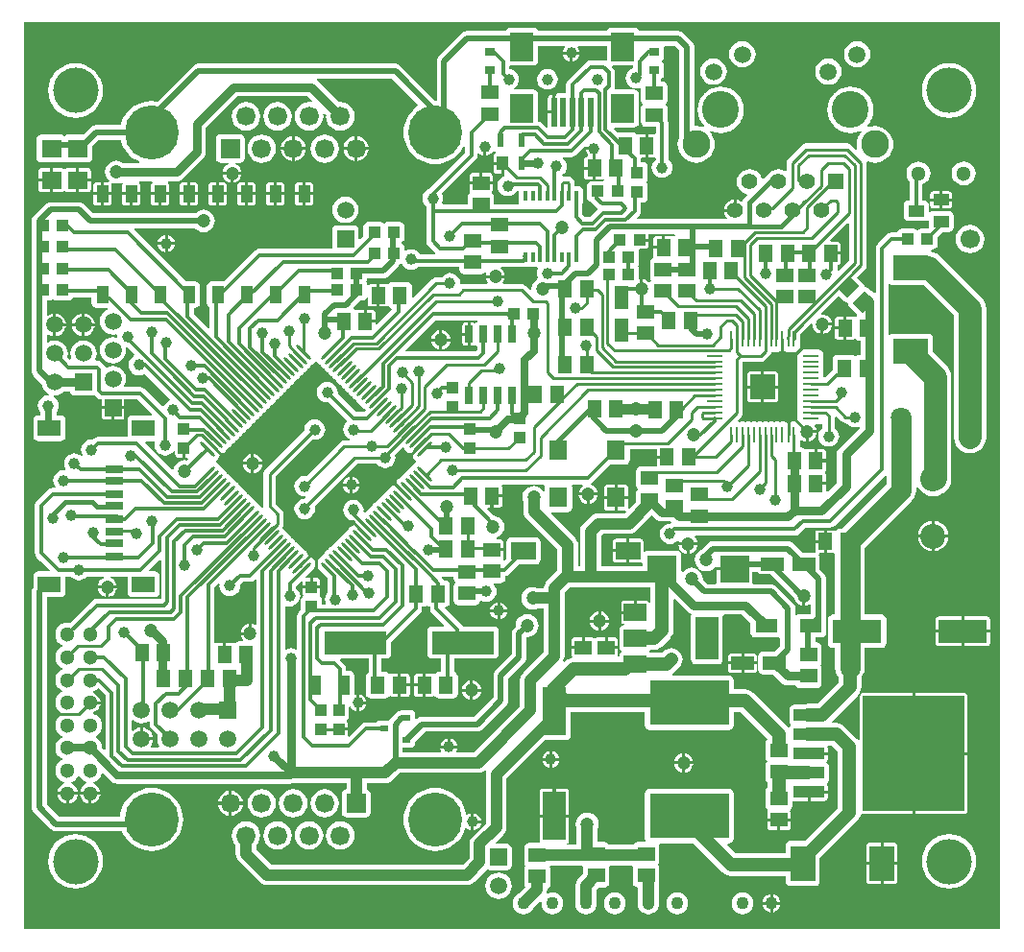
<source format=gtl>
G04 Layer_Physical_Order=1*
G04 Layer_Color=255*
%FSLAX42Y42*%
%MOMM*%
G71*
G01*
G75*
%ADD10R,1.10X1.00*%
%ADD11R,1.00X1.10*%
G04:AMPARAMS|DCode=12|XSize=0.3mm|YSize=1.8mm|CornerRadius=0mm|HoleSize=0mm|Usage=FLASHONLY|Rotation=135.000|XOffset=0mm|YOffset=0mm|HoleType=Round|Shape=Round|*
%AMOVALD12*
21,1,1.50,0.30,0.00,0.00,225.0*
1,1,0.30,0.53,0.53*
1,1,0.30,-0.53,-0.53*
%
%ADD12OVALD12*%

G04:AMPARAMS|DCode=13|XSize=0.3mm|YSize=1.8mm|CornerRadius=0mm|HoleSize=0mm|Usage=FLASHONLY|Rotation=225.000|XOffset=0mm|YOffset=0mm|HoleType=Round|Shape=Round|*
%AMOVALD13*
21,1,1.50,0.30,0.00,0.00,315.0*
1,1,0.30,-0.53,0.53*
1,1,0.30,0.53,-0.53*
%
%ADD13OVALD13*%

%ADD14R,1.50X1.30*%
%ADD15R,2.10X4.30*%
%ADD16R,3.10X2.30*%
%ADD17R,1.00X1.80*%
%ADD18R,1.50X0.80*%
%ADD19R,2.00X1.45*%
%ADD20R,0.95X0.80*%
%ADD21R,4.30X2.10*%
%ADD22R,7.00X4.00*%
%ADD23R,1.60X1.80*%
%ADD24R,0.41X0.91*%
%ADD25R,2.21X2.21*%
%ADD26R,0.28X1.47*%
%ADD27R,1.47X0.28*%
%ADD28R,2.69X1.02*%
%ADD29R,8.94X10.16*%
%ADD30R,2.20X3.15*%
%ADD31R,1.95X1.25*%
%ADD32R,1.10X1.50*%
%ADD33R,1.80X1.60*%
%ADD34R,1.30X1.50*%
%ADD35R,5.50X2.00*%
%ADD36R,2.00X1.20*%
%ADD37R,1.20X2.00*%
%ADD38R,2.18X1.60*%
%ADD39R,0.59X1.30*%
%ADD40R,0.99X1.30*%
%ADD41R,2.00X2.50*%
%ADD42R,0.60X2.50*%
%ADD43R,0.65X1.52*%
G04:AMPARAMS|DCode=44|XSize=1.5mm|YSize=1.3mm|CornerRadius=0mm|HoleSize=0mm|Usage=FLASHONLY|Rotation=45.000|XOffset=0mm|YOffset=0mm|HoleType=Round|Shape=Rectangle|*
%AMROTATEDRECTD44*
4,1,4,-0.07,-0.99,-0.99,-0.07,0.07,0.99,0.99,0.07,-0.07,-0.99,0.0*
%
%ADD44ROTATEDRECTD44*%

%ADD45R,2.60X2.40*%
%ADD46R,2.01X3.81*%
%ADD47R,2.01X1.50*%
%ADD48R,0.70X0.60*%
%ADD49R,1.40X1.00*%
%ADD50C,0.30*%
%ADD51C,0.25*%
%ADD52C,0.50*%
%ADD53C,0.80*%
%ADD54C,0.70*%
%ADD55C,1.00*%
%ADD56C,0.40*%
%ADD57C,1.20*%
%ADD58C,0.60*%
%ADD59C,1.80*%
%ADD60C,2.00*%
%ADD61C,0.90*%
%ADD62R,1.50X1.50*%
%ADD63C,1.50*%
%ADD64C,1.10*%
%ADD65C,2.20*%
%ADD66R,1.42X1.42*%
%ADD67C,1.42*%
%ADD68C,1.52*%
%ADD69C,2.44*%
%ADD70C,3.25*%
%ADD71C,4.00*%
%ADD72R,1.50X1.50*%
%ADD73C,1.70*%
%ADD74C,1.00*%
%ADD75C,4.76*%
%ADD76R,1.69X1.69*%
%ADD77C,1.69*%
%ADD78C,1.30*%
%ADD79C,1.80*%
%ADD80C,1.20*%
G36*
X8600Y0D02*
X0D01*
Y8000D01*
X8600D01*
Y0D01*
D02*
G37*
%LPC*%
G36*
X7547Y570D02*
X7424D01*
Y425D01*
X7426Y415D01*
X7432Y407D01*
X7440Y401D01*
X7450Y399D01*
X7547D01*
Y570D01*
D02*
G37*
G36*
Y766D02*
X7450D01*
X7440Y764D01*
X7432Y758D01*
X7426Y750D01*
X7424Y740D01*
Y595D01*
X7547D01*
Y766D01*
D02*
G37*
G36*
X7696Y570D02*
X7573D01*
Y399D01*
X7670D01*
X7680Y401D01*
X7688Y407D01*
X7694Y415D01*
X7696Y425D01*
Y570D01*
D02*
G37*
G36*
X8150Y841D02*
X8103Y837D01*
X8058Y823D01*
X8016Y801D01*
X7979Y771D01*
X7949Y734D01*
X7927Y692D01*
X7913Y647D01*
X7909Y600D01*
X7913Y553D01*
X7927Y508D01*
X7949Y466D01*
X7979Y429D01*
X8016Y399D01*
X8058Y377D01*
X8103Y363D01*
X8150Y359D01*
X8197Y363D01*
X8242Y377D01*
X8284Y399D01*
X8321Y429D01*
X8351Y466D01*
X8373Y508D01*
X8387Y553D01*
X8391Y600D01*
X8387Y647D01*
X8373Y692D01*
X8351Y734D01*
X8321Y771D01*
X8284Y801D01*
X8242Y823D01*
X8197Y837D01*
X8150Y841D01*
D02*
G37*
G36*
X717Y3007D02*
X646D01*
X647Y2998D01*
X655Y2977D01*
X669Y2959D01*
X687Y2945D01*
X708Y2937D01*
X717Y2936D01*
Y3007D01*
D02*
G37*
G36*
X814D02*
X743D01*
Y2936D01*
X752Y2937D01*
X773Y2945D01*
X791Y2959D01*
X805Y2977D01*
X813Y2998D01*
X814Y3007D01*
D02*
G37*
G36*
X450Y841D02*
X403Y837D01*
X358Y823D01*
X316Y801D01*
X279Y771D01*
X249Y734D01*
X227Y692D01*
X213Y647D01*
X209Y600D01*
X213Y553D01*
X227Y508D01*
X249Y466D01*
X279Y429D01*
X316Y399D01*
X358Y377D01*
X403Y363D01*
X450Y359D01*
X497Y363D01*
X542Y377D01*
X584Y399D01*
X621Y429D01*
X651Y466D01*
X673Y508D01*
X687Y553D01*
X691Y600D01*
X687Y647D01*
X673Y692D01*
X651Y734D01*
X621Y771D01*
X584Y801D01*
X542Y823D01*
X497Y837D01*
X450Y841D01*
D02*
G37*
G36*
X7670Y766D02*
X7573D01*
Y595D01*
X7696D01*
Y740D01*
X7694Y750D01*
X7688Y758D01*
X7680Y764D01*
X7670Y766D01*
D02*
G37*
G36*
X6751Y952D02*
X6663D01*
Y874D01*
X6725D01*
X6735Y876D01*
X6743Y882D01*
X6749Y890D01*
X6751Y900D01*
Y952D01*
D02*
G37*
G36*
X3619Y1249D02*
X3575Y1245D01*
X3533Y1235D01*
X3492Y1218D01*
X3455Y1196D01*
X3422Y1167D01*
X3393Y1134D01*
X3371Y1097D01*
X3354Y1056D01*
X3344Y1014D01*
X3340Y970D01*
X3344Y926D01*
X3354Y884D01*
X3371Y843D01*
X3393Y806D01*
X3422Y773D01*
X3455Y744D01*
X3492Y722D01*
X3533Y705D01*
X3575Y695D01*
X3619Y691D01*
X3663Y695D01*
X3705Y705D01*
X3746Y722D01*
X3783Y744D01*
X3816Y773D01*
X3845Y806D01*
X3867Y843D01*
X3884Y884D01*
X3886Y891D01*
X3900Y894D01*
X3912Y884D01*
X3930Y877D01*
X3937Y876D01*
Y950D01*
Y1024D01*
X3930Y1023D01*
X3912Y1016D01*
X3907Y1012D01*
X3903Y1013D01*
X3893Y1018D01*
X3884Y1056D01*
X3867Y1097D01*
X3845Y1134D01*
X3816Y1167D01*
X3783Y1196D01*
X3746Y1218D01*
X3705Y1235D01*
X3663Y1245D01*
X3619Y1249D01*
D02*
G37*
G36*
X4024Y937D02*
X3963D01*
Y876D01*
X3970Y877D01*
X3988Y884D01*
X4004Y896D01*
X4016Y912D01*
X4023Y930D01*
X4024Y937D01*
D02*
G37*
G36*
X6637Y952D02*
X6549D01*
Y900D01*
X6551Y890D01*
X6557Y882D01*
X6565Y876D01*
X6575Y874D01*
X6637D01*
Y952D01*
D02*
G37*
G36*
X2231Y954D02*
X2198Y949D01*
X2168Y937D01*
X2142Y917D01*
X2122Y891D01*
X2110Y861D01*
X2105Y828D01*
X2110Y795D01*
X2122Y765D01*
X2142Y739D01*
X2168Y719D01*
X2198Y707D01*
X2231Y702D01*
X2264Y707D01*
X2294Y719D01*
X2320Y739D01*
X2340Y765D01*
X2352Y795D01*
X2357Y828D01*
X2352Y861D01*
X2340Y891D01*
X2320Y917D01*
X2294Y937D01*
X2264Y949D01*
X2231Y954D01*
D02*
G37*
G36*
X2508D02*
X2475Y949D01*
X2445Y937D01*
X2419Y917D01*
X2399Y891D01*
X2387Y861D01*
X2382Y828D01*
X2387Y795D01*
X2399Y765D01*
X2419Y739D01*
X2445Y719D01*
X2475Y707D01*
X2508Y702D01*
X2541Y707D01*
X2571Y719D01*
X2597Y739D01*
X2617Y765D01*
X2629Y795D01*
X2634Y828D01*
X2629Y861D01*
X2617Y891D01*
X2597Y917D01*
X2571Y937D01*
X2541Y949D01*
X2508Y954D01*
D02*
G37*
G36*
X2785D02*
X2752Y949D01*
X2722Y937D01*
X2696Y917D01*
X2676Y891D01*
X2664Y861D01*
X2659Y828D01*
X2664Y795D01*
X2676Y765D01*
X2696Y739D01*
X2722Y719D01*
X2752Y707D01*
X2785Y702D01*
X2818Y707D01*
X2848Y719D01*
X2874Y739D01*
X2894Y765D01*
X2906Y795D01*
X2911Y828D01*
X2906Y861D01*
X2894Y891D01*
X2874Y917D01*
X2848Y937D01*
X2818Y949D01*
X2785Y954D01*
D02*
G37*
G36*
X8335Y6216D02*
X8302Y6212D01*
X8272Y6199D01*
X8246Y6179D01*
X8226Y6153D01*
X8213Y6123D01*
X8209Y6090D01*
X8213Y6057D01*
X8226Y6027D01*
X8246Y6001D01*
X8272Y5981D01*
X8302Y5968D01*
X8335Y5964D01*
X8368Y5968D01*
X8398Y5981D01*
X8424Y6001D01*
X8444Y6027D01*
X8457Y6057D01*
X8461Y6090D01*
X8457Y6123D01*
X8444Y6153D01*
X8424Y6179D01*
X8398Y6199D01*
X8368Y6212D01*
X8335Y6216D01*
D02*
G37*
G36*
X8176Y6422D02*
X8093D01*
Y6359D01*
X8150D01*
X8160Y6361D01*
X8168Y6367D01*
X8174Y6375D01*
X8176Y6385D01*
Y6422D01*
D02*
G37*
G36*
X8067D02*
X7984D01*
Y6385D01*
X7986Y6375D01*
X7992Y6367D01*
X8000Y6361D01*
X8010Y6359D01*
X8067D01*
Y6422D01*
D02*
G37*
G36*
X6251Y6437D02*
X6239Y6435D01*
X6215Y6425D01*
X6195Y6410D01*
X6180Y6390D01*
X6170Y6366D01*
X6168Y6354D01*
X6251D01*
Y6437D01*
D02*
G37*
G36*
X675Y6477D02*
X607D01*
Y6415D01*
X609Y6405D01*
X615Y6397D01*
X623Y6391D01*
X633Y6389D01*
X675D01*
Y6477D01*
D02*
G37*
G36*
X1023D02*
X955D01*
Y6389D01*
X997D01*
X1007Y6391D01*
X1015Y6397D01*
X1021Y6405D01*
X1023Y6415D01*
Y6477D01*
D02*
G37*
G36*
X929D02*
X861D01*
Y6415D01*
X863Y6405D01*
X869Y6397D01*
X877Y6391D01*
X887Y6389D01*
X929D01*
Y6477D01*
D02*
G37*
G36*
X769D02*
X701D01*
Y6389D01*
X743D01*
X753Y6391D01*
X761Y6397D01*
X767Y6405D01*
X769Y6415D01*
Y6477D01*
D02*
G37*
G36*
X8257Y2761D02*
X8055D01*
X8045Y2759D01*
X8037Y2753D01*
X8031Y2745D01*
X8029Y2735D01*
Y2643D01*
X8257D01*
Y2761D01*
D02*
G37*
G36*
X4180Y499D02*
X4150Y495D01*
X4122Y483D01*
X4098Y465D01*
X4080Y441D01*
X4068Y413D01*
X4064Y383D01*
X4068Y353D01*
X4080Y325D01*
X4098Y301D01*
X4122Y283D01*
X4150Y271D01*
X4180Y267D01*
X4210Y271D01*
X4238Y283D01*
X4262Y301D01*
X4280Y325D01*
X4292Y353D01*
X4296Y383D01*
X4292Y413D01*
X4280Y441D01*
X4262Y465D01*
X4238Y483D01*
X4210Y495D01*
X4180Y499D01*
D02*
G37*
G36*
X1324Y6037D02*
X1263D01*
Y5976D01*
X1270Y5977D01*
X1288Y5984D01*
X1304Y5996D01*
X1316Y6012D01*
X1323Y6030D01*
X1324Y6037D01*
D02*
G37*
G36*
X1237D02*
X1176D01*
X1177Y6030D01*
X1184Y6012D01*
X1196Y5996D01*
X1212Y5984D01*
X1230Y5977D01*
X1237Y5976D01*
Y6037D01*
D02*
G37*
G36*
Y6124D02*
X1230Y6123D01*
X1212Y6116D01*
X1196Y6104D01*
X1184Y6088D01*
X1177Y6070D01*
X1176Y6063D01*
X1237D01*
Y6124D01*
D02*
G37*
G36*
X2830Y6463D02*
X2800Y6459D01*
X2772Y6447D01*
X2748Y6429D01*
X2730Y6405D01*
X2718Y6377D01*
X2714Y6347D01*
X2718Y6317D01*
X2730Y6289D01*
X2748Y6265D01*
X2772Y6247D01*
X2800Y6235D01*
X2830Y6231D01*
X2860Y6235D01*
X2888Y6247D01*
X2912Y6265D01*
X2930Y6289D01*
X2942Y6317D01*
X2946Y6347D01*
X2942Y6377D01*
X2930Y6405D01*
X2912Y6429D01*
X2888Y6447D01*
X2860Y6459D01*
X2830Y6463D01*
D02*
G37*
G36*
X8485Y2761D02*
X8283D01*
Y2643D01*
X8511D01*
Y2735D01*
X8509Y2745D01*
X8503Y2753D01*
X8495Y2759D01*
X8485Y2761D01*
D02*
G37*
G36*
X1263Y6124D02*
Y6063D01*
X1324D01*
X1323Y6070D01*
X1316Y6088D01*
X1304Y6104D01*
X1288Y6116D01*
X1270Y6123D01*
X1263Y6124D01*
D02*
G37*
G36*
X7079Y1197D02*
X6931D01*
Y1133D01*
X7053D01*
X7063Y1135D01*
X7071Y1141D01*
X7077Y1149D01*
X7079Y1159D01*
Y1197D01*
D02*
G37*
G36*
X5797Y1457D02*
X5726D01*
X5727Y1448D01*
X5735Y1427D01*
X5749Y1409D01*
X5767Y1395D01*
X5788Y1387D01*
X5797Y1386D01*
Y1457D01*
D02*
G37*
G36*
X5894D02*
X5823D01*
Y1386D01*
X5832Y1387D01*
X5853Y1395D01*
X5871Y1409D01*
X5885Y1427D01*
X5893Y1448D01*
X5894Y1457D01*
D02*
G37*
G36*
X8285Y2084D02*
X7850D01*
Y1563D01*
X8310D01*
Y2058D01*
X8308Y2068D01*
X8303Y2076D01*
X8294Y2082D01*
X8285Y2084D01*
D02*
G37*
G36*
X1803Y1221D02*
X1787Y1219D01*
X1760Y1208D01*
X1737Y1190D01*
X1720Y1167D01*
X1708Y1141D01*
X1706Y1125D01*
X1803D01*
Y1221D01*
D02*
G37*
G36*
X1828Y1221D02*
Y1125D01*
X1925D01*
X1923Y1141D01*
X1911Y1167D01*
X1894Y1190D01*
X1871Y1208D01*
X1844Y1219D01*
X1828Y1221D01*
D02*
G37*
G36*
X8145Y3457D02*
X8023D01*
Y3335D01*
X8045Y3338D01*
X8078Y3352D01*
X8107Y3373D01*
X8128Y3402D01*
X8142Y3435D01*
X8145Y3457D01*
D02*
G37*
G36*
X4627Y1487D02*
X4566D01*
X4567Y1480D01*
X4574Y1462D01*
X4586Y1446D01*
X4602Y1434D01*
X4620Y1427D01*
X4627Y1426D01*
Y1487D01*
D02*
G37*
G36*
X4653Y1574D02*
Y1513D01*
X4714D01*
X4713Y1520D01*
X4706Y1538D01*
X4694Y1554D01*
X4678Y1566D01*
X4660Y1573D01*
X4653Y1574D01*
D02*
G37*
G36*
X8023Y3605D02*
Y3483D01*
X8145D01*
X8142Y3505D01*
X8128Y3538D01*
X8107Y3567D01*
X8078Y3588D01*
X8045Y3602D01*
X8023Y3605D01*
D02*
G37*
G36*
X7997Y3605D02*
X7975Y3602D01*
X7942Y3588D01*
X7913Y3567D01*
X7892Y3538D01*
X7878Y3505D01*
X7875Y3483D01*
X7997D01*
Y3605D01*
D02*
G37*
G36*
X4627Y1574D02*
X4620Y1573D01*
X4602Y1566D01*
X4586Y1554D01*
X4574Y1538D01*
X4567Y1520D01*
X4566Y1513D01*
X4627D01*
Y1574D01*
D02*
G37*
G36*
X4714Y1487D02*
X4653D01*
Y1426D01*
X4660Y1427D01*
X4678Y1434D01*
X4694Y1446D01*
X4706Y1462D01*
X4713Y1480D01*
X4714Y1487D01*
D02*
G37*
G36*
X5797Y1554D02*
X5788Y1553D01*
X5767Y1545D01*
X5749Y1531D01*
X5735Y1513D01*
X5727Y1492D01*
X5726Y1483D01*
X5797D01*
Y1554D01*
D02*
G37*
G36*
X5823D02*
Y1483D01*
X5894D01*
X5893Y1492D01*
X5885Y1513D01*
X5871Y1531D01*
X5853Y1545D01*
X5832Y1553D01*
X5823Y1554D01*
D02*
G37*
G36*
X670Y1187D02*
X593D01*
Y1110D01*
X604Y1112D01*
X626Y1121D01*
X644Y1136D01*
X659Y1154D01*
X668Y1176D01*
X670Y1187D01*
D02*
G37*
G36*
X1803Y1099D02*
X1706D01*
X1708Y1083D01*
X1720Y1057D01*
X1737Y1034D01*
X1760Y1016D01*
X1787Y1005D01*
X1803Y1003D01*
Y1099D01*
D02*
G37*
G36*
X1925D02*
X1828D01*
Y1003D01*
X1844Y1005D01*
X1871Y1016D01*
X1894Y1034D01*
X1911Y1057D01*
X1923Y1083D01*
X1925Y1099D01*
D02*
G37*
G36*
X4657Y1238D02*
X4565D01*
X4555Y1236D01*
X4547Y1231D01*
X4541Y1222D01*
X4539Y1212D01*
Y1010D01*
X4657D01*
Y1238D01*
D02*
G37*
G36*
X2647Y1238D02*
X2614Y1233D01*
X2584Y1221D01*
X2558Y1201D01*
X2538Y1175D01*
X2525Y1145D01*
X2521Y1112D01*
X2525Y1079D01*
X2538Y1049D01*
X2558Y1023D01*
X2584Y1003D01*
X2614Y991D01*
X2647Y986D01*
X2679Y991D01*
X2709Y1003D01*
X2735Y1023D01*
X2755Y1049D01*
X2768Y1079D01*
X2772Y1112D01*
X2768Y1145D01*
X2755Y1175D01*
X2735Y1201D01*
X2709Y1221D01*
X2679Y1233D01*
X2647Y1238D01*
D02*
G37*
G36*
X3963Y1024D02*
Y963D01*
X4024D01*
X4023Y970D01*
X4016Y988D01*
X4004Y1004D01*
X3988Y1016D01*
X3970Y1023D01*
X3963Y1024D01*
D02*
G37*
G36*
X2092Y1238D02*
X2060Y1233D01*
X2030Y1221D01*
X2004Y1201D01*
X1984Y1175D01*
X1971Y1145D01*
X1967Y1112D01*
X1971Y1079D01*
X1984Y1049D01*
X2004Y1023D01*
X2030Y1003D01*
X2060Y991D01*
X2092Y986D01*
X2125Y991D01*
X2155Y1003D01*
X2181Y1023D01*
X2201Y1049D01*
X2214Y1079D01*
X2218Y1112D01*
X2214Y1145D01*
X2201Y1175D01*
X2181Y1201D01*
X2155Y1221D01*
X2125Y1233D01*
X2092Y1238D01*
D02*
G37*
G36*
X2369D02*
X2337Y1233D01*
X2307Y1221D01*
X2281Y1201D01*
X2261Y1175D01*
X2248Y1145D01*
X2244Y1112D01*
X2248Y1079D01*
X2261Y1049D01*
X2281Y1023D01*
X2307Y1003D01*
X2337Y991D01*
X2369Y986D01*
X2402Y991D01*
X2432Y1003D01*
X2458Y1023D01*
X2478Y1049D01*
X2491Y1079D01*
X2495Y1112D01*
X2491Y1145D01*
X2478Y1175D01*
X2458Y1201D01*
X2432Y1221D01*
X2402Y1233D01*
X2369Y1238D01*
D02*
G37*
G36*
X881Y4589D02*
X793D01*
Y4501D01*
X855D01*
X865Y4503D01*
X873Y4509D01*
X879Y4517D01*
X881Y4527D01*
Y4589D01*
D02*
G37*
G36*
X567Y1187D02*
X490D01*
X492Y1176D01*
X501Y1154D01*
X516Y1136D01*
X534Y1121D01*
X556Y1112D01*
X567Y1110D01*
Y1187D01*
D02*
G37*
G36*
X367Y1187D02*
X290D01*
X292Y1176D01*
X301Y1154D01*
X316Y1136D01*
X334Y1121D01*
X356Y1112D01*
X367Y1110D01*
Y1187D01*
D02*
G37*
G36*
X470D02*
X393D01*
Y1110D01*
X404Y1112D01*
X426Y1121D01*
X444Y1136D01*
X459Y1154D01*
X468Y1176D01*
X470Y1187D01*
D02*
G37*
G36*
X7997Y3457D02*
X7875D01*
X7878Y3435D01*
X7892Y3402D01*
X7913Y3373D01*
X7942Y3352D01*
X7975Y3338D01*
X7997Y3335D01*
Y3457D01*
D02*
G37*
G36*
X767Y4589D02*
X679D01*
Y4527D01*
X681Y4517D01*
X687Y4509D01*
X695Y4503D01*
X705Y4501D01*
X767D01*
Y4589D01*
D02*
G37*
G36*
X4775Y1238D02*
X4683D01*
Y1010D01*
X4801D01*
Y1212D01*
X4799Y1222D01*
X4793Y1231D01*
X4785Y1236D01*
X4775Y1238D01*
D02*
G37*
G36*
X8310Y1537D02*
X7850D01*
Y1016D01*
X8285D01*
X8294Y1018D01*
X8303Y1024D01*
X8308Y1032D01*
X8310Y1042D01*
Y1537D01*
D02*
G37*
G36*
X2911Y6875D02*
X2814D01*
X2816Y6859D01*
X2828Y6833D01*
X2845Y6810D01*
X2868Y6792D01*
X2895Y6781D01*
X2911Y6779D01*
Y6875D01*
D02*
G37*
G36*
X2357Y6875D02*
X2260D01*
X2262Y6859D01*
X2274Y6833D01*
X2291Y6810D01*
X2314Y6792D01*
X2341Y6781D01*
X2357Y6779D01*
Y6875D01*
D02*
G37*
G36*
X2092Y7014D02*
X2060Y7009D01*
X2030Y6997D01*
X2004Y6977D01*
X1984Y6951D01*
X1971Y6921D01*
X1967Y6888D01*
X1971Y6855D01*
X1984Y6825D01*
X2004Y6799D01*
X2030Y6779D01*
X2060Y6767D01*
X2092Y6762D01*
X2125Y6767D01*
X2155Y6779D01*
X2181Y6799D01*
X2201Y6825D01*
X2214Y6855D01*
X2218Y6888D01*
X2214Y6921D01*
X2201Y6951D01*
X2181Y6977D01*
X2155Y6997D01*
X2125Y7009D01*
X2092Y7014D01*
D02*
G37*
G36*
X2647D02*
X2614Y7009D01*
X2584Y6997D01*
X2558Y6977D01*
X2538Y6951D01*
X2525Y6921D01*
X2521Y6888D01*
X2525Y6855D01*
X2538Y6825D01*
X2558Y6799D01*
X2584Y6779D01*
X2614Y6767D01*
X2647Y6762D01*
X2679Y6767D01*
X2709Y6779D01*
X2735Y6799D01*
X2755Y6825D01*
X2768Y6855D01*
X2772Y6888D01*
X2768Y6921D01*
X2755Y6951D01*
X2735Y6977D01*
X2709Y6997D01*
X2679Y7009D01*
X2647Y7014D01*
D02*
G37*
G36*
X8511Y2617D02*
X8283D01*
Y2499D01*
X8485D01*
X8495Y2501D01*
X8503Y2507D01*
X8509Y2515D01*
X8511Y2525D01*
Y2617D01*
D02*
G37*
G36*
X2911Y6997D02*
X2895Y6995D01*
X2868Y6984D01*
X2845Y6966D01*
X2828Y6943D01*
X2816Y6917D01*
X2814Y6901D01*
X2911D01*
Y6997D01*
D02*
G37*
G36*
X2479Y6875D02*
X2382D01*
Y6779D01*
X2398Y6781D01*
X2425Y6792D01*
X2448Y6810D01*
X2465Y6833D01*
X2477Y6859D01*
X2479Y6875D01*
D02*
G37*
G36*
X3033Y6875D02*
X2936D01*
Y6779D01*
X2952Y6781D01*
X2979Y6792D01*
X3002Y6810D01*
X3019Y6833D01*
X3031Y6859D01*
X3033Y6875D01*
D02*
G37*
G36*
X6663Y217D02*
X6597D01*
Y151D01*
X6605Y152D01*
X6625Y160D01*
X6641Y173D01*
X6654Y189D01*
X6662Y209D01*
X6663Y217D01*
D02*
G37*
G36*
X225Y6715D02*
X148D01*
X138Y6713D01*
X129Y6708D01*
X124Y6699D01*
X122Y6689D01*
Y6622D01*
X225D01*
Y6715D01*
D02*
G37*
G36*
X6597Y309D02*
Y243D01*
X6663D01*
X6662Y251D01*
X6654Y271D01*
X6641Y287D01*
X6625Y300D01*
X6605Y308D01*
X6597Y309D01*
D02*
G37*
G36*
X6571D02*
X6563Y308D01*
X6543Y300D01*
X6527Y287D01*
X6514Y271D01*
X6506Y251D01*
X6505Y243D01*
X6571D01*
Y309D01*
D02*
G37*
G36*
X1900Y7013D02*
X1731D01*
X1715Y7010D01*
X1702Y7001D01*
X1693Y6988D01*
X1690Y6972D01*
Y6804D01*
X1693Y6788D01*
X1702Y6775D01*
X1715Y6766D01*
X1731Y6763D01*
X1797D01*
X1800Y6750D01*
X1787Y6745D01*
X1769Y6731D01*
X1755Y6713D01*
X1747Y6692D01*
X1746Y6683D01*
X1914D01*
X1913Y6692D01*
X1905Y6713D01*
X1891Y6731D01*
X1873Y6745D01*
X1860Y6750D01*
X1863Y6763D01*
X1900D01*
X1916Y6766D01*
X1929Y6775D01*
X1938Y6788D01*
X1941Y6804D01*
Y6972D01*
X1938Y6988D01*
X1929Y7001D01*
X1916Y7010D01*
X1900Y7013D01*
D02*
G37*
G36*
X457Y6716D02*
X380D01*
X370Y6714D01*
X362Y6708D01*
X361Y6708D01*
X346Y6708D01*
X346Y6708D01*
X338Y6713D01*
X328Y6715D01*
X250D01*
Y6609D01*
Y6503D01*
X328D01*
X338Y6505D01*
X346Y6511D01*
X347Y6512D01*
X362Y6512D01*
X362Y6512D01*
X370Y6506D01*
X380Y6504D01*
X457D01*
Y6610D01*
Y6716D01*
D02*
G37*
G36*
X560D02*
X483D01*
Y6623D01*
X586D01*
Y6690D01*
X584Y6700D01*
X578Y6708D01*
X570Y6714D01*
X560Y6716D01*
D02*
G37*
G36*
X6571Y217D02*
X6505D01*
X6506Y209D01*
X6514Y189D01*
X6527Y173D01*
X6543Y160D01*
X6563Y152D01*
X6571Y151D01*
Y217D01*
D02*
G37*
G36*
X7087Y7685D02*
X7057Y7681D01*
X7028Y7669D01*
X7004Y7651D01*
X6985Y7626D01*
X6974Y7598D01*
X6970Y7568D01*
X6974Y7537D01*
X6985Y7509D01*
X7004Y7485D01*
X7028Y7466D01*
X7057Y7455D01*
X7087Y7451D01*
X7117Y7455D01*
X7146Y7466D01*
X7170Y7485D01*
X7188Y7509D01*
X7200Y7537D01*
X7204Y7568D01*
X7200Y7598D01*
X7188Y7626D01*
X7170Y7651D01*
X7146Y7669D01*
X7117Y7681D01*
X7087Y7685D01*
D02*
G37*
G36*
X6327Y7837D02*
X6297Y7833D01*
X6269Y7822D01*
X6245Y7803D01*
X6226Y7779D01*
X6214Y7751D01*
X6210Y7720D01*
X6214Y7690D01*
X6226Y7662D01*
X6245Y7637D01*
X6269Y7619D01*
X6297Y7607D01*
X6327Y7603D01*
X6358Y7607D01*
X6386Y7619D01*
X6410Y7637D01*
X6429Y7662D01*
X6441Y7690D01*
X6445Y7720D01*
X6441Y7751D01*
X6429Y7779D01*
X6410Y7803D01*
X6386Y7822D01*
X6358Y7833D01*
X6327Y7837D01*
D02*
G37*
G36*
X5754Y326D02*
X5729Y323D01*
X5706Y313D01*
X5686Y298D01*
X5671Y278D01*
X5661Y255D01*
X5658Y230D01*
X5661Y205D01*
X5671Y182D01*
X5686Y162D01*
X5706Y147D01*
X5729Y137D01*
X5754Y134D01*
X5779Y137D01*
X5802Y147D01*
X5822Y162D01*
X5837Y182D01*
X5847Y205D01*
X5850Y230D01*
X5847Y255D01*
X5837Y278D01*
X5822Y298D01*
X5802Y313D01*
X5779Y323D01*
X5754Y326D01*
D02*
G37*
G36*
X6073Y7685D02*
X6043Y7681D01*
X6015Y7669D01*
X5991Y7651D01*
X5972Y7626D01*
X5960Y7598D01*
X5956Y7568D01*
X5960Y7537D01*
X5972Y7509D01*
X5991Y7485D01*
X6015Y7466D01*
X6043Y7455D01*
X6073Y7451D01*
X6104Y7455D01*
X6132Y7466D01*
X6156Y7485D01*
X6175Y7509D01*
X6187Y7537D01*
X6191Y7568D01*
X6187Y7598D01*
X6175Y7626D01*
X6156Y7651D01*
X6132Y7669D01*
X6104Y7681D01*
X6073Y7685D01*
D02*
G37*
G36*
X8257Y2617D02*
X8029D01*
Y2525D01*
X8031Y2515D01*
X8037Y2507D01*
X8045Y2501D01*
X8055Y2499D01*
X8257D01*
Y2617D01*
D02*
G37*
G36*
X5375Y7953D02*
X5175D01*
X5159Y7950D01*
X5146Y7941D01*
X5137Y7928D01*
X5137Y7926D01*
X4523D01*
X4523Y7928D01*
X4514Y7941D01*
X4501Y7950D01*
X4485Y7953D01*
X4285D01*
X4269Y7950D01*
X4256Y7941D01*
X4247Y7928D01*
X4247Y7926D01*
X3900D01*
X3883Y7923D01*
X3867Y7917D01*
X3854Y7906D01*
X3654Y7706D01*
X3643Y7693D01*
X3637Y7677D01*
X3634Y7660D01*
Y7317D01*
X3631Y7313D01*
X3622Y7311D01*
X3316Y7616D01*
X3303Y7627D01*
X3287Y7633D01*
X3270Y7636D01*
X1530D01*
X1513Y7633D01*
X1497Y7627D01*
X1484Y7616D01*
X1171Y7304D01*
X1164Y7305D01*
X1120Y7309D01*
X1076Y7305D01*
X1034Y7295D01*
X993Y7278D01*
X956Y7256D01*
X923Y7227D01*
X894Y7194D01*
X872Y7157D01*
X855Y7116D01*
X850Y7096D01*
X630D01*
X613Y7093D01*
X597Y7087D01*
X584Y7076D01*
X518Y7011D01*
X380D01*
X364Y7008D01*
X353Y7000D01*
X343Y7007D01*
X328Y7010D01*
X148D01*
X132Y7007D01*
X119Y6998D01*
X110Y6985D01*
X107Y6969D01*
Y6809D01*
X110Y6794D01*
X119Y6780D01*
X132Y6772D01*
X148Y6768D01*
X328D01*
X343Y6772D01*
X354Y6779D01*
X364Y6772D01*
X380Y6769D01*
X560D01*
X576Y6772D01*
X589Y6781D01*
X598Y6794D01*
X601Y6810D01*
Y6908D01*
X657Y6964D01*
X850D01*
X855Y6944D01*
X872Y6903D01*
X894Y6866D01*
X923Y6833D01*
X956Y6804D01*
X993Y6782D01*
X1013Y6773D01*
X1011Y6761D01*
X869D01*
X860Y6767D01*
X836Y6777D01*
X810Y6781D01*
X784Y6777D01*
X760Y6767D01*
X739Y6751D01*
X723Y6730D01*
X713Y6706D01*
X709Y6680D01*
X713Y6654D01*
X723Y6630D01*
X739Y6609D01*
X746Y6603D01*
X744Y6595D01*
X741Y6591D01*
X701D01*
Y6503D01*
X769D01*
Y6565D01*
X767Y6575D01*
X766Y6576D01*
X774Y6586D01*
X784Y6583D01*
X810Y6579D01*
X836Y6583D01*
X860Y6593D01*
X861Y6593D01*
X868Y6582D01*
X863Y6575D01*
X861Y6565D01*
Y6503D01*
X1023D01*
Y6565D01*
X1021Y6575D01*
X1015Y6583D01*
X1010Y6587D01*
X1014Y6599D01*
X1124D01*
X1128Y6587D01*
X1123Y6583D01*
X1117Y6575D01*
X1115Y6565D01*
Y6503D01*
X1277D01*
Y6565D01*
X1275Y6575D01*
X1269Y6583D01*
X1264Y6587D01*
X1268Y6599D01*
X1340D01*
X1361Y6602D01*
X1380Y6610D01*
X1397Y6623D01*
X1577Y6803D01*
X1590Y6820D01*
X1598Y6839D01*
X1601Y6860D01*
Y7077D01*
X1873Y7349D01*
X2494D01*
X2536Y7307D01*
X2530Y7295D01*
X2508Y7298D01*
X2475Y7293D01*
X2445Y7281D01*
X2419Y7261D01*
X2399Y7235D01*
X2387Y7205D01*
X2382Y7172D01*
X2387Y7139D01*
X2399Y7109D01*
X2419Y7083D01*
X2445Y7063D01*
X2475Y7051D01*
X2508Y7046D01*
X2541Y7051D01*
X2571Y7063D01*
X2597Y7083D01*
X2617Y7109D01*
X2629Y7139D01*
X2634Y7172D01*
X2631Y7194D01*
X2643Y7200D01*
X2661Y7182D01*
X2659Y7172D01*
X2664Y7139D01*
X2676Y7109D01*
X2696Y7083D01*
X2722Y7063D01*
X2752Y7051D01*
X2785Y7046D01*
X2818Y7051D01*
X2848Y7063D01*
X2874Y7083D01*
X2894Y7109D01*
X2906Y7139D01*
X2911Y7172D01*
X2906Y7205D01*
X2894Y7235D01*
X2874Y7261D01*
X2848Y7281D01*
X2818Y7293D01*
X2785Y7298D01*
X2775Y7296D01*
X2584Y7487D01*
X2578Y7492D01*
X2582Y7504D01*
X3243D01*
X3471Y7277D01*
X3469Y7264D01*
X3455Y7256D01*
X3422Y7227D01*
X3393Y7194D01*
X3371Y7157D01*
X3354Y7116D01*
X3344Y7074D01*
X3340Y7030D01*
X3344Y6986D01*
X3354Y6944D01*
X3371Y6903D01*
X3393Y6866D01*
X3422Y6833D01*
X3455Y6804D01*
X3492Y6782D01*
X3533Y6765D01*
X3575Y6755D01*
X3619Y6751D01*
X3663Y6755D01*
X3705Y6765D01*
X3746Y6782D01*
X3783Y6804D01*
X3816Y6833D01*
X3845Y6866D01*
X3867Y6903D01*
X3871Y6913D01*
X3884Y6911D01*
Y6853D01*
X3563Y6532D01*
X3555Y6529D01*
X3536Y6514D01*
X3521Y6495D01*
X3512Y6473D01*
X3509Y6450D01*
X3512Y6427D01*
X3521Y6405D01*
X3536Y6386D01*
X3544Y6380D01*
Y6340D01*
Y6070D01*
X3548Y6049D01*
X3560Y6030D01*
X3620Y5970D01*
X3623Y5969D01*
X3619Y5956D01*
X3488D01*
X3474Y5974D01*
X3455Y5989D01*
X3433Y5998D01*
X3410Y6001D01*
X3387Y5998D01*
X3365Y5989D01*
X3362Y5987D01*
X3351Y5992D01*
Y6010D01*
X3348Y6026D01*
X3339Y6039D01*
X3326Y6048D01*
X3321Y6049D01*
Y6061D01*
X3326Y6062D01*
X3339Y6071D01*
X3348Y6084D01*
X3351Y6100D01*
Y6200D01*
X3348Y6216D01*
X3339Y6229D01*
X3326Y6238D01*
X3310Y6241D01*
X3200D01*
X3184Y6238D01*
X3171Y6229D01*
X3169D01*
X3156Y6238D01*
X3140Y6241D01*
X3030D01*
X3014Y6238D01*
X3001Y6229D01*
X2992Y6216D01*
X2989Y6200D01*
Y6119D01*
X2958Y6087D01*
X2946Y6092D01*
Y6168D01*
X2943Y6184D01*
X2934Y6197D01*
X2921Y6206D01*
X2905Y6209D01*
X2755D01*
X2739Y6206D01*
X2726Y6197D01*
X2717Y6184D01*
X2714Y6168D01*
Y6018D01*
X2715Y6016D01*
X2707Y6006D01*
X2074D01*
X2053Y6002D01*
X2034Y5990D01*
X1760Y5716D01*
X1759Y5716D01*
X1649D01*
X1633Y5713D01*
X1620Y5704D01*
X1611Y5691D01*
X1608Y5675D01*
Y5525D01*
X1611Y5509D01*
X1620Y5496D01*
X1630Y5490D01*
Y5307D01*
X1618Y5302D01*
X1496Y5425D01*
Y5484D01*
X1505D01*
X1521Y5487D01*
X1534Y5496D01*
X1543Y5509D01*
X1546Y5525D01*
Y5675D01*
X1543Y5691D01*
X1534Y5704D01*
X1521Y5713D01*
X1505Y5716D01*
X1424D01*
X967Y6173D01*
X971Y6184D01*
X1504D01*
X1509Y6179D01*
X1530Y6163D01*
X1554Y6153D01*
X1580Y6149D01*
X1606Y6153D01*
X1630Y6163D01*
X1651Y6179D01*
X1667Y6200D01*
X1677Y6224D01*
X1681Y6250D01*
X1677Y6276D01*
X1667Y6300D01*
X1651Y6321D01*
X1630Y6337D01*
X1606Y6347D01*
X1580Y6351D01*
X1554Y6347D01*
X1530Y6337D01*
X1509Y6321D01*
X1504Y6316D01*
X607D01*
X526Y6396D01*
X513Y6407D01*
X497Y6413D01*
X480Y6416D01*
X230D01*
X213Y6413D01*
X197Y6407D01*
X184Y6396D01*
X84Y6296D01*
X73Y6283D01*
X67Y6267D01*
X64Y6250D01*
Y6020D01*
Y4930D01*
X67Y4913D01*
X73Y4897D01*
X84Y4884D01*
X151Y4816D01*
X154Y4796D01*
X166Y4768D01*
X184Y4744D01*
X208Y4726D01*
X214Y4723D01*
X211Y4711D01*
X210Y4711D01*
X187Y4708D01*
X165Y4699D01*
X146Y4684D01*
X131Y4665D01*
X122Y4643D01*
X119Y4620D01*
X122Y4597D01*
X131Y4575D01*
X139Y4564D01*
Y4533D01*
X120D01*
X104Y4530D01*
X91Y4521D01*
X82Y4508D01*
X79Y4492D01*
Y4347D01*
X82Y4332D01*
X91Y4319D01*
X104Y4310D01*
X120Y4307D01*
X320D01*
X336Y4310D01*
X349Y4319D01*
X358Y4332D01*
X361Y4347D01*
Y4492D01*
X358Y4508D01*
X349Y4521D01*
X336Y4530D01*
X320Y4533D01*
X281D01*
Y4564D01*
X289Y4575D01*
X298Y4597D01*
X301Y4620D01*
X298Y4643D01*
X289Y4665D01*
X274Y4684D01*
X255Y4699D01*
X259Y4711D01*
X266Y4710D01*
X296Y4714D01*
X324Y4726D01*
X348Y4744D01*
X349Y4745D01*
X405D01*
X407Y4735D01*
X416Y4722D01*
X429Y4713D01*
X445Y4710D01*
X595D01*
X611Y4713D01*
X616Y4717D01*
X620Y4710D01*
X640Y4690D01*
X659Y4678D01*
X679Y4674D01*
Y4615D01*
X780D01*
X881D01*
Y4674D01*
X997D01*
X1126Y4545D01*
X1121Y4533D01*
X950D01*
X934Y4530D01*
X921Y4521D01*
X912Y4508D01*
X909Y4492D01*
Y4347D01*
X908Y4346D01*
X650D01*
X629Y4342D01*
X610Y4330D01*
X600Y4319D01*
X590Y4321D01*
X567Y4318D01*
X545Y4309D01*
X526Y4294D01*
X511Y4275D01*
X502Y4253D01*
X499Y4230D01*
X502Y4207D01*
X511Y4185D01*
X502Y4176D01*
X485Y4189D01*
X463Y4198D01*
X440Y4201D01*
X417Y4198D01*
X395Y4189D01*
X376Y4174D01*
X361Y4155D01*
X352Y4133D01*
X349Y4110D01*
X352Y4087D01*
X361Y4065D01*
X364Y4061D01*
X357Y4049D01*
X345Y4051D01*
X322Y4048D01*
X300Y4039D01*
X281Y4024D01*
X266Y4005D01*
X257Y3983D01*
X254Y3960D01*
X257Y3937D01*
X266Y3915D01*
X273Y3906D01*
X267Y3894D01*
X247D01*
X226Y3889D01*
X208Y3877D01*
X108Y3777D01*
X96Y3759D01*
X91Y3738D01*
Y3322D01*
X96Y3301D01*
X108Y3283D01*
X140Y3250D01*
X140Y3250D01*
X221Y3170D01*
X216Y3158D01*
X120D01*
X104Y3155D01*
X91Y3146D01*
X82Y3133D01*
X79Y3117D01*
Y3021D01*
X73Y3013D01*
X67Y2997D01*
X64Y2980D01*
Y1080D01*
X67Y1063D01*
X73Y1047D01*
X84Y1034D01*
X234Y884D01*
X247Y873D01*
X263Y867D01*
X280Y864D01*
X863D01*
X872Y843D01*
X894Y806D01*
X923Y773D01*
X956Y744D01*
X993Y722D01*
X1034Y705D01*
X1076Y695D01*
X1120Y691D01*
X1164Y695D01*
X1206Y705D01*
X1247Y722D01*
X1284Y744D01*
X1317Y773D01*
X1346Y806D01*
X1368Y843D01*
X1385Y884D01*
X1395Y926D01*
X1399Y970D01*
X1395Y1014D01*
X1385Y1056D01*
X1368Y1097D01*
X1346Y1134D01*
X1317Y1167D01*
X1284Y1196D01*
X1247Y1218D01*
X1206Y1235D01*
X1164Y1245D01*
X1120Y1249D01*
X1076Y1245D01*
X1034Y1235D01*
X993Y1218D01*
X956Y1196D01*
X923Y1167D01*
X894Y1134D01*
X872Y1097D01*
X855Y1056D01*
X845Y1014D01*
X843Y996D01*
X307D01*
X196Y1107D01*
Y2932D01*
X320D01*
X336Y2935D01*
X349Y2944D01*
X358Y2957D01*
X361Y2973D01*
Y3114D01*
X410D01*
X416Y3106D01*
X435Y3091D01*
X457Y3082D01*
X480Y3079D01*
X503Y3082D01*
X525Y3091D01*
X544Y3106D01*
X550Y3114D01*
X700D01*
X703Y3101D01*
X687Y3095D01*
X669Y3081D01*
X655Y3063D01*
X647Y3042D01*
X646Y3033D01*
X814D01*
X813Y3042D01*
X805Y3063D01*
X791Y3081D01*
X773Y3095D01*
X757Y3101D01*
X760Y3114D01*
X909D01*
Y2973D01*
X912Y2957D01*
X921Y2944D01*
X934Y2935D01*
X950Y2932D01*
X1150D01*
X1166Y2935D01*
X1179Y2944D01*
X1188Y2957D01*
X1191Y2973D01*
Y3117D01*
X1188Y3133D01*
X1179Y3146D01*
X1166Y3155D01*
X1150Y3158D01*
X1104D01*
X1099Y3170D01*
X1192Y3263D01*
X1204Y3258D01*
Y2916D01*
X640D01*
X619Y2912D01*
X600Y2900D01*
X404Y2703D01*
X380Y2706D01*
X353Y2702D01*
X327Y2692D01*
X305Y2675D01*
X288Y2653D01*
X278Y2627D01*
X274Y2600D01*
X278Y2573D01*
X288Y2547D01*
X305Y2525D01*
X327Y2508D01*
X332Y2506D01*
Y2494D01*
X327Y2492D01*
X305Y2475D01*
X288Y2453D01*
X278Y2427D01*
X274Y2400D01*
X278Y2373D01*
X288Y2347D01*
X305Y2325D01*
X327Y2308D01*
X332Y2306D01*
Y2294D01*
X327Y2292D01*
X305Y2275D01*
X288Y2253D01*
X278Y2227D01*
X274Y2200D01*
X278Y2173D01*
X288Y2147D01*
X305Y2125D01*
X327Y2108D01*
X332Y2106D01*
Y2094D01*
X327Y2092D01*
X305Y2075D01*
X288Y2053D01*
X278Y2027D01*
X274Y2000D01*
X278Y1973D01*
X288Y1947D01*
X305Y1925D01*
X327Y1908D01*
X332Y1906D01*
Y1894D01*
X327Y1892D01*
X305Y1875D01*
X288Y1853D01*
X278Y1827D01*
X274Y1800D01*
X278Y1773D01*
X288Y1747D01*
X305Y1725D01*
X327Y1708D01*
X332Y1706D01*
Y1694D01*
X327Y1692D01*
X305Y1675D01*
X288Y1653D01*
X278Y1627D01*
X274Y1600D01*
X278Y1573D01*
X288Y1547D01*
X305Y1525D01*
X327Y1508D01*
X332Y1506D01*
Y1494D01*
X327Y1492D01*
X305Y1475D01*
X288Y1453D01*
X278Y1427D01*
X274Y1400D01*
X278Y1373D01*
X288Y1347D01*
X305Y1325D01*
X327Y1308D01*
X350Y1299D01*
X351Y1289D01*
X350Y1286D01*
X334Y1279D01*
X316Y1264D01*
X301Y1246D01*
X292Y1224D01*
X290Y1213D01*
X380D01*
X470D01*
X468Y1224D01*
X459Y1246D01*
X444Y1264D01*
X426Y1279D01*
X410Y1286D01*
X409Y1289D01*
X410Y1299D01*
X433Y1308D01*
X455Y1325D01*
X472Y1347D01*
X474Y1352D01*
X486D01*
X488Y1347D01*
X505Y1325D01*
X527Y1308D01*
X550Y1299D01*
X551Y1289D01*
X550Y1286D01*
X534Y1279D01*
X516Y1264D01*
X501Y1246D01*
X492Y1224D01*
X490Y1213D01*
X580D01*
X670D01*
X668Y1224D01*
X659Y1246D01*
X644Y1264D01*
X626Y1279D01*
X610Y1286D01*
X609Y1289D01*
X610Y1299D01*
X633Y1308D01*
X655Y1325D01*
X672Y1347D01*
X682Y1373D01*
X683Y1374D01*
X695Y1378D01*
X767Y1307D01*
X767Y1307D01*
X782Y1294D01*
X800Y1287D01*
X820Y1284D01*
X820Y1284D01*
X2341D01*
X2361Y1287D01*
X2366Y1289D01*
X2839D01*
Y1237D01*
X2839D01*
X2823Y1234D01*
X2810Y1225D01*
X2801Y1212D01*
X2798Y1197D01*
Y1027D01*
X2801Y1012D01*
X2810Y999D01*
X2823Y990D01*
X2839Y987D01*
X3008D01*
X3024Y990D01*
X3037Y999D01*
X3046Y1012D01*
X3049Y1027D01*
Y1197D01*
X3046Y1212D01*
X3037Y1225D01*
X3024Y1234D01*
X3021Y1235D01*
Y1289D01*
X3180D01*
X3203Y1292D01*
X3225Y1301D01*
X3244Y1316D01*
X3308Y1379D01*
X4000D01*
X4023Y1382D01*
X4045Y1391D01*
X4063Y1405D01*
X4065Y1405D01*
X4073Y1395D01*
X4072Y1393D01*
X4069Y1370D01*
Y938D01*
X3948Y817D01*
X3934Y798D01*
X3925Y776D01*
X3922Y753D01*
Y630D01*
X3862Y571D01*
X2178D01*
X2045Y704D01*
Y742D01*
X2063Y765D01*
X2075Y795D01*
X2080Y828D01*
X2075Y861D01*
X2063Y891D01*
X2043Y917D01*
X2017Y937D01*
X1987Y949D01*
X1954Y954D01*
X1921Y949D01*
X1891Y937D01*
X1865Y917D01*
X1845Y891D01*
X1833Y861D01*
X1828Y828D01*
X1833Y795D01*
X1845Y765D01*
X1863Y742D01*
Y666D01*
X1866Y643D01*
X1875Y621D01*
X1890Y602D01*
X2076Y416D01*
X2076Y416D01*
X2095Y401D01*
X2117Y392D01*
X2140Y389D01*
X2140Y389D01*
X3900D01*
X3923Y392D01*
X3945Y401D01*
X3964Y416D01*
X4077Y528D01*
X4077Y528D01*
X4079Y531D01*
X4089Y524D01*
X4105Y521D01*
X4255D01*
X4271Y524D01*
X4284Y533D01*
X4293Y546D01*
X4296Y562D01*
Y712D01*
X4293Y728D01*
X4284Y741D01*
X4271Y750D01*
X4255Y753D01*
X4158D01*
X4153Y765D01*
X4224Y836D01*
X4224Y836D01*
X4239Y855D01*
X4248Y877D01*
X4251Y900D01*
X4251Y900D01*
Y1332D01*
X4590Y1672D01*
X4775D01*
X4791Y1675D01*
X4804Y1684D01*
X4813Y1697D01*
X4816Y1712D01*
Y1917D01*
X5469D01*
Y1800D01*
X5472Y1784D01*
X5481Y1771D01*
X5494Y1762D01*
X5510Y1759D01*
X6210D01*
X6226Y1762D01*
X6239Y1771D01*
X6248Y1784D01*
X6251Y1800D01*
Y1917D01*
X6311D01*
X6547Y1681D01*
X6546Y1674D01*
X6537Y1661D01*
X6534Y1645D01*
Y1515D01*
X6537Y1499D01*
X6546Y1486D01*
Y1484D01*
X6537Y1471D01*
X6534Y1455D01*
Y1325D01*
X6537Y1309D01*
X6546Y1296D01*
X6549Y1294D01*
Y1251D01*
X6546Y1249D01*
X6537Y1236D01*
X6534Y1220D01*
Y1090D01*
X6537Y1074D01*
X6546Y1061D01*
X6550Y1059D01*
X6551Y1057D01*
X6552Y1042D01*
X6551Y1040D01*
X6549Y1030D01*
Y978D01*
X6650D01*
X6751D01*
Y1030D01*
X6749Y1040D01*
X6748Y1042D01*
X6749Y1057D01*
X6750Y1059D01*
X6754Y1061D01*
X6763Y1074D01*
X6766Y1090D01*
Y1126D01*
X6778Y1134D01*
X6783Y1133D01*
X6905D01*
Y1210D01*
X6918D01*
Y1222D01*
X7079D01*
Y1260D01*
X7077Y1270D01*
X7071Y1279D01*
X7071Y1279D01*
X7070Y1282D01*
X7072Y1294D01*
X7081Y1300D01*
X7090Y1313D01*
X7093Y1329D01*
Y1431D01*
X7090Y1446D01*
X7081Y1459D01*
X7072Y1466D01*
X7070Y1477D01*
X7071Y1481D01*
X7071Y1481D01*
X7077Y1489D01*
X7079Y1499D01*
Y1537D01*
X6918D01*
Y1563D01*
X7079D01*
Y1601D01*
X7077Y1606D01*
X7084Y1617D01*
X7086Y1619D01*
X7118D01*
X7169Y1568D01*
Y1072D01*
X6878Y781D01*
X6750D01*
X6734Y778D01*
X6721Y769D01*
X6712Y756D01*
X6709Y740D01*
Y673D01*
X6269D01*
X6195Y747D01*
X6200Y759D01*
X6210D01*
X6226Y762D01*
X6239Y771D01*
X6248Y784D01*
X6251Y800D01*
Y1200D01*
X6248Y1216D01*
X6239Y1229D01*
X6226Y1238D01*
X6210Y1241D01*
X5510D01*
X5494Y1238D01*
X5481Y1229D01*
X5472Y1216D01*
X5469Y1200D01*
Y800D01*
X5472Y784D01*
X5473Y783D01*
X5466Y771D01*
X5405D01*
X5389Y768D01*
X5376Y759D01*
X5367Y746D01*
X5153D01*
X5144Y759D01*
X5131Y768D01*
X5115Y771D01*
X5051D01*
Y888D01*
X5057Y904D01*
X5061Y930D01*
X5057Y956D01*
X5047Y980D01*
X5031Y1001D01*
X5010Y1017D01*
X4986Y1027D01*
X4960Y1031D01*
X4934Y1027D01*
X4910Y1017D01*
X4889Y1001D01*
X4873Y980D01*
X4863Y956D01*
X4859Y930D01*
X4863Y904D01*
X4869Y888D01*
Y746D01*
X4786D01*
X4784Y758D01*
X4785Y759D01*
X4793Y764D01*
X4799Y773D01*
X4801Y782D01*
Y985D01*
X4670D01*
X4539D01*
Y782D01*
X4541Y773D01*
X4541Y772D01*
X4534Y761D01*
X4445D01*
X4429Y758D01*
X4416Y749D01*
X4407Y736D01*
X4404Y720D01*
Y590D01*
X4407Y574D01*
X4416Y561D01*
Y559D01*
X4407Y546D01*
X4404Y530D01*
Y400D01*
X4407Y384D01*
X4415Y373D01*
X4356Y315D01*
X4352Y313D01*
X4332Y298D01*
X4317Y278D01*
X4307Y255D01*
X4304Y230D01*
X4307Y205D01*
X4317Y182D01*
X4332Y162D01*
X4352Y147D01*
X4375Y137D01*
X4400Y134D01*
X4425Y137D01*
X4448Y147D01*
X4468Y162D01*
X4483Y182D01*
X4485Y186D01*
X4548Y250D01*
X4560Y244D01*
X4558Y230D01*
X4561Y205D01*
X4571Y182D01*
X4586Y162D01*
X4606Y147D01*
X4629Y137D01*
X4654Y134D01*
X4679Y137D01*
X4702Y147D01*
X4722Y162D01*
X4737Y182D01*
X4747Y205D01*
X4750Y230D01*
X4747Y255D01*
X4737Y278D01*
X4722Y298D01*
X4702Y313D01*
X4679Y323D01*
X4654Y326D01*
X4629Y323D01*
X4616Y317D01*
X4611Y320D01*
X4606Y326D01*
X4608Y347D01*
Y362D01*
X4611Y362D01*
X4624Y371D01*
X4633Y384D01*
X4636Y400D01*
Y530D01*
X4633Y546D01*
X4629Y552D01*
X4636Y564D01*
X4919D01*
X4927Y552D01*
X4924Y540D01*
Y490D01*
X4886Y452D01*
X4871Y433D01*
X4862Y411D01*
X4859Y388D01*
Y259D01*
X4857Y255D01*
X4854Y230D01*
X4857Y205D01*
X4867Y182D01*
X4882Y162D01*
X4902Y147D01*
X4925Y137D01*
X4950Y134D01*
X4975Y137D01*
X4998Y147D01*
X5018Y162D01*
X5033Y182D01*
X5043Y205D01*
X5046Y230D01*
X5043Y255D01*
X5041Y259D01*
Y350D01*
X5060Y369D01*
X5115D01*
X5131Y372D01*
X5144Y381D01*
X5153Y394D01*
X5156Y410D01*
Y540D01*
X5153Y552D01*
X5161Y564D01*
X5359D01*
X5367Y552D01*
X5364Y540D01*
Y410D01*
X5367Y394D01*
X5376Y381D01*
X5389Y372D01*
X5405Y369D01*
X5409D01*
Y259D01*
X5407Y255D01*
X5404Y230D01*
X5407Y205D01*
X5417Y182D01*
X5432Y162D01*
X5452Y147D01*
X5453Y147D01*
X5455Y145D01*
X5477Y136D01*
X5500Y133D01*
X5523Y136D01*
X5545Y145D01*
X5547Y147D01*
X5548Y147D01*
X5568Y162D01*
X5583Y182D01*
X5593Y205D01*
X5596Y230D01*
X5593Y255D01*
X5591Y259D01*
Y392D01*
X5593Y394D01*
X5596Y410D01*
Y540D01*
X5593Y556D01*
X5584Y569D01*
Y571D01*
X5593Y584D01*
X5596Y600D01*
Y730D01*
X5593Y746D01*
X5592Y747D01*
X5599Y759D01*
X5898D01*
X6156Y501D01*
X6177Y485D01*
X6201Y475D01*
X6228Y472D01*
X6709D01*
Y425D01*
X6712Y409D01*
X6721Y396D01*
X6734Y387D01*
X6750Y384D01*
X6970D01*
X6986Y387D01*
X6999Y396D01*
X7008Y409D01*
X7011Y425D01*
Y628D01*
X7341Y959D01*
X7357Y980D01*
X7367Y1004D01*
X7368Y1011D01*
X7379Y1017D01*
X7382Y1018D01*
X7390Y1016D01*
X7825D01*
Y1550D01*
Y2084D01*
X7390D01*
X7381Y2082D01*
X7372Y2076D01*
X7367Y2068D01*
X7365Y2058D01*
Y1672D01*
X7352Y1668D01*
X7341Y1681D01*
X7231Y1791D01*
X7210Y1807D01*
X7186Y1817D01*
X7160Y1821D01*
X7120D01*
X7115Y1833D01*
X7346Y2064D01*
X7362Y2085D01*
X7372Y2109D01*
X7376Y2135D01*
Y2228D01*
X7389Y2244D01*
X7402Y2276D01*
X7406Y2310D01*
Y2484D01*
X7555D01*
X7571Y2487D01*
X7584Y2496D01*
X7593Y2509D01*
X7596Y2525D01*
Y2735D01*
X7593Y2751D01*
X7584Y2764D01*
X7571Y2773D01*
X7555Y2776D01*
X7406D01*
Y3366D01*
X7823Y3782D01*
X7844Y3809D01*
X7857Y3841D01*
X7861Y3875D01*
Y3903D01*
X7874Y3907D01*
X7885Y3886D01*
X7903Y3863D01*
X7926Y3845D01*
X7952Y3831D01*
X7981Y3822D01*
X8010Y3819D01*
X8039Y3822D01*
X8068Y3831D01*
X8094Y3845D01*
X8094Y3845D01*
X8101Y3848D01*
X8130Y3870D01*
X8152Y3899D01*
X8166Y3933D01*
X8171Y3970D01*
Y4870D01*
X8171Y4870D01*
X8166Y4907D01*
X8152Y4941D01*
X8130Y4970D01*
X8006Y5094D01*
Y5215D01*
X8003Y5231D01*
X7994Y5244D01*
X7981Y5253D01*
X7965Y5256D01*
X7655D01*
X7639Y5253D01*
X7629Y5246D01*
X7619Y5249D01*
X7616Y5251D01*
Y5689D01*
X7619Y5691D01*
X7629Y5694D01*
X7639Y5687D01*
X7655Y5684D01*
X7926D01*
X8194Y5417D01*
Y4340D01*
X8199Y4303D01*
X8213Y4269D01*
X8235Y4240D01*
X8264Y4218D01*
X8298Y4204D01*
X8335Y4199D01*
X8372Y4204D01*
X8406Y4218D01*
X8435Y4240D01*
X8457Y4269D01*
X8471Y4303D01*
X8476Y4340D01*
Y5475D01*
X8476Y5475D01*
X8471Y5512D01*
X8457Y5546D01*
X8435Y5575D01*
X8070Y5940D01*
X8041Y5962D01*
X8007Y5976D01*
X7998Y5978D01*
X7994Y5984D01*
X7990Y5987D01*
X7994Y5999D01*
X8010D01*
X8026Y6002D01*
X8039Y6011D01*
X8048Y6024D01*
X8051Y6040D01*
Y6106D01*
X8099Y6154D01*
X8150D01*
X8166Y6157D01*
X8179Y6166D01*
X8188Y6179D01*
X8191Y6195D01*
Y6295D01*
X8188Y6311D01*
X8179Y6324D01*
X8166Y6333D01*
X8150Y6336D01*
X8010D01*
X7994Y6333D01*
X7983Y6325D01*
X7975Y6328D01*
X7971Y6331D01*
Y6390D01*
X7968Y6406D01*
X7959Y6419D01*
X7946Y6428D01*
X7930Y6431D01*
X7916D01*
Y6571D01*
X7933Y6578D01*
X7955Y6595D01*
X7972Y6617D01*
X7982Y6643D01*
X7986Y6670D01*
X7982Y6697D01*
X7972Y6723D01*
X7955Y6745D01*
X7933Y6762D01*
X7907Y6772D01*
X7880Y6776D01*
X7853Y6772D01*
X7827Y6762D01*
X7805Y6745D01*
X7788Y6723D01*
X7778Y6697D01*
X7774Y6670D01*
X7778Y6643D01*
X7788Y6617D01*
X7804Y6597D01*
Y6431D01*
X7790D01*
X7774Y6428D01*
X7761Y6419D01*
X7752Y6406D01*
X7749Y6390D01*
Y6290D01*
X7752Y6274D01*
X7761Y6261D01*
X7774Y6252D01*
X7790Y6249D01*
X7930D01*
X7946Y6252D01*
X7957Y6260D01*
X7965Y6257D01*
X7969Y6254D01*
Y6195D01*
X7970Y6192D01*
X7960Y6181D01*
X7900D01*
X7884Y6178D01*
X7871Y6169D01*
X7869D01*
X7856Y6178D01*
X7840Y6181D01*
X7730D01*
X7714Y6178D01*
X7701Y6169D01*
X7692Y6156D01*
X7690Y6146D01*
X7640D01*
X7619Y6142D01*
X7600Y6130D01*
X7520Y6050D01*
X7508Y6031D01*
X7504Y6010D01*
Y5617D01*
X7492Y5612D01*
X7481Y5623D01*
X7465Y5636D01*
X7454Y5640D01*
X7433Y5661D01*
X7433Y5661D01*
X7420Y5669D01*
X7415Y5671D01*
X7403Y5674D01*
X7399Y5690D01*
X7391Y5703D01*
X7340Y5753D01*
X7408Y5821D01*
X7419Y5838D01*
X7424Y5859D01*
Y6761D01*
X7423Y6766D01*
X7434Y6775D01*
X7464Y6766D01*
X7496Y6762D01*
X7528Y6766D01*
X7558Y6775D01*
X7586Y6790D01*
X7611Y6810D01*
X7631Y6835D01*
X7646Y6863D01*
X7655Y6893D01*
X7659Y6925D01*
X7655Y6957D01*
X7646Y6987D01*
X7631Y7016D01*
X7611Y7040D01*
X7586Y7060D01*
X7558Y7076D01*
X7528Y7085D01*
X7496Y7088D01*
X7464Y7085D01*
X7441Y7078D01*
X7428Y7085D01*
X7427Y7086D01*
X7427Y7089D01*
X7447Y7113D01*
X7449Y7117D01*
X7452Y7120D01*
X7467Y7148D01*
X7468Y7152D01*
X7470Y7156D01*
X7479Y7186D01*
X7480Y7190D01*
X7481Y7194D01*
X7484Y7226D01*
X7484Y7230D01*
X7484Y7234D01*
X7481Y7266D01*
X7480Y7270D01*
X7479Y7274D01*
X7470Y7304D01*
X7468Y7308D01*
X7467Y7312D01*
X7452Y7340D01*
X7449Y7343D01*
X7447Y7347D01*
X7427Y7371D01*
X7424Y7374D01*
X7421Y7377D01*
X7397Y7397D01*
X7393Y7399D01*
X7390Y7402D01*
X7362Y7417D01*
X7358Y7418D01*
X7354Y7420D01*
X7324Y7429D01*
X7320Y7430D01*
X7316Y7431D01*
X7284Y7434D01*
X7282Y7434D01*
X7280Y7434D01*
X7278Y7434D01*
X7276Y7434D01*
X7244Y7431D01*
X7240Y7430D01*
X7236Y7429D01*
X7206Y7420D01*
X7202Y7418D01*
X7198Y7417D01*
X7170Y7402D01*
X7167Y7399D01*
X7163Y7397D01*
X7139Y7377D01*
X7136Y7374D01*
X7133Y7371D01*
X7113Y7347D01*
X7111Y7343D01*
X7108Y7340D01*
X7093Y7312D01*
X7092Y7308D01*
X7090Y7304D01*
X7081Y7274D01*
X7080Y7270D01*
X7079Y7266D01*
X7076Y7234D01*
X7076Y7230D01*
X7076Y7226D01*
X7079Y7194D01*
X7080Y7190D01*
X7081Y7186D01*
X7090Y7156D01*
X7092Y7152D01*
X7093Y7148D01*
X7108Y7120D01*
X7111Y7117D01*
X7113Y7113D01*
X7133Y7089D01*
X7136Y7086D01*
X7139Y7083D01*
X7163Y7063D01*
X7167Y7061D01*
X7170Y7058D01*
X7198Y7043D01*
X7202Y7042D01*
X7206Y7040D01*
X7236Y7031D01*
X7240Y7030D01*
X7244Y7029D01*
X7276Y7026D01*
X7278Y7026D01*
X7280Y7026D01*
X7282Y7026D01*
X7284Y7026D01*
X7316Y7029D01*
X7320Y7030D01*
X7324Y7031D01*
X7354Y7040D01*
X7358Y7042D01*
X7362Y7043D01*
X7371Y7048D01*
X7379Y7038D01*
X7361Y7016D01*
X7346Y6987D01*
X7336Y6957D01*
X7333Y6925D01*
X7336Y6893D01*
X7338Y6887D01*
X7327Y6880D01*
X7289Y6918D01*
X7271Y6930D01*
X7251Y6934D01*
X6890D01*
X6869Y6930D01*
X6852Y6918D01*
X6732Y6799D01*
X6721Y6781D01*
X6716Y6761D01*
Y6695D01*
X6705Y6689D01*
X6701Y6692D01*
X6674Y6703D01*
X6645Y6707D01*
X6616Y6703D01*
X6589Y6692D01*
X6566Y6674D01*
X6548Y6651D01*
X6547Y6648D01*
X6532Y6638D01*
X6512Y6618D01*
X6500Y6622D01*
X6499Y6624D01*
X6488Y6651D01*
X6470Y6674D01*
X6447Y6692D01*
X6420Y6703D01*
X6391Y6707D01*
X6362Y6703D01*
X6335Y6692D01*
X6312Y6674D01*
X6294Y6651D01*
X6283Y6624D01*
X6279Y6595D01*
X6283Y6566D01*
X6294Y6539D01*
X6312Y6516D01*
X6335Y6498D01*
X6362Y6487D01*
X6364Y6486D01*
X6368Y6474D01*
X6347Y6453D01*
X6333Y6433D01*
X6332Y6424D01*
X6320Y6420D01*
X6313Y6425D01*
X6289Y6435D01*
X6277Y6437D01*
Y6341D01*
X6264D01*
Y6328D01*
X6168D01*
X6170Y6316D01*
X6180Y6292D01*
X6190Y6278D01*
X6184Y6266D01*
X5401D01*
X5397Y6277D01*
X5420Y6300D01*
X5432Y6319D01*
X5436Y6340D01*
Y6409D01*
X5450D01*
X5466Y6412D01*
X5479Y6421D01*
X5488Y6434D01*
X5491Y6450D01*
Y6560D01*
X5488Y6576D01*
X5479Y6589D01*
Y6591D01*
X5488Y6604D01*
X5491Y6620D01*
Y6730D01*
X5488Y6746D01*
X5479Y6759D01*
X5466Y6768D01*
X5450Y6771D01*
X5435D01*
Y6801D01*
X5434Y6804D01*
X5442Y6814D01*
X5472D01*
Y6915D01*
Y7016D01*
X5420D01*
X5410Y7014D01*
X5408Y7013D01*
X5393Y7014D01*
X5391Y7015D01*
X5389Y7019D01*
X5376Y7028D01*
X5360Y7031D01*
X5230D01*
X5229Y7031D01*
X5195Y7064D01*
X5200Y7076D01*
X5375D01*
X5391Y7079D01*
X5404Y7088D01*
X5413Y7101D01*
X5416Y7117D01*
Y7367D01*
X5413Y7383D01*
X5404Y7396D01*
X5391Y7405D01*
X5375Y7408D01*
X5208D01*
X5202Y7420D01*
X5206Y7440D01*
Y7560D01*
X5202Y7581D01*
X5190Y7600D01*
X5181Y7609D01*
X5186Y7621D01*
X5364D01*
Y7597D01*
X5345Y7589D01*
X5326Y7574D01*
X5311Y7555D01*
X5302Y7533D01*
X5299Y7510D01*
X5302Y7487D01*
X5311Y7465D01*
X5326Y7446D01*
X5345Y7431D01*
X5367Y7422D01*
X5390Y7419D01*
X5413Y7422D01*
X5424Y7427D01*
X5434Y7419D01*
Y7310D01*
X5437Y7294D01*
X5446Y7281D01*
Y7279D01*
X5437Y7266D01*
X5434Y7250D01*
Y7120D01*
X5437Y7104D01*
X5446Y7091D01*
X5459Y7082D01*
X5475Y7079D01*
X5564D01*
Y7025D01*
X5551Y7016D01*
X5550Y7016D01*
X5498D01*
Y6915D01*
Y6814D01*
X5550D01*
X5551Y6814D01*
X5564Y6805D01*
Y6790D01*
X5556Y6784D01*
X5541Y6765D01*
X5532Y6743D01*
X5529Y6720D01*
X5532Y6697D01*
X5541Y6675D01*
X5556Y6656D01*
X5575Y6641D01*
X5597Y6632D01*
X5620Y6629D01*
X5643Y6632D01*
X5665Y6641D01*
X5684Y6656D01*
X5699Y6675D01*
X5708Y6697D01*
X5711Y6720D01*
X5708Y6743D01*
X5699Y6765D01*
X5684Y6784D01*
X5676Y6790D01*
Y7118D01*
X5672Y7139D01*
X5666Y7148D01*
Y7250D01*
X5663Y7266D01*
X5654Y7279D01*
Y7281D01*
X5663Y7294D01*
X5666Y7310D01*
Y7440D01*
X5663Y7456D01*
X5654Y7469D01*
X5641Y7478D01*
X5625Y7481D01*
X5609D01*
Y7501D01*
X5613Y7502D01*
X5626Y7511D01*
X5635Y7524D01*
X5638Y7540D01*
Y7620D01*
X5635Y7636D01*
X5626Y7649D01*
X5621Y7652D01*
Y7668D01*
X5626Y7671D01*
X5635Y7684D01*
X5638Y7700D01*
Y7780D01*
X5637Y7785D01*
X5645Y7794D01*
X5733D01*
X5774Y7753D01*
Y6994D01*
X5771Y6987D01*
X5762Y6957D01*
X5758Y6925D01*
X5762Y6893D01*
X5771Y6863D01*
X5786Y6835D01*
X5806Y6810D01*
X5831Y6790D01*
X5859Y6775D01*
X5889Y6766D01*
X5921Y6762D01*
X5953Y6766D01*
X5983Y6775D01*
X6011Y6790D01*
X6036Y6810D01*
X6056Y6835D01*
X6071Y6863D01*
X6081Y6893D01*
X6084Y6925D01*
X6081Y6957D01*
X6071Y6987D01*
X6056Y7016D01*
X6038Y7038D01*
X6046Y7048D01*
X6055Y7043D01*
X6059Y7042D01*
X6063Y7040D01*
X6093Y7031D01*
X6097Y7030D01*
X6101Y7029D01*
X6133Y7026D01*
X6135Y7026D01*
X6137Y7026D01*
X6139Y7026D01*
X6141Y7026D01*
X6173Y7029D01*
X6177Y7030D01*
X6181Y7031D01*
X6211Y7040D01*
X6215Y7042D01*
X6219Y7043D01*
X6247Y7058D01*
X6250Y7061D01*
X6254Y7063D01*
X6278Y7083D01*
X6281Y7086D01*
X6284Y7089D01*
X6304Y7113D01*
X6306Y7117D01*
X6309Y7120D01*
X6324Y7148D01*
X6325Y7152D01*
X6327Y7156D01*
X6336Y7186D01*
X6337Y7190D01*
X6338Y7194D01*
X6341Y7226D01*
X6341Y7230D01*
X6341Y7234D01*
X6338Y7266D01*
X6337Y7270D01*
X6336Y7274D01*
X6327Y7304D01*
X6325Y7308D01*
X6324Y7312D01*
X6309Y7340D01*
X6306Y7343D01*
X6304Y7347D01*
X6284Y7371D01*
X6281Y7374D01*
X6278Y7377D01*
X6254Y7397D01*
X6250Y7399D01*
X6247Y7402D01*
X6219Y7417D01*
X6215Y7418D01*
X6211Y7420D01*
X6181Y7429D01*
X6177Y7430D01*
X6173Y7431D01*
X6141Y7434D01*
X6139Y7434D01*
X6137Y7434D01*
X6135Y7434D01*
X6133Y7434D01*
X6101Y7431D01*
X6097Y7430D01*
X6093Y7429D01*
X6063Y7420D01*
X6059Y7418D01*
X6055Y7417D01*
X6027Y7402D01*
X6024Y7399D01*
X6020Y7397D01*
X5996Y7377D01*
X5993Y7374D01*
X5990Y7371D01*
X5970Y7347D01*
X5968Y7343D01*
X5965Y7340D01*
X5950Y7312D01*
X5949Y7308D01*
X5947Y7304D01*
X5938Y7274D01*
X5937Y7270D01*
X5936Y7266D01*
X5933Y7234D01*
X5933Y7230D01*
X5933Y7226D01*
X5936Y7194D01*
X5937Y7190D01*
X5938Y7186D01*
X5947Y7156D01*
X5949Y7152D01*
X5950Y7148D01*
X5965Y7120D01*
X5968Y7117D01*
X5970Y7113D01*
X5990Y7089D01*
X5990Y7086D01*
X5989Y7085D01*
X5976Y7078D01*
X5953Y7085D01*
X5921Y7088D01*
X5915Y7087D01*
X5906Y7096D01*
Y7780D01*
X5903Y7797D01*
X5897Y7813D01*
X5886Y7826D01*
X5806Y7906D01*
X5793Y7917D01*
X5777Y7923D01*
X5760Y7926D01*
X5413D01*
X5413Y7928D01*
X5404Y7941D01*
X5391Y7950D01*
X5375Y7953D01*
D02*
G37*
G36*
X7341Y7837D02*
X7311Y7833D01*
X7282Y7822D01*
X7258Y7803D01*
X7239Y7779D01*
X7228Y7751D01*
X7224Y7720D01*
X7228Y7690D01*
X7239Y7662D01*
X7258Y7637D01*
X7282Y7619D01*
X7311Y7607D01*
X7341Y7603D01*
X7371Y7607D01*
X7400Y7619D01*
X7424Y7637D01*
X7442Y7662D01*
X7454Y7690D01*
X7458Y7720D01*
X7454Y7751D01*
X7442Y7779D01*
X7424Y7803D01*
X7400Y7822D01*
X7371Y7833D01*
X7341Y7837D01*
D02*
G37*
G36*
X5204Y326D02*
X5179Y323D01*
X5156Y313D01*
X5136Y298D01*
X5121Y278D01*
X5111Y255D01*
X5108Y230D01*
X5111Y205D01*
X5121Y182D01*
X5136Y162D01*
X5156Y147D01*
X5179Y137D01*
X5204Y134D01*
X5229Y137D01*
X5252Y147D01*
X5272Y162D01*
X5287Y182D01*
X5297Y205D01*
X5300Y230D01*
X5297Y255D01*
X5287Y278D01*
X5272Y298D01*
X5252Y313D01*
X5229Y323D01*
X5204Y326D01*
D02*
G37*
G36*
X2382Y6997D02*
Y6901D01*
X2479D01*
X2477Y6917D01*
X2465Y6943D01*
X2448Y6966D01*
X2425Y6984D01*
X2398Y6995D01*
X2382Y6997D01*
D02*
G37*
G36*
X1954Y7298D02*
X1921Y7293D01*
X1891Y7281D01*
X1865Y7261D01*
X1845Y7235D01*
X1833Y7205D01*
X1828Y7172D01*
X1833Y7139D01*
X1845Y7109D01*
X1865Y7083D01*
X1891Y7063D01*
X1921Y7051D01*
X1954Y7046D01*
X1987Y7051D01*
X2017Y7063D01*
X2043Y7083D01*
X2063Y7109D01*
X2075Y7139D01*
X2080Y7172D01*
X2075Y7205D01*
X2063Y7235D01*
X2043Y7261D01*
X2017Y7281D01*
X1987Y7293D01*
X1954Y7298D01*
D02*
G37*
G36*
X2936Y6997D02*
Y6901D01*
X3033D01*
X3031Y6917D01*
X3019Y6943D01*
X3002Y6966D01*
X2979Y6984D01*
X2952Y6995D01*
X2936Y6997D01*
D02*
G37*
G36*
X2357D02*
X2341Y6995D01*
X2314Y6984D01*
X2291Y6966D01*
X2274Y6943D01*
X2262Y6917D01*
X2260Y6901D01*
X2357D01*
Y6997D01*
D02*
G37*
G36*
X8150Y7641D02*
X8103Y7637D01*
X8058Y7623D01*
X8016Y7601D01*
X7979Y7571D01*
X7949Y7534D01*
X7927Y7492D01*
X7913Y7447D01*
X7909Y7400D01*
X7913Y7353D01*
X7927Y7308D01*
X7949Y7266D01*
X7979Y7229D01*
X8016Y7199D01*
X8058Y7177D01*
X8103Y7163D01*
X8150Y7159D01*
X8197Y7163D01*
X8242Y7177D01*
X8284Y7199D01*
X8321Y7229D01*
X8351Y7266D01*
X8373Y7308D01*
X8387Y7353D01*
X8391Y7400D01*
X8387Y7447D01*
X8373Y7492D01*
X8351Y7534D01*
X8321Y7571D01*
X8284Y7601D01*
X8242Y7623D01*
X8197Y7637D01*
X8150Y7641D01*
D02*
G37*
G36*
X6330Y326D02*
X6305Y323D01*
X6282Y313D01*
X6262Y298D01*
X6247Y278D01*
X6237Y255D01*
X6234Y230D01*
X6237Y205D01*
X6247Y182D01*
X6262Y162D01*
X6282Y147D01*
X6305Y137D01*
X6330Y134D01*
X6355Y137D01*
X6378Y147D01*
X6398Y162D01*
X6413Y182D01*
X6423Y205D01*
X6426Y230D01*
X6423Y255D01*
X6413Y278D01*
X6398Y298D01*
X6378Y313D01*
X6355Y323D01*
X6330Y326D01*
D02*
G37*
G36*
X2231Y7298D02*
X2198Y7293D01*
X2168Y7281D01*
X2142Y7261D01*
X2122Y7235D01*
X2110Y7205D01*
X2105Y7172D01*
X2110Y7139D01*
X2122Y7109D01*
X2142Y7083D01*
X2168Y7063D01*
X2198Y7051D01*
X2231Y7046D01*
X2264Y7051D01*
X2294Y7063D01*
X2320Y7083D01*
X2340Y7109D01*
X2352Y7139D01*
X2357Y7172D01*
X2352Y7205D01*
X2340Y7235D01*
X2320Y7261D01*
X2294Y7281D01*
X2264Y7293D01*
X2231Y7298D01*
D02*
G37*
G36*
X450Y7641D02*
X403Y7637D01*
X358Y7623D01*
X316Y7601D01*
X279Y7571D01*
X249Y7534D01*
X227Y7492D01*
X213Y7447D01*
X209Y7400D01*
X213Y7353D01*
X227Y7308D01*
X249Y7266D01*
X279Y7229D01*
X316Y7199D01*
X358Y7177D01*
X403Y7163D01*
X450Y7159D01*
X497Y7163D01*
X542Y7177D01*
X584Y7199D01*
X621Y7229D01*
X651Y7266D01*
X673Y7308D01*
X687Y7353D01*
X691Y7400D01*
X687Y7447D01*
X673Y7492D01*
X651Y7534D01*
X621Y7571D01*
X584Y7601D01*
X542Y7623D01*
X497Y7637D01*
X450Y7641D01*
D02*
G37*
G36*
X1914Y6657D02*
X1843D01*
Y6586D01*
X1852Y6587D01*
X1873Y6595D01*
X1891Y6609D01*
X1905Y6627D01*
X1913Y6648D01*
X1914Y6657D01*
D02*
G37*
G36*
X1437Y6591D02*
X1395D01*
X1385Y6589D01*
X1377Y6583D01*
X1371Y6575D01*
X1369Y6565D01*
Y6503D01*
X1437D01*
Y6591D01*
D02*
G37*
G36*
X675D02*
X633D01*
X623Y6589D01*
X615Y6583D01*
X609Y6575D01*
X607Y6565D01*
Y6503D01*
X675D01*
Y6591D01*
D02*
G37*
G36*
X8150Y6511D02*
X8093D01*
Y6448D01*
X8176D01*
Y6485D01*
X8174Y6495D01*
X8168Y6503D01*
X8160Y6509D01*
X8150Y6511D01*
D02*
G37*
G36*
X1785Y6477D02*
X1717D01*
Y6389D01*
X1759D01*
X1769Y6391D01*
X1777Y6397D01*
X1783Y6405D01*
X1785Y6415D01*
Y6477D01*
D02*
G37*
G36*
X1691Y6591D02*
X1649D01*
X1639Y6589D01*
X1631Y6583D01*
X1625Y6575D01*
X1623Y6565D01*
Y6503D01*
X1691D01*
Y6591D01*
D02*
G37*
G36*
X1505D02*
X1463D01*
Y6503D01*
X1531D01*
Y6565D01*
X1529Y6575D01*
X1523Y6583D01*
X1515Y6589D01*
X1505Y6591D01*
D02*
G37*
G36*
X1691Y6477D02*
X1623D01*
Y6415D01*
X1625Y6405D01*
X1631Y6397D01*
X1639Y6391D01*
X1649Y6389D01*
X1691D01*
Y6477D01*
D02*
G37*
G36*
X2199D02*
X2131D01*
Y6415D01*
X2133Y6405D01*
X2139Y6397D01*
X2147Y6391D01*
X2157Y6389D01*
X2199D01*
Y6477D01*
D02*
G37*
G36*
X2039D02*
X1971D01*
Y6389D01*
X2013D01*
X2023Y6391D01*
X2031Y6397D01*
X2037Y6405D01*
X2039Y6415D01*
Y6477D01*
D02*
G37*
G36*
X1945D02*
X1877D01*
Y6415D01*
X1879Y6405D01*
X1885Y6397D01*
X1893Y6391D01*
X1903Y6389D01*
X1945D01*
Y6477D01*
D02*
G37*
G36*
X2293D02*
X2225D01*
Y6389D01*
X2267D01*
X2277Y6391D01*
X2285Y6397D01*
X2291Y6405D01*
X2293Y6415D01*
Y6477D01*
D02*
G37*
G36*
X8067Y6511D02*
X8010D01*
X8000Y6509D01*
X7992Y6503D01*
X7986Y6495D01*
X7984Y6485D01*
Y6448D01*
X8067D01*
Y6511D01*
D02*
G37*
G36*
X2547Y6477D02*
X2479D01*
Y6389D01*
X2521D01*
X2531Y6391D01*
X2539Y6397D01*
X2545Y6405D01*
X2547Y6415D01*
Y6477D01*
D02*
G37*
G36*
X2453D02*
X2385D01*
Y6415D01*
X2387Y6405D01*
X2393Y6397D01*
X2401Y6391D01*
X2411Y6389D01*
X2453D01*
Y6477D01*
D02*
G37*
G36*
X1759Y6591D02*
X1717D01*
Y6503D01*
X1785D01*
Y6565D01*
X1783Y6575D01*
X1777Y6583D01*
X1769Y6589D01*
X1759Y6591D01*
D02*
G37*
G36*
X1183Y6477D02*
X1115D01*
Y6415D01*
X1117Y6405D01*
X1123Y6397D01*
X1131Y6391D01*
X1141Y6389D01*
X1183D01*
Y6477D01*
D02*
G37*
G36*
X2521Y6591D02*
X2479D01*
Y6503D01*
X2547D01*
Y6565D01*
X2545Y6575D01*
X2539Y6583D01*
X2531Y6589D01*
X2521Y6591D01*
D02*
G37*
G36*
X2453D02*
X2411D01*
X2401Y6589D01*
X2393Y6583D01*
X2387Y6575D01*
X2385Y6565D01*
Y6503D01*
X2453D01*
Y6591D01*
D02*
G37*
G36*
X225Y6596D02*
X122D01*
Y6529D01*
X124Y6519D01*
X129Y6511D01*
X138Y6505D01*
X148Y6503D01*
X225D01*
Y6596D01*
D02*
G37*
G36*
X1817Y6657D02*
X1746D01*
X1747Y6648D01*
X1755Y6627D01*
X1769Y6609D01*
X1787Y6595D01*
X1808Y6587D01*
X1817Y6586D01*
Y6657D01*
D02*
G37*
G36*
X8280Y6776D02*
X8253Y6772D01*
X8227Y6762D01*
X8205Y6745D01*
X8188Y6723D01*
X8178Y6697D01*
X8174Y6670D01*
X8178Y6643D01*
X8188Y6617D01*
X8205Y6595D01*
X8227Y6578D01*
X8253Y6568D01*
X8280Y6564D01*
X8307Y6568D01*
X8333Y6578D01*
X8355Y6595D01*
X8372Y6617D01*
X8382Y6643D01*
X8386Y6670D01*
X8382Y6697D01*
X8372Y6723D01*
X8355Y6745D01*
X8333Y6762D01*
X8307Y6772D01*
X8280Y6776D01*
D02*
G37*
G36*
X586Y6597D02*
X483D01*
Y6504D01*
X560D01*
X570Y6506D01*
X578Y6512D01*
X584Y6520D01*
X586Y6530D01*
Y6597D01*
D02*
G37*
G36*
X1945Y6591D02*
X1903D01*
X1893Y6589D01*
X1885Y6583D01*
X1879Y6575D01*
X1877Y6565D01*
Y6503D01*
X1945D01*
Y6591D01*
D02*
G37*
G36*
X1437Y6477D02*
X1369D01*
Y6415D01*
X1371Y6405D01*
X1377Y6397D01*
X1385Y6391D01*
X1395Y6389D01*
X1437D01*
Y6477D01*
D02*
G37*
G36*
X1531D02*
X1463D01*
Y6389D01*
X1505D01*
X1515Y6391D01*
X1523Y6397D01*
X1529Y6405D01*
X1531Y6415D01*
Y6477D01*
D02*
G37*
G36*
X2013Y6591D02*
X1971D01*
Y6503D01*
X2039D01*
Y6565D01*
X2037Y6575D01*
X2031Y6583D01*
X2023Y6589D01*
X2013Y6591D01*
D02*
G37*
G36*
X2267D02*
X2225D01*
Y6503D01*
X2293D01*
Y6565D01*
X2291Y6575D01*
X2285Y6583D01*
X2277Y6589D01*
X2267Y6591D01*
D02*
G37*
G36*
X2199D02*
X2157D01*
X2147Y6589D01*
X2139Y6583D01*
X2133Y6575D01*
X2131Y6565D01*
Y6503D01*
X2199D01*
Y6591D01*
D02*
G37*
G36*
X1277Y6477D02*
X1209D01*
Y6389D01*
X1251D01*
X1261Y6391D01*
X1269Y6397D01*
X1275Y6405D01*
X1277Y6415D01*
Y6477D01*
D02*
G37*
%LPD*%
G36*
X2044Y3084D02*
Y2690D01*
X2031Y2685D01*
X2012Y2693D01*
X2003Y2694D01*
Y2610D01*
X1990D01*
Y2597D01*
X1906D01*
X1907Y2588D01*
X1915Y2567D01*
X1926Y2553D01*
X1920Y2541D01*
X1890D01*
X1874Y2538D01*
X1861Y2529D01*
X1859Y2525D01*
X1857Y2524D01*
X1842Y2523D01*
X1840Y2524D01*
X1830Y2526D01*
X1778D01*
Y2425D01*
X1752D01*
Y2526D01*
X1700D01*
X1690Y2524D01*
X1689Y2523D01*
X1676Y2530D01*
Y3015D01*
X1709Y3048D01*
X1721Y3042D01*
X1719Y3030D01*
X1722Y3007D01*
X1731Y2985D01*
X1746Y2966D01*
X1765Y2951D01*
X1787Y2942D01*
X1810Y2939D01*
X1833Y2942D01*
X1855Y2951D01*
X1874Y2966D01*
X1889Y2985D01*
X1898Y3007D01*
X1901Y3030D01*
X1899Y3040D01*
X1926Y3067D01*
X1987D01*
X2009Y3071D01*
X2027Y3083D01*
X2032Y3089D01*
X2044Y3084D01*
D02*
G37*
G36*
X975Y1834D02*
X1002Y1823D01*
X1032Y1819D01*
X1063Y1823D01*
X1090Y1834D01*
X1093Y1836D01*
X1104Y1830D01*
Y1810D01*
X1108Y1789D01*
X1120Y1770D01*
X1176Y1715D01*
X1174Y1711D01*
X1171Y1681D01*
X1174Y1651D01*
X1186Y1623D01*
X1190Y1617D01*
X1185Y1606D01*
X1118D01*
X1111Y1619D01*
X1120Y1630D01*
X1130Y1655D01*
X1132Y1668D01*
X1032D01*
Y1681D01*
X1020D01*
Y1780D01*
X1006Y1779D01*
X982Y1768D01*
X961Y1752D01*
X958Y1749D01*
X946Y1753D01*
Y1840D01*
X959Y1846D01*
X975Y1834D01*
D02*
G37*
G36*
X2577Y3200D02*
X2587Y3185D01*
X2674Y3098D01*
Y2972D01*
X2661Y2955D01*
X2652Y2933D01*
X2649Y2910D01*
X2652Y2887D01*
X2656Y2877D01*
X2649Y2866D01*
X2621D01*
Y2905D01*
X2618Y2921D01*
X2609Y2934D01*
X2605Y2936D01*
X2604Y2938D01*
X2603Y2953D01*
X2604Y2955D01*
X2606Y2965D01*
Y3007D01*
X2454D01*
Y2965D01*
X2456Y2955D01*
X2457Y2953D01*
X2456Y2938D01*
X2455Y2936D01*
X2451Y2934D01*
X2442Y2921D01*
X2439Y2905D01*
Y2819D01*
X2420Y2800D01*
X2408Y2781D01*
X2404Y2760D01*
Y2477D01*
X2391Y2470D01*
X2373Y2478D01*
X2350Y2481D01*
X2327Y2478D01*
X2309Y2470D01*
X2296Y2477D01*
Y2849D01*
X2307Y2856D01*
X2317Y2852D01*
X2340Y2849D01*
X2363Y2852D01*
X2385Y2861D01*
X2404Y2876D01*
X2419Y2895D01*
X2428Y2917D01*
X2431Y2940D01*
X2428Y2963D01*
X2419Y2985D01*
X2404Y3004D01*
X2396Y3010D01*
Y3028D01*
X2441Y3074D01*
X2454Y3068D01*
Y3033D01*
X2517D01*
Y3101D01*
X2487D01*
X2481Y3114D01*
X2553Y3185D01*
X2563Y3200D01*
X2565Y3201D01*
X2575D01*
X2577Y3200D01*
D02*
G37*
G36*
X6466Y3150D02*
X6472Y3142D01*
X6480Y3136D01*
X6490Y3134D01*
X6573D01*
X6786Y2921D01*
X6787Y2918D01*
X6795Y2897D01*
X6809Y2879D01*
X6827Y2865D01*
X6848Y2857D01*
X6857Y2856D01*
Y2940D01*
X6883D01*
Y2856D01*
X6892Y2857D01*
X6913Y2865D01*
X6922Y2872D01*
X6934Y2866D01*
Y2781D01*
X6830D01*
X6814Y2778D01*
X6808Y2774D01*
X6796Y2780D01*
Y2830D01*
X6793Y2847D01*
X6787Y2863D01*
X6776Y2876D01*
X6626Y3026D01*
X6613Y3037D01*
X6597Y3043D01*
X6580Y3046D01*
X6425D01*
X6416Y3058D01*
X6416Y3060D01*
Y3154D01*
X6465D01*
X6466Y3150D01*
D02*
G37*
G36*
X5490Y3019D02*
X5519D01*
Y2889D01*
X5506Y2885D01*
X5504Y2889D01*
X5495Y2895D01*
X5485Y2897D01*
X5398D01*
Y2796D01*
X5385D01*
Y2783D01*
X5259D01*
Y2721D01*
X5261Y2711D01*
X5266Y2703D01*
X5275Y2697D01*
X5285Y2695D01*
Y2683D01*
X5269Y2680D01*
X5256Y2671D01*
X5247Y2658D01*
X5244Y2642D01*
Y2493D01*
X5247Y2477D01*
X5256Y2464D01*
X5260Y2461D01*
Y2446D01*
X5256Y2443D01*
X5247Y2429D01*
X5244Y2414D01*
Y2406D01*
X5240Y2404D01*
X5239Y2405D01*
X5230Y2415D01*
X5231Y2420D01*
Y2472D01*
X5130D01*
Y2485D01*
X5117D01*
Y2576D01*
X5055D01*
X5045Y2574D01*
X5037Y2568D01*
X5035Y2565D01*
X5020Y2565D01*
X5018Y2568D01*
X5010Y2574D01*
X5000Y2576D01*
X4938D01*
Y2485D01*
X4925D01*
Y2472D01*
X4824D01*
Y2420D01*
X4826Y2410D01*
X4827Y2408D01*
X4828Y2407D01*
X4822Y2394D01*
X4811Y2392D01*
X4787Y2382D01*
X4766Y2366D01*
X4761Y2361D01*
X4750Y2368D01*
X4758Y2387D01*
X4761Y2410D01*
Y2972D01*
X4808Y3019D01*
X5490D01*
X5490Y3019D01*
D02*
G37*
G36*
X714Y2067D02*
Y1590D01*
X702Y1585D01*
X686Y1601D01*
X682Y1627D01*
X672Y1653D01*
X655Y1675D01*
X633Y1692D01*
X628Y1694D01*
Y1706D01*
X633Y1708D01*
X655Y1725D01*
X672Y1747D01*
X682Y1773D01*
X686Y1800D01*
X682Y1827D01*
X672Y1853D01*
X655Y1875D01*
X633Y1892D01*
X610Y1901D01*
X609Y1911D01*
X610Y1914D01*
X626Y1921D01*
X644Y1936D01*
X659Y1954D01*
X668Y1976D01*
X670Y1987D01*
X580D01*
Y2013D01*
X670D01*
X668Y2024D01*
X659Y2046D01*
X644Y2064D01*
X626Y2079D01*
X610Y2086D01*
X609Y2089D01*
X610Y2099D01*
X633Y2108D01*
X655Y2125D01*
X656Y2125D01*
X714Y2067D01*
D02*
G37*
G36*
X592Y5525D02*
X595Y5509D01*
X604Y5496D01*
X617Y5487D01*
X633Y5484D01*
X737D01*
X739Y5472D01*
X722Y5464D01*
X698Y5446D01*
X680Y5422D01*
X668Y5394D01*
X664Y5364D01*
X668Y5334D01*
X680Y5306D01*
X698Y5282D01*
X722Y5264D01*
X750Y5252D01*
X780Y5248D01*
X809Y5252D01*
X810Y5252D01*
X819Y5244D01*
X819Y5231D01*
X815Y5227D01*
X807Y5222D01*
X780Y5226D01*
X750Y5222D01*
X722Y5210D01*
X698Y5192D01*
X680Y5168D01*
X668Y5140D01*
X664Y5110D01*
X668Y5080D01*
X680Y5052D01*
X698Y5028D01*
X722Y5010D01*
X750Y4998D01*
X780Y4994D01*
X810Y4998D01*
X838Y5010D01*
X862Y5028D01*
X880Y5052D01*
X892Y5080D01*
X896Y5110D01*
X894Y5129D01*
X894Y5130D01*
X905Y5135D01*
X968Y5073D01*
X966Y5060D01*
X964Y5058D01*
X946Y5044D01*
X931Y5025D01*
X922Y5003D01*
X919Y4980D01*
X922Y4956D01*
X931Y4935D01*
X946Y4916D01*
X965Y4901D01*
X987Y4892D01*
X1010Y4889D01*
X1033Y4892D01*
X1055Y4901D01*
X1058Y4903D01*
X1281Y4679D01*
X1278Y4664D01*
X1265Y4659D01*
X1246Y4644D01*
X1231Y4625D01*
X1228Y4617D01*
X1215Y4614D01*
X1060Y4770D01*
X1041Y4782D01*
X1020Y4786D01*
X886D01*
X880Y4797D01*
X880Y4798D01*
X892Y4826D01*
X896Y4856D01*
X892Y4886D01*
X880Y4914D01*
X862Y4938D01*
X838Y4956D01*
X810Y4968D01*
X780Y4972D01*
X750Y4968D01*
X725Y4958D01*
X715Y4961D01*
X710Y4964D01*
X700Y4980D01*
X680Y5000D01*
X661Y5012D01*
X640Y5016D01*
X631D01*
X623Y5029D01*
X632Y5050D01*
X636Y5080D01*
X632Y5110D01*
X620Y5138D01*
X602Y5162D01*
X578Y5180D01*
X550Y5192D01*
X520Y5196D01*
X490Y5192D01*
X462Y5180D01*
X438Y5162D01*
X420Y5138D01*
X408Y5110D01*
X404Y5080D01*
X408Y5050D01*
X413Y5038D01*
X405Y5024D01*
X402Y5023D01*
X377Y5048D01*
X378Y5050D01*
X382Y5080D01*
X378Y5110D01*
X366Y5138D01*
X348Y5162D01*
X324Y5180D01*
X296Y5192D01*
X266Y5196D01*
X236Y5192D01*
X208Y5180D01*
X207Y5180D01*
X196Y5185D01*
Y5247D01*
X207Y5253D01*
X215Y5246D01*
X240Y5236D01*
X253Y5234D01*
Y5334D01*
Y5434D01*
X240Y5432D01*
X215Y5422D01*
X207Y5415D01*
X196Y5421D01*
Y5549D01*
X220D01*
X236Y5552D01*
X249Y5561D01*
X251D01*
X264Y5552D01*
X280Y5549D01*
X390D01*
X406Y5552D01*
X419Y5561D01*
X427Y5574D01*
X592D01*
Y5525D01*
D02*
G37*
G36*
X3329Y5871D02*
X3331Y5865D01*
X3346Y5846D01*
X3365Y5831D01*
X3387Y5822D01*
X3410Y5819D01*
X3433Y5822D01*
X3455Y5831D01*
X3472Y5844D01*
X3834D01*
Y5820D01*
X3837Y5804D01*
X3846Y5791D01*
X3859Y5782D01*
X3875Y5779D01*
X4025D01*
X4041Y5782D01*
X4054Y5791D01*
X4061Y5803D01*
X4073Y5797D01*
X4067Y5782D01*
X4066Y5773D01*
X4234D01*
X4233Y5782D01*
X4225Y5803D01*
X4211Y5821D01*
X4197Y5831D01*
X4202Y5844D01*
X4386D01*
X4397Y5842D01*
X4438D01*
X4449Y5844D01*
X4461Y5842D01*
X4502D01*
X4513Y5844D01*
X4521Y5842D01*
X4522Y5842D01*
X4527Y5835D01*
X4529Y5829D01*
X4522Y5813D01*
X4519Y5790D01*
X4522Y5767D01*
X4527Y5754D01*
X4521Y5738D01*
X4520Y5737D01*
X4499Y5721D01*
X4483Y5700D01*
X4473Y5676D01*
X4469Y5650D01*
X4470Y5644D01*
X4458Y5638D01*
X4418Y5678D01*
X4400Y5689D01*
X4380Y5694D01*
X4223D01*
X4216Y5706D01*
X4225Y5717D01*
X4233Y5738D01*
X4234Y5747D01*
X4066D01*
X4067Y5738D01*
X4075Y5717D01*
X4084Y5706D01*
X4077Y5694D01*
X3870D01*
X3852Y5690D01*
X3840Y5698D01*
X3841Y5700D01*
X3838Y5723D01*
X3829Y5745D01*
X3814Y5764D01*
X3795Y5779D01*
X3773Y5788D01*
X3750Y5791D01*
X3727Y5788D01*
X3705Y5779D01*
X3686Y5764D01*
X3678Y5754D01*
X3630D01*
X3610Y5749D01*
X3592Y5738D01*
X3428Y5573D01*
X3416Y5578D01*
Y5670D01*
X3413Y5686D01*
X3404Y5699D01*
X3391Y5708D01*
X3375Y5711D01*
X3245D01*
X3229Y5708D01*
X3216Y5699D01*
X3214Y5695D01*
X3212Y5694D01*
X3197Y5693D01*
X3195Y5694D01*
X3185Y5696D01*
X3133D01*
Y5595D01*
Y5494D01*
X3185D01*
X3195Y5496D01*
X3197Y5497D01*
X3212Y5496D01*
X3214Y5495D01*
X3216Y5491D01*
X3229Y5482D01*
X3234Y5481D01*
X3238Y5468D01*
X3108Y5337D01*
X3096Y5342D01*
Y5352D01*
X3005D01*
Y5365D01*
X2992D01*
Y5466D01*
X2940D01*
X2930Y5464D01*
X2928Y5463D01*
X2913Y5464D01*
X2911Y5465D01*
X2909Y5469D01*
X2903Y5473D01*
X2901Y5489D01*
X2962Y5549D01*
X2980D01*
X2996Y5552D01*
X3009Y5561D01*
X3016Y5572D01*
X3025Y5572D01*
X3029Y5570D01*
Y5520D01*
X3031Y5510D01*
X3037Y5502D01*
X3045Y5496D01*
X3055Y5494D01*
X3107D01*
Y5595D01*
Y5696D01*
X3055D01*
X3045Y5694D01*
X3037Y5688D01*
X3033Y5684D01*
X3021Y5687D01*
Y5690D01*
X3018Y5706D01*
X3011Y5715D01*
X3018Y5724D01*
X3021Y5740D01*
Y5744D01*
X3160D01*
X3177Y5747D01*
X3193Y5753D01*
X3206Y5764D01*
X3296Y5854D01*
X3307Y5867D01*
X3308Y5869D01*
X3310D01*
X3326Y5872D01*
X3329Y5871D01*
D02*
G37*
G36*
X3993Y5361D02*
X3985Y5356D01*
X3982Y5351D01*
X3980Y5350D01*
X3966Y5349D01*
X3962Y5351D01*
X3952Y5353D01*
X3932D01*
Y5251D01*
Y5149D01*
X3952D01*
X3962Y5151D01*
X3966Y5153D01*
X3980Y5152D01*
X3982Y5151D01*
X3985Y5146D01*
X3990Y5143D01*
Y5110D01*
X3977Y5096D01*
X3362D01*
X3357Y5108D01*
X3623Y5374D01*
X3989D01*
X3993Y5361D01*
D02*
G37*
G36*
X7227Y5539D02*
X7227Y5539D01*
X7240Y5531D01*
X7245Y5529D01*
X7257Y5526D01*
X7261Y5510D01*
X7269Y5497D01*
X7338Y5428D01*
X7336Y5412D01*
X7331Y5409D01*
X7329Y5405D01*
X7327Y5404D01*
X7312Y5403D01*
X7310Y5404D01*
X7300Y5406D01*
X7248D01*
Y5305D01*
Y5204D01*
X7300D01*
X7310Y5206D01*
X7312Y5207D01*
X7327Y5206D01*
X7329Y5205D01*
X7331Y5201D01*
X7344Y5192D01*
X7360Y5189D01*
X7369D01*
Y5066D01*
X7355D01*
X7339Y5063D01*
X7326Y5054D01*
X7324D01*
X7311Y5063D01*
X7295Y5066D01*
X7165D01*
X7149Y5063D01*
X7136Y5054D01*
X7127Y5041D01*
X7124Y5025D01*
Y4939D01*
X7122Y4938D01*
X7055Y4870D01*
X7042Y4875D01*
X7040Y4886D01*
X7042Y4896D01*
Y4924D01*
X7040Y4935D01*
X7042Y4947D01*
Y4974D01*
X7040Y4986D01*
X7042Y4997D01*
Y5025D01*
X7040Y5035D01*
X7042Y5046D01*
Y5074D01*
X7039Y5089D01*
X7030Y5102D01*
X7017Y5111D01*
X7001Y5114D01*
X6854D01*
X6843Y5112D01*
X6841Y5113D01*
X6833Y5121D01*
X6833Y5122D01*
X6835Y5133D01*
Y5197D01*
X6838Y5211D01*
Y5251D01*
X6933Y5346D01*
X6940Y5342D01*
X6944Y5339D01*
X6947Y5318D01*
X6955Y5297D01*
X6969Y5279D01*
X6987Y5265D01*
X7008Y5257D01*
X7017Y5256D01*
Y5340D01*
X7030D01*
Y5353D01*
X7114D01*
X7113Y5362D01*
X7105Y5383D01*
X7091Y5401D01*
X7073Y5415D01*
X7052Y5423D01*
X7031Y5426D01*
X7028Y5430D01*
X7024Y5437D01*
X7177Y5590D01*
X7227Y5539D01*
D02*
G37*
G36*
X5134Y7669D02*
X5122Y7662D01*
X5121Y7662D01*
X5100Y7666D01*
X4990D01*
X4969Y7662D01*
X4950Y7650D01*
X4790Y7490D01*
X4778Y7471D01*
X4774Y7450D01*
Y7378D01*
X4720D01*
X4704Y7375D01*
X4691Y7366D01*
X4689Y7363D01*
X4683D01*
Y7353D01*
X4682Y7353D01*
X4679Y7337D01*
Y7212D01*
X4670D01*
Y7199D01*
X4614D01*
Y7087D01*
X4615Y7082D01*
X4603Y7076D01*
X4570Y7110D01*
X4551Y7122D01*
X4530Y7126D01*
X4526D01*
Y7367D01*
X4523Y7383D01*
X4514Y7396D01*
X4501Y7405D01*
X4485Y7408D01*
X4316D01*
X4313Y7420D01*
X4315Y7421D01*
X4334Y7436D01*
X4349Y7455D01*
X4358Y7477D01*
X4361Y7500D01*
X4358Y7523D01*
X4349Y7545D01*
X4334Y7564D01*
X4315Y7579D01*
X4293Y7588D01*
X4276Y7590D01*
Y7614D01*
X4285Y7621D01*
X4485D01*
X4501Y7624D01*
X4514Y7633D01*
X4523Y7646D01*
X4526Y7662D01*
Y7794D01*
X4761D01*
X4765Y7782D01*
X4754Y7768D01*
X4747Y7750D01*
X4746Y7743D01*
X4894D01*
X4893Y7750D01*
X4886Y7768D01*
X4875Y7782D01*
X4879Y7794D01*
X5134D01*
Y7669D01*
D02*
G37*
G36*
X4935Y6903D02*
X5020D01*
Y6877D01*
X4946D01*
X4947Y6870D01*
X4954Y6852D01*
X4966Y6836D01*
X4966Y6836D01*
Y6816D01*
X4960D01*
X4950Y6814D01*
X4942Y6808D01*
X4936Y6800D01*
X4934Y6790D01*
Y6728D01*
X5025D01*
Y6715D01*
X5038D01*
Y6614D01*
X5090D01*
X5100Y6616D01*
X5112Y6612D01*
X5112Y6612D01*
X5104Y6601D01*
X5000D01*
X4984Y6598D01*
X4971Y6589D01*
X4962Y6576D01*
X4959Y6560D01*
Y6460D01*
X4962Y6444D01*
X4971Y6431D01*
X4984Y6422D01*
X4995Y6420D01*
X5005Y6405D01*
X5050Y6360D01*
X5051Y6351D01*
X4987Y6286D01*
X4941D01*
X4918Y6309D01*
Y6408D01*
X4920Y6410D01*
X4923Y6426D01*
Y6518D01*
X4920Y6533D01*
X4911Y6546D01*
X4898Y6555D01*
X4883Y6558D01*
X4852D01*
Y6581D01*
X4848Y6602D01*
X4837Y6619D01*
X4828Y6628D01*
X4810Y6639D01*
X4790Y6644D01*
X4750D01*
X4745Y6642D01*
X4739Y6654D01*
X4754Y6666D01*
X4769Y6685D01*
X4778Y6707D01*
X4781Y6730D01*
X4778Y6753D01*
X4769Y6775D01*
X4754Y6794D01*
X4745Y6801D01*
X4749Y6814D01*
X4820D01*
X4841Y6818D01*
X4860Y6830D01*
X4933Y6904D01*
X4935Y6903D01*
D02*
G37*
G36*
X5733Y6122D02*
X5726Y6114D01*
X5712Y6113D01*
X5710Y6114D01*
X5700Y6116D01*
X5648D01*
Y6015D01*
X5635D01*
Y6002D01*
X5544D01*
Y5940D01*
X5545Y5937D01*
X5540Y5924D01*
X5537Y5921D01*
X5526Y5914D01*
X5517Y5901D01*
X5514Y5885D01*
Y5755D01*
X5517Y5739D01*
X5526Y5726D01*
Y5724D01*
X5517Y5711D01*
X5517Y5710D01*
X5504Y5707D01*
X5501Y5711D01*
X5483Y5725D01*
X5462Y5733D01*
X5453Y5734D01*
Y5650D01*
X5427D01*
Y5736D01*
X5416Y5746D01*
Y5830D01*
X5413Y5846D01*
X5406Y5855D01*
X5413Y5864D01*
X5416Y5880D01*
Y5980D01*
X5414Y5991D01*
X5421Y6004D01*
X5475D01*
X5485Y6006D01*
X5493Y6012D01*
X5499Y6020D01*
X5501Y6030D01*
Y6067D01*
X5420D01*
Y6093D01*
X5501D01*
Y6130D01*
X5505Y6134D01*
X5728D01*
X5733Y6122D01*
D02*
G37*
G36*
X4073Y6826D02*
X4080Y6827D01*
X4098Y6834D01*
X4114Y6846D01*
X4125Y6861D01*
X4126Y6862D01*
X4141Y6865D01*
X4149Y6860D01*
X4153Y6859D01*
X4154Y6849D01*
X4154Y6846D01*
X4146Y6841D01*
X4141Y6832D01*
X4139Y6822D01*
Y6770D01*
X4214D01*
Y6758D01*
X4227D01*
Y6665D01*
X4234Y6657D01*
X4230Y6645D01*
X4215Y6639D01*
X4196Y6624D01*
X4181Y6605D01*
X4172Y6583D01*
X4169Y6560D01*
X4172Y6537D01*
X4181Y6515D01*
X4196Y6496D01*
X4215Y6481D01*
X4237Y6472D01*
X4260Y6469D01*
X4283Y6472D01*
X4305Y6481D01*
X4324Y6496D01*
X4338Y6514D01*
X4357D01*
Y6426D01*
X4360Y6410D01*
X4361Y6409D01*
X4354Y6396D01*
X4141D01*
Y6460D01*
X4138Y6476D01*
X4129Y6489D01*
X4125Y6491D01*
X4124Y6493D01*
X4123Y6508D01*
X4124Y6510D01*
X4126Y6520D01*
Y6572D01*
X3924D01*
Y6520D01*
X3926Y6510D01*
X3927Y6508D01*
X3926Y6493D01*
X3925Y6491D01*
X3921Y6489D01*
X3912Y6476D01*
X3909Y6460D01*
Y6396D01*
X3687D01*
X3680Y6409D01*
X3688Y6427D01*
X3691Y6450D01*
X3688Y6473D01*
X3680Y6491D01*
X3980Y6790D01*
X3992Y6809D01*
X3996Y6830D01*
Y6840D01*
X4009Y6844D01*
X4022Y6834D01*
X4040Y6827D01*
X4047Y6826D01*
Y6900D01*
X4073D01*
Y6826D01*
D02*
G37*
G36*
X7266Y6224D02*
Y5902D01*
X7178Y5813D01*
X7166Y5820D01*
X7166Y5820D01*
Y5864D01*
X7170D01*
X7180Y5866D01*
X7188Y5872D01*
X7194Y5880D01*
X7196Y5890D01*
Y5952D01*
X7105D01*
Y5978D01*
X7196D01*
Y6040D01*
X7194Y6050D01*
X7188Y6058D01*
X7180Y6064D01*
X7170Y6066D01*
X7108D01*
X7103Y6078D01*
X7254Y6229D01*
X7266Y6224D01*
D02*
G37*
G36*
X1153Y4295D02*
X1152Y4293D01*
X1149Y4270D01*
X1152Y4247D01*
X1161Y4225D01*
X1176Y4206D01*
X1195Y4191D01*
X1217Y4182D01*
X1240Y4179D01*
X1263Y4182D01*
X1285Y4191D01*
X1304Y4206D01*
X1316Y4222D01*
X1329Y4218D01*
Y4190D01*
X1331Y4180D01*
X1337Y4172D01*
X1345Y4166D01*
X1355Y4164D01*
X1392D01*
Y4245D01*
X1418D01*
Y4164D01*
X1439D01*
X1444Y4151D01*
X1431Y4138D01*
X1412Y4141D01*
X1386Y4137D01*
X1362Y4127D01*
X1341Y4111D01*
X1325Y4090D01*
X1315Y4066D01*
X1314Y4061D01*
X1302Y4057D01*
X1064Y4295D01*
X1069Y4307D01*
X1144D01*
X1153Y4295D01*
D02*
G37*
G36*
X7200Y4482D02*
X7217Y4471D01*
X7237Y4466D01*
X7248D01*
X7256Y4456D01*
X7275Y4441D01*
X7297Y4432D01*
X7320Y4429D01*
X7343Y4432D01*
X7355Y4437D01*
X7362Y4426D01*
X7183Y4247D01*
X7170Y4230D01*
X7162Y4211D01*
X7159Y4190D01*
Y3943D01*
X7079Y3863D01*
X7066Y3868D01*
Y3922D01*
X6975D01*
Y3948D01*
X7066D01*
Y4010D01*
X7064Y4020D01*
X7058Y4028D01*
X7058Y4042D01*
X7064Y4050D01*
X7066Y4060D01*
Y4122D01*
X6975D01*
Y4135D01*
X6962D01*
Y4236D01*
X6910D01*
X6900Y4234D01*
X6898Y4233D01*
X6883Y4234D01*
X6881Y4235D01*
X6879Y4239D01*
X6866Y4248D01*
X6850Y4251D01*
X6834D01*
Y4284D01*
X6835Y4290D01*
Y4316D01*
X6848Y4323D01*
X6857Y4315D01*
X6878Y4307D01*
X6887Y4306D01*
Y4390D01*
X6900D01*
Y4403D01*
X6984D01*
X6983Y4412D01*
X6975Y4433D01*
X6967Y4443D01*
X6973Y4456D01*
X7001D01*
X7017Y4459D01*
X7024Y4464D01*
X7036Y4457D01*
Y4422D01*
X7026Y4414D01*
X7011Y4395D01*
X7002Y4373D01*
X6999Y4350D01*
X7002Y4327D01*
X7011Y4305D01*
X7026Y4286D01*
X7045Y4271D01*
X7067Y4262D01*
X7090Y4259D01*
X7113Y4262D01*
X7135Y4271D01*
X7154Y4286D01*
X7169Y4305D01*
X7178Y4327D01*
X7181Y4350D01*
X7178Y4373D01*
X7169Y4395D01*
X7154Y4414D01*
X7144Y4422D01*
Y4520D01*
X7156Y4526D01*
X7200Y4482D01*
D02*
G37*
G36*
X4587Y3911D02*
X4585Y3900D01*
Y3871D01*
X4573Y3867D01*
X4561Y3881D01*
X4540Y3897D01*
X4516Y3907D01*
X4490Y3911D01*
X4464Y3907D01*
X4440Y3897D01*
X4419Y3881D01*
X4403Y3860D01*
X4393Y3836D01*
X4389Y3810D01*
X4393Y3784D01*
X4399Y3768D01*
Y3690D01*
X4402Y3667D01*
X4411Y3645D01*
X4426Y3626D01*
X4699Y3352D01*
Y3168D01*
X4606Y3074D01*
X4591Y3055D01*
X4582Y3033D01*
X4579Y3011D01*
X4522D01*
X4506Y3017D01*
X4480Y3021D01*
X4454Y3017D01*
X4430Y3007D01*
X4409Y2991D01*
X4393Y2970D01*
X4383Y2946D01*
X4379Y2920D01*
X4383Y2894D01*
X4393Y2870D01*
X4409Y2849D01*
X4430Y2833D01*
X4454Y2823D01*
X4480Y2819D01*
X4506Y2823D01*
X4522Y2829D01*
X4579D01*
Y2448D01*
X4396Y2264D01*
X4381Y2245D01*
X4372Y2223D01*
X4369Y2200D01*
Y1968D01*
X3962Y1561D01*
X3811D01*
X3811Y1562D01*
X3806Y1573D01*
X3813Y1590D01*
X3814Y1597D01*
X3666D01*
X3667Y1590D01*
X3674Y1573D01*
X3669Y1562D01*
X3669Y1561D01*
X3336D01*
Y1604D01*
X3405D01*
X3421Y1607D01*
X3434Y1616D01*
X3443Y1629D01*
X3446Y1645D01*
Y1658D01*
X3532Y1744D01*
X3990D01*
X4007Y1747D01*
X4023Y1753D01*
X4036Y1764D01*
X4246Y1974D01*
X4257Y1987D01*
X4263Y2003D01*
X4266Y2020D01*
Y2213D01*
X4406Y2354D01*
X4417Y2367D01*
X4423Y2383D01*
X4426Y2400D01*
Y2575D01*
X4430Y2579D01*
X4456Y2583D01*
X4480Y2593D01*
X4501Y2609D01*
X4517Y2630D01*
X4527Y2654D01*
X4531Y2680D01*
X4527Y2706D01*
X4517Y2730D01*
X4501Y2751D01*
X4480Y2767D01*
X4456Y2777D01*
X4430Y2781D01*
X4404Y2777D01*
X4380Y2767D01*
X4359Y2751D01*
X4343Y2730D01*
X4333Y2706D01*
X4329Y2680D01*
X4330Y2673D01*
X4314Y2656D01*
X4303Y2643D01*
X4297Y2627D01*
X4294Y2610D01*
Y2427D01*
X4154Y2286D01*
X4143Y2273D01*
X4137Y2257D01*
X4134Y2240D01*
Y2047D01*
X3963Y1876D01*
X3505D01*
X3488Y1873D01*
X3472Y1867D01*
X3459Y1856D01*
X3458Y1855D01*
X3446Y1860D01*
Y1895D01*
X3443Y1911D01*
X3434Y1924D01*
X3421Y1933D01*
X3405Y1936D01*
X3335D01*
X3319Y1933D01*
X3314Y1929D01*
X3308Y1928D01*
X3292Y1922D01*
X3279Y1911D01*
X3224Y1856D01*
X3213Y1843D01*
X3212Y1839D01*
X3205Y1841D01*
X3135D01*
X3119Y1838D01*
X3106Y1829D01*
X3104Y1826D01*
X3010D01*
X2989Y1822D01*
X2970Y1810D01*
X2859Y1698D01*
X2857Y1699D01*
X2846Y1710D01*
Y1752D01*
X2770D01*
Y1778D01*
X2846D01*
Y1820D01*
X2844Y1830D01*
X2843Y1832D01*
X2844Y1847D01*
X2845Y1849D01*
X2849Y1851D01*
X2858Y1864D01*
X2861Y1880D01*
Y1961D01*
X2873Y1964D01*
X2874Y1962D01*
X2886Y1946D01*
X2902Y1934D01*
X2920Y1927D01*
X2927Y1926D01*
Y2000D01*
Y2074D01*
X2920Y2073D01*
X2916Y2072D01*
X2906Y2079D01*
Y2240D01*
X2903Y2256D01*
X2894Y2269D01*
X2881Y2278D01*
X2865Y2281D01*
X2836D01*
Y2300D01*
X2832Y2321D01*
X2820Y2340D01*
X2782Y2377D01*
X2787Y2389D01*
X3034D01*
Y2267D01*
X3021Y2259D01*
X3012Y2246D01*
X3009Y2230D01*
Y2080D01*
X3012Y2064D01*
X3021Y2051D01*
X3034Y2042D01*
X3050Y2039D01*
X3180D01*
X3196Y2042D01*
X3209Y2051D01*
X3211Y2055D01*
X3213Y2056D01*
X3228Y2057D01*
X3230Y2056D01*
X3240Y2054D01*
X3292D01*
Y2155D01*
Y2256D01*
X3240D01*
X3230Y2254D01*
X3228Y2253D01*
X3213Y2254D01*
X3211Y2255D01*
X3209Y2259D01*
X3196Y2268D01*
X3180Y2271D01*
X3146D01*
Y2389D01*
X3190D01*
X3206Y2392D01*
X3219Y2401D01*
X3228Y2414D01*
X3231Y2430D01*
Y2531D01*
X3490Y2790D01*
X3502Y2809D01*
X3506Y2830D01*
Y2844D01*
X3520D01*
X3536Y2847D01*
X3549Y2856D01*
X3551D01*
X3564Y2847D01*
X3574Y2845D01*
Y2830D01*
X3578Y2809D01*
X3590Y2790D01*
X3698Y2683D01*
X3693Y2671D01*
X3590D01*
X3574Y2668D01*
X3561Y2659D01*
X3552Y2646D01*
X3549Y2630D01*
Y2430D01*
X3552Y2414D01*
X3561Y2401D01*
X3574Y2392D01*
X3590Y2389D01*
X3674D01*
Y2271D01*
X3650D01*
X3634Y2268D01*
X3621Y2259D01*
X3619Y2255D01*
X3617Y2254D01*
X3602Y2253D01*
X3600Y2254D01*
X3590Y2256D01*
X3538D01*
Y2155D01*
Y2054D01*
X3590D01*
X3600Y2056D01*
X3602Y2057D01*
X3617Y2056D01*
X3619Y2055D01*
X3621Y2051D01*
X3634Y2042D01*
X3650Y2039D01*
X3780D01*
X3796Y2042D01*
X3809Y2051D01*
X3818Y2064D01*
X3821Y2080D01*
Y2230D01*
X3818Y2246D01*
X3809Y2259D01*
X3796Y2268D01*
X3786Y2270D01*
Y2389D01*
X4140D01*
X4156Y2392D01*
X4169Y2401D01*
X4178Y2414D01*
X4181Y2430D01*
Y2630D01*
X4178Y2646D01*
X4169Y2659D01*
X4156Y2668D01*
X4140Y2671D01*
X3864D01*
X3855Y2685D01*
X3706Y2833D01*
X3713Y2845D01*
X3726Y2847D01*
X3739Y2856D01*
X3748Y2869D01*
X3751Y2885D01*
Y3035D01*
X3748Y3051D01*
X3739Y3064D01*
X3726Y3073D01*
X3710Y3076D01*
X3697D01*
X3697Y3076D01*
X3685Y3095D01*
X3677Y3102D01*
X3682Y3114D01*
X3784D01*
Y3090D01*
X3787Y3074D01*
X3796Y3061D01*
Y3059D01*
X3787Y3046D01*
X3784Y3030D01*
Y2900D01*
X3787Y2884D01*
X3796Y2871D01*
X3809Y2862D01*
X3825Y2859D01*
X3975D01*
X3991Y2862D01*
X4004Y2871D01*
X4013Y2884D01*
X4014Y2893D01*
X4018Y2896D01*
X4027Y2900D01*
X4028Y2900D01*
X4047Y2892D01*
X4070Y2889D01*
X4093Y2892D01*
X4115Y2901D01*
X4134Y2916D01*
X4149Y2935D01*
X4158Y2957D01*
X4161Y2980D01*
X4158Y3003D01*
X4149Y3025D01*
X4136Y3042D01*
X4140Y3054D01*
X4197D01*
X4213Y3057D01*
X4226Y3066D01*
X4235Y3079D01*
X4238Y3095D01*
Y3116D01*
X4251Y3118D01*
X4270Y3130D01*
X4359Y3219D01*
X4509D01*
X4525Y3222D01*
X4538Y3231D01*
X4547Y3244D01*
X4550Y3260D01*
Y3420D01*
X4547Y3436D01*
X4538Y3449D01*
X4525Y3458D01*
X4509Y3461D01*
X4291D01*
X4275Y3458D01*
X4262Y3449D01*
X4253Y3436D01*
X4250Y3420D01*
Y3270D01*
X4235Y3254D01*
X4223Y3257D01*
X4222Y3258D01*
X4220Y3273D01*
X4221Y3275D01*
X4223Y3285D01*
Y3337D01*
X4122D01*
Y3363D01*
X4223D01*
Y3415D01*
X4221Y3425D01*
X4216Y3433D01*
X4207Y3439D01*
X4197Y3441D01*
X4161D01*
X4159Y3454D01*
X4180Y3463D01*
X4201Y3479D01*
X4217Y3500D01*
X4227Y3524D01*
X4231Y3550D01*
X4227Y3576D01*
X4217Y3600D01*
X4201Y3621D01*
X4180Y3637D01*
X4156Y3647D01*
X4140Y3650D01*
X4077Y3712D01*
X4082Y3724D01*
X4107D01*
Y3825D01*
X4120D01*
Y3838D01*
X4211D01*
Y3900D01*
X4209Y3910D01*
X4208Y3911D01*
X4215Y3924D01*
X4580D01*
X4587Y3911D01*
D02*
G37*
G36*
X7599Y4003D02*
Y3929D01*
X7205Y3536D01*
X7185D01*
X7169Y3533D01*
X7156Y3524D01*
X7154Y3520D01*
X7152Y3519D01*
X7137Y3518D01*
X7135Y3519D01*
X7125Y3521D01*
X7073D01*
Y3420D01*
Y3319D01*
X7125D01*
X7131Y3320D01*
X7141Y3314D01*
X7144Y3312D01*
Y2776D01*
X7125D01*
X7109Y2773D01*
X7096Y2764D01*
X7087Y2751D01*
X7084Y2735D01*
Y2525D01*
X7087Y2509D01*
X7096Y2496D01*
X7109Y2487D01*
X7125Y2484D01*
X7144D01*
Y2310D01*
X7148Y2276D01*
X7161Y2244D01*
X7174Y2228D01*
Y2177D01*
X6988Y1991D01*
X6909D01*
X6883Y1987D01*
X6870Y1982D01*
X6783D01*
X6768Y1979D01*
X6755Y1970D01*
X6746Y1957D01*
X6743Y1941D01*
Y1840D01*
X6746Y1824D01*
X6755Y1811D01*
Y1800D01*
X6746Y1787D01*
X6745Y1782D01*
X6731Y1779D01*
X6724Y1789D01*
X6424Y2089D01*
X6403Y2105D01*
X6379Y2115D01*
X6352Y2118D01*
X6251D01*
Y2200D01*
X6248Y2216D01*
X6239Y2229D01*
X6226Y2238D01*
X6210Y2241D01*
X5715D01*
X5714Y2242D01*
X5712Y2253D01*
X5730Y2268D01*
X5771Y2309D01*
X5787Y2330D01*
X5797Y2354D01*
X5801Y2380D01*
X5797Y2406D01*
X5787Y2430D01*
X5771Y2451D01*
X5750Y2467D01*
X5726Y2477D01*
X5700Y2481D01*
X5674Y2477D01*
X5650Y2467D01*
X5629Y2451D01*
X5617Y2440D01*
X5516D01*
X5514Y2443D01*
X5511Y2444D01*
X5511Y2457D01*
X5520Y2467D01*
X5547D01*
X5574Y2470D01*
X5598Y2480D01*
X5619Y2496D01*
X5691Y2569D01*
X5707Y2590D01*
X5717Y2614D01*
X5721Y2640D01*
Y2908D01*
X5733Y2913D01*
X5843Y2803D01*
X5860Y2790D01*
X5869Y2786D01*
X5877Y2776D01*
X5874Y2760D01*
Y2380D01*
X5877Y2364D01*
X5886Y2351D01*
X5899Y2342D01*
X5915Y2339D01*
X6115D01*
X6131Y2342D01*
X6144Y2351D01*
X6153Y2364D01*
X6156Y2380D01*
Y2760D01*
X6155Y2767D01*
X6165Y2779D01*
X6322D01*
X6399Y2702D01*
Y2615D01*
X6402Y2599D01*
X6411Y2586D01*
X6424Y2577D01*
X6440Y2574D01*
X6635D01*
X6651Y2577D01*
X6652Y2578D01*
X6664Y2571D01*
Y2497D01*
X6618Y2451D01*
X6510D01*
X6494Y2448D01*
X6481Y2439D01*
X6472Y2426D01*
X6469Y2410D01*
Y2290D01*
X6472Y2274D01*
X6481Y2261D01*
X6494Y2252D01*
X6510Y2249D01*
X6597D01*
X6668Y2178D01*
X6685Y2165D01*
X6704Y2157D01*
X6725Y2154D01*
X6797D01*
X6806Y2141D01*
X6819Y2132D01*
X6835Y2129D01*
X6985D01*
X7001Y2132D01*
X7014Y2141D01*
X7023Y2154D01*
X7026Y2170D01*
Y2300D01*
X7023Y2316D01*
X7014Y2329D01*
Y2331D01*
X7023Y2344D01*
X7026Y2360D01*
Y2490D01*
X7023Y2506D01*
X7014Y2519D01*
X7001Y2528D01*
X6985Y2531D01*
X6973D01*
Y2574D01*
X7025D01*
X7041Y2577D01*
X7054Y2586D01*
X7063Y2599D01*
X7066Y2615D01*
Y2740D01*
X7065Y2744D01*
X7066Y2748D01*
Y3090D01*
X7063Y3107D01*
X7057Y3123D01*
X7046Y3136D01*
X7011Y3172D01*
Y3280D01*
X7008Y3296D01*
X7000Y3306D01*
X7003Y3315D01*
X7006Y3319D01*
X7047D01*
Y3407D01*
X6969D01*
Y3345D01*
X6971Y3335D01*
X6972Y3333D01*
X6972Y3331D01*
X6965Y3321D01*
X6862D01*
X6776Y3406D01*
X6763Y3417D01*
X6747Y3423D01*
X6730Y3426D01*
X6070D01*
X6053Y3423D01*
X6037Y3417D01*
X6024Y3406D01*
X5968Y3351D01*
X5960Y3347D01*
X5939Y3331D01*
X5923Y3310D01*
X5913Y3286D01*
X5909Y3260D01*
X5913Y3234D01*
X5923Y3210D01*
X5939Y3189D01*
X5960Y3173D01*
X5984Y3163D01*
X6010Y3159D01*
X6036Y3163D01*
X6060Y3173D01*
X6081Y3189D01*
X6091Y3202D01*
X6104Y3198D01*
Y3193D01*
X6260D01*
Y3167D01*
X6104D01*
Y3060D01*
X6104Y3058D01*
X6095Y3046D01*
X6017D01*
X5980Y3083D01*
X5981Y3090D01*
X5977Y3116D01*
X5967Y3140D01*
X5951Y3161D01*
X5930Y3177D01*
X5906Y3187D01*
X5880Y3191D01*
X5854Y3187D01*
X5830Y3177D01*
X5809Y3161D01*
X5803Y3155D01*
X5791Y3159D01*
Y3300D01*
X5788Y3316D01*
X5779Y3329D01*
X5766Y3338D01*
X5750Y3341D01*
X5490D01*
X5474Y3338D01*
X5468Y3333D01*
X5455Y3340D01*
Y3420D01*
X5453Y3430D01*
X5447Y3438D01*
X5439Y3444D01*
X5429Y3446D01*
X5333D01*
Y3340D01*
Y3234D01*
X5429D01*
X5437Y3236D01*
X5445Y3231D01*
X5449Y3228D01*
Y3201D01*
X5081D01*
Y3472D01*
X5098Y3489D01*
X5330D01*
X5353Y3492D01*
X5375Y3501D01*
X5394Y3516D01*
X5532Y3654D01*
X5563Y3623D01*
X5580Y3610D01*
X5599Y3602D01*
X5620Y3599D01*
X5696D01*
X5702Y3590D01*
X5696Y3580D01*
X5690Y3581D01*
X5667Y3578D01*
X5645Y3569D01*
X5626Y3554D01*
X5611Y3535D01*
X5602Y3513D01*
X5599Y3490D01*
X5602Y3467D01*
X5611Y3445D01*
X5626Y3426D01*
X5645Y3411D01*
X5667Y3402D01*
X5690Y3399D01*
X5713Y3402D01*
X5735Y3411D01*
X5754Y3426D01*
X5766Y3422D01*
X5767Y3421D01*
X5766Y3413D01*
X5934D01*
X5933Y3422D01*
X5925Y3443D01*
X5911Y3461D01*
X5910Y3462D01*
X5914Y3474D01*
X6790D01*
X6811Y3478D01*
X6830Y3490D01*
X6883Y3544D01*
X7100D01*
X7121Y3548D01*
X7140Y3560D01*
X7587Y4008D01*
X7599Y4003D01*
D02*
G37*
G36*
X5574Y4178D02*
X5665D01*
Y4152D01*
X5574D01*
Y4090D01*
X5571Y4086D01*
X5435D01*
X5419Y4083D01*
X5406Y4074D01*
X5397Y4061D01*
X5394Y4045D01*
Y3915D01*
X5397Y3899D01*
X5406Y3886D01*
Y3884D01*
X5397Y3871D01*
X5394Y3855D01*
Y3773D01*
X5331Y3709D01*
X5319Y3715D01*
X5320Y3720D01*
Y3797D01*
X5227D01*
Y3694D01*
X5294D01*
X5299Y3695D01*
X5305Y3683D01*
X5292Y3671D01*
X5060D01*
X5037Y3668D01*
X5015Y3659D01*
X4996Y3644D01*
X4996Y3644D01*
X4926Y3574D01*
X4911Y3555D01*
X4902Y3533D01*
X4899Y3510D01*
Y3201D01*
X4881D01*
Y3390D01*
X4878Y3413D01*
X4869Y3435D01*
X4854Y3454D01*
X4641Y3667D01*
X4646Y3679D01*
X4786D01*
X4802Y3682D01*
X4815Y3691D01*
X4824Y3704D01*
X4827Y3720D01*
Y3900D01*
X4825Y3911D01*
X4832Y3924D01*
X4918D01*
X4923Y3911D01*
X4909Y3901D01*
X4895Y3883D01*
X4887Y3862D01*
X4886Y3853D01*
X5054D01*
X5053Y3862D01*
X5045Y3883D01*
X5031Y3901D01*
X5013Y3915D01*
X4998Y3921D01*
X4996Y3935D01*
X5004Y3940D01*
X5163Y4099D01*
X5294D01*
X5310Y4102D01*
X5323Y4111D01*
X5332Y4124D01*
X5335Y4140D01*
Y4236D01*
X5574D01*
Y4178D01*
D02*
G37*
G36*
X2577Y5010D02*
X2587Y4995D01*
X2605Y4983D01*
X2609Y4982D01*
X2610Y4978D01*
X2622Y4960D01*
X2640Y4948D01*
X2645Y4947D01*
X2645Y4943D01*
X2658Y4925D01*
X2676Y4913D01*
X2680Y4912D01*
X2681Y4908D01*
X2693Y4889D01*
X2711Y4877D01*
X2715Y4876D01*
X2716Y4872D01*
X2728Y4854D01*
X2747Y4842D01*
X2751Y4841D01*
X2752Y4837D01*
X2764Y4819D01*
X2782Y4807D01*
X2786Y4806D01*
X2787Y4802D01*
X2799Y4783D01*
X2817Y4771D01*
X2821Y4770D01*
X2822Y4766D01*
X2834Y4748D01*
X2853Y4736D01*
X2857Y4735D01*
X2858Y4731D01*
X2870Y4713D01*
X2888Y4700D01*
X2892Y4700D01*
X2893Y4695D01*
X2905Y4677D01*
X2923Y4665D01*
X2927Y4664D01*
X2928Y4660D01*
X2940Y4642D01*
X2959Y4630D01*
X2963Y4629D01*
X2964Y4625D01*
X2976Y4607D01*
X2994Y4594D01*
X2998Y4594D01*
X2999Y4589D01*
X3008Y4576D01*
X2997Y4566D01*
X2923D01*
X2759Y4730D01*
X2761Y4740D01*
X2758Y4763D01*
X2749Y4785D01*
X2734Y4804D01*
X2715Y4819D01*
X2693Y4828D01*
X2670Y4831D01*
X2647Y4828D01*
X2625Y4819D01*
X2606Y4804D01*
X2591Y4785D01*
X2582Y4763D01*
X2579Y4740D01*
X2582Y4717D01*
X2591Y4695D01*
X2606Y4676D01*
X2625Y4661D01*
X2647Y4652D01*
X2670Y4649D01*
X2680Y4651D01*
X2841Y4490D01*
X2840Y4477D01*
X2836Y4474D01*
X2821Y4455D01*
X2812Y4433D01*
X2809Y4410D01*
X2812Y4387D01*
X2821Y4365D01*
X2836Y4346D01*
X2855Y4331D01*
X2867Y4326D01*
X2865Y4314D01*
X2820D01*
X2800Y4309D01*
X2782Y4298D01*
X2483Y3999D01*
X2470Y4001D01*
X2447Y3998D01*
X2425Y3989D01*
X2406Y3974D01*
X2391Y3955D01*
X2382Y3933D01*
X2379Y3910D01*
X2382Y3887D01*
X2391Y3865D01*
X2406Y3846D01*
X2425Y3831D01*
X2447Y3822D01*
X2470Y3819D01*
X2476Y3820D01*
X2481Y3809D01*
X2473Y3800D01*
X2470Y3801D01*
X2447Y3798D01*
X2425Y3789D01*
X2406Y3774D01*
X2391Y3755D01*
X2382Y3733D01*
X2379Y3710D01*
X2382Y3687D01*
X2391Y3665D01*
X2406Y3646D01*
X2425Y3631D01*
X2447Y3622D01*
X2447Y3622D01*
X2450Y3621D01*
X2470Y3616D01*
X2490Y3621D01*
X2493Y3622D01*
X2493Y3622D01*
X2515Y3631D01*
X2534Y3646D01*
X2549Y3665D01*
X2558Y3687D01*
X2561Y3710D01*
X2558Y3732D01*
X2932Y4106D01*
X3108D01*
X3116Y4096D01*
X3135Y4081D01*
X3157Y4072D01*
X3180Y4069D01*
X3203Y4072D01*
X3225Y4081D01*
X3244Y4096D01*
X3259Y4115D01*
X3268Y4137D01*
X3271Y4160D01*
X3268Y4183D01*
X3266Y4188D01*
X3330Y4252D01*
X3348Y4241D01*
X3352Y4240D01*
X3353Y4236D01*
X3365Y4218D01*
X3383Y4205D01*
X3404Y4201D01*
X3405Y4201D01*
X3411Y4193D01*
X3419Y4187D01*
X3419Y4187D01*
X3423Y4165D01*
X3435Y4147D01*
X3450Y4137D01*
X3451Y4135D01*
X3451Y4125D01*
X3450Y4123D01*
X3435Y4113D01*
X3423Y4095D01*
X3422Y4091D01*
X3418Y4090D01*
X3400Y4078D01*
X3388Y4060D01*
X3387Y4055D01*
X3383Y4055D01*
X3365Y4042D01*
X3353Y4024D01*
X3352Y4020D01*
X3348Y4019D01*
X3329Y4007D01*
X3317Y3989D01*
X3316Y3985D01*
X3312Y3984D01*
X3294Y3972D01*
X3282Y3953D01*
X3278Y3932D01*
X3278Y3931D01*
X3269Y3926D01*
X3264Y3917D01*
X3263Y3917D01*
X3242Y3913D01*
X3223Y3901D01*
X3211Y3883D01*
X3210Y3879D01*
X3206Y3878D01*
X3188Y3866D01*
X3176Y3847D01*
X3175Y3843D01*
X3171Y3842D01*
X3153Y3830D01*
X3140Y3812D01*
X3140Y3808D01*
X3135Y3807D01*
X3117Y3795D01*
X3105Y3777D01*
X3104Y3773D01*
X3100Y3772D01*
X3082Y3760D01*
X3070Y3741D01*
X3069Y3737D01*
X3065Y3736D01*
X3047Y3724D01*
X3034Y3706D01*
X3034Y3702D01*
X3029Y3701D01*
X3011Y3689D01*
X3004Y3678D01*
X3000Y3676D01*
X2992Y3682D01*
X2989Y3688D01*
X2991Y3700D01*
X2988Y3723D01*
X2979Y3745D01*
X2964Y3764D01*
X2945Y3779D01*
X2923Y3788D01*
X2900Y3791D01*
X2877Y3788D01*
X2855Y3779D01*
X2836Y3764D01*
X2821Y3745D01*
X2812Y3723D01*
X2809Y3700D01*
X2812Y3677D01*
X2821Y3655D01*
X2836Y3636D01*
X2855Y3621D01*
X2860Y3619D01*
X2860Y3619D01*
X2904Y3576D01*
X2899Y3562D01*
X2888Y3560D01*
X2870Y3547D01*
X2858Y3529D01*
X2857Y3525D01*
X2853Y3524D01*
X2834Y3512D01*
X2822Y3494D01*
X2821Y3490D01*
X2817Y3489D01*
X2799Y3477D01*
X2787Y3458D01*
X2786Y3454D01*
X2782Y3453D01*
X2764Y3441D01*
X2752Y3423D01*
X2751Y3419D01*
X2747Y3418D01*
X2728Y3406D01*
X2716Y3388D01*
X2715Y3384D01*
X2711Y3383D01*
X2693Y3371D01*
X2681Y3352D01*
X2680Y3348D01*
X2676Y3347D01*
X2658Y3335D01*
X2645Y3317D01*
X2645Y3313D01*
X2640Y3312D01*
X2622Y3300D01*
X2610Y3282D01*
X2609Y3278D01*
X2605Y3277D01*
X2587Y3265D01*
X2577Y3250D01*
X2575Y3249D01*
X2565D01*
X2563Y3250D01*
X2553Y3265D01*
X2535Y3277D01*
X2513Y3281D01*
X2513Y3281D01*
X2507Y3289D01*
X2499Y3295D01*
X2499Y3296D01*
X2495Y3317D01*
X2482Y3335D01*
X2464Y3347D01*
X2460Y3348D01*
X2459Y3352D01*
X2447Y3371D01*
X2429Y3383D01*
X2425Y3384D01*
X2424Y3388D01*
X2412Y3406D01*
X2393Y3418D01*
X2389Y3419D01*
X2388Y3423D01*
X2376Y3441D01*
X2358Y3453D01*
X2354Y3454D01*
X2353Y3458D01*
X2341Y3477D01*
X2323Y3489D01*
X2319Y3490D01*
X2318Y3494D01*
X2306Y3512D01*
X2287Y3524D01*
X2283Y3525D01*
X2282Y3529D01*
X2272Y3545D01*
X2279Y3557D01*
X2284Y3578D01*
Y3663D01*
X2279Y3684D01*
X2268Y3701D01*
X2214Y3756D01*
Y3998D01*
X2538Y4322D01*
X2560Y4319D01*
X2583Y4322D01*
X2605Y4331D01*
X2624Y4346D01*
X2639Y4365D01*
X2648Y4387D01*
X2651Y4410D01*
X2648Y4433D01*
X2639Y4455D01*
X2624Y4474D01*
X2605Y4489D01*
X2583Y4498D01*
X2560Y4501D01*
X2537Y4498D01*
X2515Y4489D01*
X2496Y4474D01*
X2481Y4455D01*
X2472Y4433D01*
X2469Y4410D01*
X2470Y4406D01*
X2122Y4058D01*
X2111Y4040D01*
X2106Y4020D01*
Y3733D01*
X2108Y3725D01*
X2096Y3720D01*
X2093Y3724D01*
X2075Y3736D01*
X2071Y3737D01*
X2070Y3741D01*
X2058Y3760D01*
X2040Y3772D01*
X2036Y3773D01*
X2035Y3777D01*
X2023Y3795D01*
X2005Y3807D01*
X2000Y3808D01*
X2000Y3812D01*
X1987Y3830D01*
X1969Y3842D01*
X1965Y3843D01*
X1964Y3847D01*
X1952Y3866D01*
X1934Y3878D01*
X1930Y3879D01*
X1929Y3883D01*
X1917Y3901D01*
X1898Y3913D01*
X1894Y3914D01*
X1893Y3918D01*
X1881Y3936D01*
X1863Y3948D01*
X1859Y3949D01*
X1858Y3953D01*
X1846Y3972D01*
X1828Y3984D01*
X1824Y3985D01*
X1823Y3989D01*
X1811Y4007D01*
X1792Y4019D01*
X1788Y4020D01*
X1787Y4024D01*
X1775Y4042D01*
X1757Y4055D01*
X1753Y4055D01*
X1752Y4060D01*
X1740Y4078D01*
X1722Y4090D01*
X1718Y4091D01*
X1717Y4095D01*
X1705Y4113D01*
X1690Y4123D01*
X1689Y4125D01*
Y4135D01*
X1690Y4137D01*
X1705Y4147D01*
X1717Y4165D01*
X1721Y4187D01*
X1721Y4187D01*
X1729Y4193D01*
X1735Y4201D01*
X1736Y4201D01*
X1757Y4205D01*
X1775Y4218D01*
X1787Y4236D01*
X1788Y4240D01*
X1792Y4241D01*
X1811Y4253D01*
X1823Y4271D01*
X1824Y4275D01*
X1828Y4276D01*
X1846Y4288D01*
X1858Y4307D01*
X1859Y4311D01*
X1863Y4312D01*
X1881Y4324D01*
X1893Y4342D01*
X1894Y4346D01*
X1898Y4347D01*
X1917Y4359D01*
X1929Y4377D01*
X1930Y4381D01*
X1934Y4382D01*
X1952Y4394D01*
X1964Y4413D01*
X1965Y4417D01*
X1969Y4418D01*
X1987Y4430D01*
X2000Y4448D01*
X2000Y4452D01*
X2005Y4453D01*
X2023Y4465D01*
X2035Y4483D01*
X2036Y4487D01*
X2040Y4488D01*
X2058Y4500D01*
X2070Y4519D01*
X2071Y4523D01*
X2075Y4524D01*
X2093Y4536D01*
X2106Y4554D01*
X2106Y4558D01*
X2111Y4559D01*
X2129Y4571D01*
X2141Y4589D01*
X2142Y4594D01*
X2146Y4594D01*
X2164Y4607D01*
X2176Y4625D01*
X2177Y4629D01*
X2181Y4630D01*
X2200Y4642D01*
X2212Y4660D01*
X2213Y4664D01*
X2217Y4665D01*
X2235Y4677D01*
X2247Y4695D01*
X2248Y4700D01*
X2252Y4700D01*
X2270Y4713D01*
X2282Y4731D01*
X2283Y4735D01*
X2287Y4736D01*
X2306Y4748D01*
X2318Y4766D01*
X2319Y4770D01*
X2323Y4771D01*
X2341Y4783D01*
X2353Y4802D01*
X2354Y4806D01*
X2358Y4807D01*
X2376Y4819D01*
X2388Y4837D01*
X2389Y4841D01*
X2393Y4842D01*
X2412Y4854D01*
X2424Y4872D01*
X2425Y4876D01*
X2429Y4877D01*
X2447Y4889D01*
X2459Y4908D01*
X2460Y4912D01*
X2464Y4913D01*
X2482Y4925D01*
X2495Y4943D01*
X2495Y4947D01*
X2500Y4948D01*
X2518Y4960D01*
X2530Y4978D01*
X2531Y4982D01*
X2535Y4983D01*
X2553Y4995D01*
X2563Y5010D01*
X2565Y5011D01*
X2575D01*
X2577Y5010D01*
D02*
G37*
G36*
X6689Y5104D02*
X6702Y5096D01*
X6718Y5092D01*
X6746D01*
X6756Y5094D01*
X6766Y5092D01*
X6794D01*
X6805Y5095D01*
X6807Y5094D01*
X6815Y5086D01*
X6815Y5085D01*
X6813Y5074D01*
Y5046D01*
X6815Y5035D01*
X6813Y5025D01*
Y4997D01*
X6815Y4986D01*
X6813Y4974D01*
Y4947D01*
X6815Y4935D01*
X6813Y4924D01*
Y4896D01*
X6815Y4886D01*
X6813Y4875D01*
Y4847D01*
X6815Y4836D01*
X6813Y4825D01*
Y4797D01*
X6815Y4785D01*
X6813Y4774D01*
Y4746D01*
X6815Y4734D01*
X6813Y4723D01*
Y4695D01*
X6815Y4685D01*
X6813Y4675D01*
Y4647D01*
X6815Y4635D01*
X6813Y4624D01*
Y4596D01*
X6815Y4585D01*
X6813Y4573D01*
Y4545D01*
X6815Y4535D01*
X6813Y4525D01*
Y4497D01*
X6815Y4486D01*
X6815Y4485D01*
X6807Y4476D01*
X6805Y4476D01*
X6794Y4478D01*
X6766D01*
X6751Y4475D01*
X6737Y4466D01*
X6737Y4466D01*
X6724D01*
X6724Y4466D01*
X6711Y4475D01*
X6695Y4478D01*
X6667D01*
X6656Y4476D01*
X6644Y4478D01*
X6616D01*
X6606Y4476D01*
X6596Y4478D01*
X6568D01*
X6557Y4476D01*
X6545Y4478D01*
X6517D01*
X6506Y4476D01*
X6494Y4478D01*
X6466D01*
X6455Y4476D01*
X6444Y4478D01*
X6416D01*
X6406Y4476D01*
X6395Y4478D01*
X6367D01*
X6356Y4476D01*
X6345Y4478D01*
X6317D01*
X6305Y4476D01*
X6294Y4478D01*
X6292D01*
X6286Y4491D01*
X6318Y4522D01*
X6329Y4539D01*
X6333Y4560D01*
Y5006D01*
X6490D01*
X6510Y5011D01*
X6528Y5022D01*
X6569Y5063D01*
X6581Y5081D01*
X6583Y5092D01*
X6596D01*
X6606Y5094D01*
X6616Y5092D01*
X6644D01*
X6660Y5096D01*
X6673Y5104D01*
X6675Y5107D01*
X6687D01*
X6689Y5104D01*
D02*
G37*
%LPC*%
G36*
X1977Y2694D02*
X1968Y2693D01*
X1947Y2685D01*
X1929Y2671D01*
X1915Y2653D01*
X1907Y2632D01*
X1906Y2623D01*
X1977D01*
Y2694D01*
D02*
G37*
G36*
X1045Y1780D02*
Y1694D01*
X1132D01*
X1130Y1707D01*
X1120Y1731D01*
X1104Y1752D01*
X1083Y1768D01*
X1059Y1779D01*
X1045Y1780D01*
D02*
G37*
G36*
X2580Y3101D02*
X2543D01*
Y3033D01*
X2606D01*
Y3075D01*
X2604Y3085D01*
X2598Y3093D01*
X2590Y3099D01*
X2580Y3101D01*
D02*
G37*
G36*
X5372Y2897D02*
X5285D01*
X5275Y2895D01*
X5266Y2889D01*
X5261Y2881D01*
X5259Y2871D01*
Y2809D01*
X5372D01*
Y2897D01*
D02*
G37*
G36*
X4912Y2576D02*
X4850D01*
X4840Y2574D01*
X4832Y2568D01*
X4826Y2560D01*
X4824Y2550D01*
Y2498D01*
X4912D01*
Y2576D01*
D02*
G37*
G36*
X5205Y2576D02*
X5143D01*
Y2498D01*
X5231D01*
Y2550D01*
X5229Y2560D01*
X5223Y2568D01*
X5215Y2574D01*
X5205Y2576D01*
D02*
G37*
G36*
X5057Y2804D02*
X5048Y2803D01*
X5027Y2795D01*
X5009Y2781D01*
X4995Y2763D01*
X4987Y2742D01*
X4986Y2733D01*
X5057D01*
Y2804D01*
D02*
G37*
G36*
X5083D02*
Y2733D01*
X5154D01*
X5153Y2742D01*
X5145Y2763D01*
X5131Y2781D01*
X5113Y2795D01*
X5092Y2803D01*
X5083Y2804D01*
D02*
G37*
G36*
X5057Y2707D02*
X4986D01*
X4987Y2698D01*
X4995Y2677D01*
X5009Y2659D01*
X5027Y2645D01*
X5048Y2637D01*
X5057Y2636D01*
Y2707D01*
D02*
G37*
G36*
X5154D02*
X5083D01*
Y2636D01*
X5092Y2637D01*
X5113Y2645D01*
X5131Y2659D01*
X5145Y2677D01*
X5153Y2698D01*
X5154Y2707D01*
D02*
G37*
G36*
X366Y5321D02*
X279D01*
Y5234D01*
X292Y5236D01*
X317Y5246D01*
X338Y5262D01*
X354Y5283D01*
X364Y5308D01*
X366Y5321D01*
D02*
G37*
G36*
X620D02*
X533D01*
Y5234D01*
X546Y5236D01*
X571Y5246D01*
X592Y5262D01*
X608Y5283D01*
X618Y5308D01*
X620Y5321D01*
D02*
G37*
G36*
X507D02*
X420D01*
X422Y5308D01*
X432Y5283D01*
X448Y5262D01*
X469Y5246D01*
X494Y5236D01*
X507Y5234D01*
Y5321D01*
D02*
G37*
G36*
Y5434D02*
X494Y5432D01*
X469Y5422D01*
X448Y5406D01*
X432Y5385D01*
X422Y5360D01*
X420Y5347D01*
X507D01*
Y5434D01*
D02*
G37*
G36*
X279D02*
Y5347D01*
X366D01*
X364Y5360D01*
X354Y5385D01*
X338Y5406D01*
X317Y5422D01*
X292Y5432D01*
X279Y5434D01*
D02*
G37*
G36*
X533D02*
Y5347D01*
X620D01*
X618Y5360D01*
X608Y5385D01*
X592Y5406D01*
X571Y5422D01*
X546Y5432D01*
X533Y5434D01*
D02*
G37*
G36*
X3070Y5466D02*
X3018D01*
Y5378D01*
X3096D01*
Y5440D01*
X3094Y5450D01*
X3088Y5458D01*
X3080Y5464D01*
X3070Y5466D01*
D02*
G37*
G36*
X3657Y5284D02*
X3648Y5283D01*
X3627Y5275D01*
X3609Y5261D01*
X3595Y5243D01*
X3587Y5222D01*
X3586Y5213D01*
X3657D01*
Y5284D01*
D02*
G37*
G36*
X3754Y5187D02*
X3683D01*
Y5116D01*
X3692Y5117D01*
X3713Y5125D01*
X3731Y5139D01*
X3745Y5157D01*
X3753Y5178D01*
X3754Y5187D01*
D02*
G37*
G36*
X3907Y5239D02*
X3861D01*
Y5175D01*
X3863Y5165D01*
X3869Y5157D01*
X3877Y5151D01*
X3887Y5149D01*
X3907D01*
Y5239D01*
D02*
G37*
G36*
X3683Y5284D02*
Y5213D01*
X3754D01*
X3753Y5222D01*
X3745Y5243D01*
X3731Y5261D01*
X3713Y5275D01*
X3692Y5283D01*
X3683Y5284D01*
D02*
G37*
G36*
X3657Y5187D02*
X3586D01*
X3587Y5178D01*
X3595Y5157D01*
X3609Y5139D01*
X3627Y5125D01*
X3648Y5117D01*
X3657Y5116D01*
Y5187D01*
D02*
G37*
G36*
X3907Y5353D02*
X3887D01*
X3877Y5351D01*
X3869Y5346D01*
X3863Y5337D01*
X3861Y5327D01*
Y5264D01*
X3907D01*
Y5353D01*
D02*
G37*
G36*
X7222Y5292D02*
X7144D01*
Y5230D01*
X7146Y5220D01*
X7152Y5212D01*
X7160Y5206D01*
X7170Y5204D01*
X7222D01*
Y5292D01*
D02*
G37*
G36*
Y5406D02*
X7170D01*
X7160Y5404D01*
X7152Y5398D01*
X7146Y5390D01*
X7144Y5380D01*
Y5318D01*
X7222D01*
Y5406D01*
D02*
G37*
G36*
X7114Y5327D02*
X7043D01*
Y5256D01*
X7052Y5257D01*
X7073Y5265D01*
X7091Y5279D01*
X7105Y5297D01*
X7113Y5318D01*
X7114Y5327D01*
D02*
G37*
G36*
X4807Y7717D02*
X4746D01*
X4747Y7710D01*
X4754Y7692D01*
X4766Y7676D01*
X4782Y7664D01*
X4800Y7657D01*
X4807Y7656D01*
Y7717D01*
D02*
G37*
G36*
X4894D02*
X4833D01*
Y7656D01*
X4840Y7657D01*
X4858Y7664D01*
X4874Y7676D01*
X4886Y7692D01*
X4893Y7710D01*
X4894Y7717D01*
D02*
G37*
G36*
X4657Y7363D02*
X4640D01*
X4630Y7361D01*
X4622Y7355D01*
X4616Y7347D01*
X4614Y7337D01*
Y7225D01*
X4657D01*
Y7363D01*
D02*
G37*
G36*
X4610Y7592D02*
X4606Y7591D01*
X4602D01*
X4583Y7587D01*
X4568Y7581D01*
X4568Y7581D01*
X4551Y7570D01*
X4551Y7570D01*
X4540Y7559D01*
X4540Y7559D01*
X4529Y7542D01*
X4529Y7542D01*
X4523Y7527D01*
X4519Y7508D01*
Y7492D01*
X4523Y7473D01*
X4529Y7458D01*
X4529Y7458D01*
X4540Y7441D01*
X4540Y7441D01*
X4551Y7430D01*
X4551Y7430D01*
X4568Y7419D01*
X4568Y7419D01*
X4583Y7413D01*
X4602Y7409D01*
X4606D01*
X4610Y7408D01*
X4614Y7409D01*
X4618D01*
X4637Y7413D01*
X4652Y7419D01*
X4652Y7419D01*
X4669Y7430D01*
X4669Y7430D01*
X4680Y7441D01*
X4680Y7441D01*
X4691Y7458D01*
X4691Y7458D01*
X4697Y7473D01*
X4701Y7492D01*
Y7508D01*
X4697Y7527D01*
X4691Y7542D01*
X4691Y7542D01*
X4680Y7559D01*
X4680Y7559D01*
X4669Y7570D01*
X4669Y7570D01*
X4652Y7581D01*
X4652Y7581D01*
X4637Y7587D01*
X4618Y7591D01*
X4614D01*
X4610Y7592D01*
D02*
G37*
G36*
X5012Y6702D02*
X4934D01*
Y6640D01*
X4936Y6630D01*
X4942Y6622D01*
X4950Y6616D01*
X4960Y6614D01*
X5012D01*
Y6702D01*
D02*
G37*
G36*
X5622Y6116D02*
X5570D01*
X5560Y6114D01*
X5552Y6108D01*
X5546Y6100D01*
X5544Y6090D01*
Y6028D01*
X5622D01*
Y6116D01*
D02*
G37*
G36*
X4201Y6745D02*
X4139D01*
Y6693D01*
X4141Y6683D01*
X4146Y6674D01*
X4155Y6669D01*
X4165Y6667D01*
X4201D01*
Y6745D01*
D02*
G37*
G36*
X4012Y6676D02*
X3950D01*
X3940Y6674D01*
X3932Y6668D01*
X3926Y6660D01*
X3924Y6650D01*
Y6598D01*
X4012D01*
Y6676D01*
D02*
G37*
G36*
X4100D02*
X4038D01*
Y6598D01*
X4126D01*
Y6650D01*
X4124Y6660D01*
X4118Y6668D01*
X4110Y6674D01*
X4100Y6676D01*
D02*
G37*
G36*
X6984Y4377D02*
X6913D01*
Y4306D01*
X6922Y4307D01*
X6943Y4315D01*
X6961Y4329D01*
X6975Y4347D01*
X6983Y4368D01*
X6984Y4377D01*
D02*
G37*
G36*
X7040Y4236D02*
X6988D01*
Y4148D01*
X7066D01*
Y4210D01*
X7064Y4220D01*
X7058Y4228D01*
X7050Y4234D01*
X7040Y4236D01*
D02*
G37*
G36*
X3927Y2194D02*
X3918Y2193D01*
X3897Y2185D01*
X3879Y2171D01*
X3865Y2153D01*
X3857Y2132D01*
X3856Y2123D01*
X3927D01*
Y2194D01*
D02*
G37*
G36*
X3953D02*
Y2123D01*
X4024D01*
X4023Y2132D01*
X4015Y2153D01*
X4001Y2171D01*
X3983Y2185D01*
X3962Y2193D01*
X3953Y2194D01*
D02*
G37*
G36*
X3512Y2256D02*
X3460D01*
X3450Y2254D01*
X3442Y2248D01*
X3436Y2240D01*
X3434Y2230D01*
Y2168D01*
X3512D01*
Y2256D01*
D02*
G37*
G36*
X3370D02*
X3318D01*
Y2168D01*
X3396D01*
Y2230D01*
X3394Y2240D01*
X3388Y2248D01*
X3380Y2254D01*
X3370Y2256D01*
D02*
G37*
G36*
X3014Y1987D02*
X2953D01*
Y1926D01*
X2960Y1927D01*
X2978Y1934D01*
X2994Y1946D01*
X3006Y1962D01*
X3013Y1980D01*
X3014Y1987D01*
D02*
G37*
G36*
X3727Y1684D02*
X3720Y1683D01*
X3702Y1676D01*
X3686Y1664D01*
X3674Y1648D01*
X3667Y1630D01*
X3666Y1623D01*
X3727D01*
Y1684D01*
D02*
G37*
G36*
X3753D02*
Y1623D01*
X3814D01*
X3813Y1630D01*
X3806Y1648D01*
X3794Y1664D01*
X3778Y1676D01*
X3760Y1683D01*
X3753Y1684D01*
D02*
G37*
G36*
X2953Y2074D02*
Y2013D01*
X3014D01*
X3013Y2020D01*
X3006Y2038D01*
X2994Y2054D01*
X2978Y2066D01*
X2960Y2073D01*
X2953Y2074D01*
D02*
G37*
G36*
X3396Y2142D02*
X3318D01*
Y2054D01*
X3370D01*
X3380Y2056D01*
X3388Y2062D01*
X3394Y2070D01*
X3396Y2080D01*
Y2142D01*
D02*
G37*
G36*
X3512Y2142D02*
X3434D01*
Y2080D01*
X3436Y2070D01*
X3442Y2062D01*
X3450Y2056D01*
X3460Y2054D01*
X3512D01*
Y2142D01*
D02*
G37*
G36*
X3927Y2097D02*
X3856D01*
X3857Y2088D01*
X3865Y2067D01*
X3879Y2049D01*
X3897Y2035D01*
X3918Y2027D01*
X3927Y2026D01*
Y2097D01*
D02*
G37*
G36*
X4024D02*
X3953D01*
Y2026D01*
X3962Y2027D01*
X3983Y2035D01*
X4001Y2049D01*
X4015Y2067D01*
X4023Y2088D01*
X4024Y2097D01*
D02*
G37*
G36*
X4167Y2884D02*
X4160Y2883D01*
X4142Y2876D01*
X4126Y2864D01*
X4114Y2848D01*
X4107Y2830D01*
X4106Y2823D01*
X4167D01*
Y2884D01*
D02*
G37*
G36*
Y2797D02*
X4106D01*
X4107Y2790D01*
X4114Y2772D01*
X4126Y2756D01*
X4142Y2744D01*
X4160Y2737D01*
X4167Y2736D01*
Y2797D01*
D02*
G37*
G36*
X4254D02*
X4193D01*
Y2736D01*
X4200Y2737D01*
X4218Y2744D01*
X4234Y2756D01*
X4246Y2772D01*
X4253Y2790D01*
X4254Y2797D01*
D02*
G37*
G36*
X4193Y2884D02*
Y2823D01*
X4254D01*
X4253Y2830D01*
X4246Y2848D01*
X4234Y2864D01*
X4218Y2876D01*
X4200Y2883D01*
X4193Y2884D01*
D02*
G37*
G36*
X4211Y3812D02*
X4133D01*
Y3724D01*
X4185D01*
X4195Y3726D01*
X4203Y3732D01*
X4209Y3740D01*
X4211Y3750D01*
Y3812D01*
D02*
G37*
G36*
X6317Y2337D02*
X6204D01*
Y2290D01*
X6206Y2280D01*
X6212Y2272D01*
X6220Y2266D01*
X6230Y2264D01*
X6317D01*
Y2337D01*
D02*
G37*
G36*
X6456D02*
X6343D01*
Y2264D01*
X6430D01*
X6440Y2266D01*
X6448Y2272D01*
X6454Y2280D01*
X6456Y2290D01*
Y2337D01*
D02*
G37*
G36*
X6317Y2436D02*
X6230D01*
X6220Y2434D01*
X6212Y2428D01*
X6206Y2420D01*
X6204Y2410D01*
Y2363D01*
X6317D01*
Y2436D01*
D02*
G37*
G36*
X5307Y3327D02*
X5185D01*
Y3260D01*
X5187Y3250D01*
X5193Y3242D01*
X5201Y3236D01*
X5211Y3234D01*
X5307D01*
Y3327D01*
D02*
G37*
G36*
X5837Y3387D02*
X5766D01*
X5767Y3378D01*
X5775Y3357D01*
X5789Y3339D01*
X5807Y3325D01*
X5828Y3317D01*
X5837Y3316D01*
Y3387D01*
D02*
G37*
G36*
X6430Y2436D02*
X6343D01*
Y2363D01*
X6456D01*
Y2410D01*
X6454Y2420D01*
X6448Y2428D01*
X6440Y2434D01*
X6430Y2436D01*
D02*
G37*
G36*
X7047Y3521D02*
X6995D01*
X6985Y3519D01*
X6977Y3513D01*
X6971Y3505D01*
X6969Y3495D01*
Y3433D01*
X7047D01*
Y3521D01*
D02*
G37*
G36*
X5934Y3387D02*
X5863D01*
Y3316D01*
X5872Y3317D01*
X5893Y3325D01*
X5911Y3339D01*
X5925Y3357D01*
X5933Y3378D01*
X5934Y3387D01*
D02*
G37*
G36*
X5307Y3446D02*
X5211D01*
X5201Y3444D01*
X5193Y3438D01*
X5187Y3430D01*
X5185Y3420D01*
Y3353D01*
X5307D01*
Y3446D01*
D02*
G37*
G36*
X5294Y3926D02*
X5227D01*
Y3823D01*
X5320D01*
Y3900D01*
X5318Y3910D01*
X5312Y3918D01*
X5304Y3924D01*
X5294Y3926D01*
D02*
G37*
G36*
X5201Y3797D02*
X5108D01*
Y3720D01*
X5110Y3710D01*
X5116Y3702D01*
X5124Y3696D01*
X5134Y3694D01*
X5201D01*
Y3797D01*
D02*
G37*
G36*
X5054Y3827D02*
X4983D01*
Y3756D01*
X4992Y3757D01*
X5013Y3765D01*
X5031Y3779D01*
X5045Y3797D01*
X5053Y3818D01*
X5054Y3827D01*
D02*
G37*
G36*
X5201Y3926D02*
X5134D01*
X5124Y3924D01*
X5116Y3918D01*
X5110Y3910D01*
X5108Y3900D01*
Y3823D01*
X5201D01*
Y3926D01*
D02*
G37*
G36*
X4957Y3827D02*
X4886D01*
X4887Y3818D01*
X4895Y3797D01*
X4909Y3779D01*
X4927Y3765D01*
X4948Y3757D01*
X4957Y3756D01*
Y3827D01*
D02*
G37*
G36*
X2023Y4194D02*
Y4123D01*
X2094D01*
X2093Y4132D01*
X2085Y4153D01*
X2071Y4171D01*
X2053Y4185D01*
X2032Y4193D01*
X2023Y4194D01*
D02*
G37*
G36*
X2954Y3907D02*
X2893D01*
Y3846D01*
X2900Y3847D01*
X2918Y3854D01*
X2934Y3866D01*
X2946Y3882D01*
X2953Y3900D01*
X2954Y3907D01*
D02*
G37*
G36*
X2867Y3994D02*
X2860Y3993D01*
X2842Y3986D01*
X2826Y3974D01*
X2814Y3958D01*
X2807Y3940D01*
X2806Y3933D01*
X2867D01*
Y3994D01*
D02*
G37*
G36*
Y3907D02*
X2806D01*
X2807Y3900D01*
X2814Y3882D01*
X2826Y3866D01*
X2842Y3854D01*
X2860Y3847D01*
X2867Y3846D01*
Y3907D01*
D02*
G37*
G36*
X2094Y4097D02*
X2023D01*
Y4026D01*
X2032Y4027D01*
X2053Y4035D01*
X2071Y4049D01*
X2085Y4067D01*
X2093Y4088D01*
X2094Y4097D01*
D02*
G37*
G36*
X1997Y4194D02*
X1988Y4193D01*
X1967Y4185D01*
X1949Y4171D01*
X1935Y4153D01*
X1927Y4132D01*
X1926Y4123D01*
X1997D01*
Y4194D01*
D02*
G37*
G36*
X2893Y3994D02*
Y3933D01*
X2954D01*
X2953Y3940D01*
X2946Y3958D01*
X2934Y3974D01*
X2918Y3986D01*
X2900Y3993D01*
X2893Y3994D01*
D02*
G37*
G36*
X1997Y4097D02*
X1926D01*
X1927Y4088D01*
X1935Y4067D01*
X1949Y4049D01*
X1967Y4035D01*
X1988Y4027D01*
X1997Y4026D01*
Y4097D01*
D02*
G37*
G36*
X6493Y4773D02*
X6369D01*
Y4675D01*
X6371Y4665D01*
X6377Y4656D01*
X6385Y4651D01*
X6395Y4649D01*
X6493D01*
Y4773D01*
D02*
G37*
G36*
X6616Y4922D02*
X6519D01*
Y4798D01*
X6642D01*
Y4896D01*
X6640Y4906D01*
X6635Y4914D01*
X6626Y4920D01*
X6616Y4922D01*
D02*
G37*
G36*
X6642Y4773D02*
X6519D01*
Y4649D01*
X6616D01*
X6626Y4651D01*
X6635Y4656D01*
X6640Y4665D01*
X6642Y4675D01*
Y4773D01*
D02*
G37*
G36*
X6493Y4922D02*
X6395D01*
X6385Y4920D01*
X6377Y4914D01*
X6371Y4906D01*
X6369Y4896D01*
Y4798D01*
X6493D01*
Y4922D01*
D02*
G37*
%LPD*%
D10*
X5055Y6510D02*
D03*
X5225D02*
D03*
X4485Y5430D02*
D03*
X4315D02*
D03*
X5320Y5780D02*
D03*
X5150D02*
D03*
Y5930D02*
D03*
X5320D02*
D03*
X5420Y6080D02*
D03*
X5250D02*
D03*
X165Y5640D02*
D03*
X335D02*
D03*
X165Y5830D02*
D03*
X335D02*
D03*
X165Y6020D02*
D03*
X335D02*
D03*
X165Y6210D02*
D03*
X335D02*
D03*
X3255Y6150D02*
D03*
X3085D02*
D03*
X3255Y5960D02*
D03*
X3085D02*
D03*
X2925Y5790D02*
D03*
X2755D02*
D03*
X2925Y5640D02*
D03*
X2755D02*
D03*
X7785Y6090D02*
D03*
X7955D02*
D03*
D11*
X5400Y6675D02*
D03*
Y6505D02*
D03*
X2530Y2850D02*
D03*
Y3020D02*
D03*
X1405Y4415D02*
D03*
Y4245D02*
D03*
X3927Y4415D02*
D03*
Y4245D02*
D03*
X4363Y4340D02*
D03*
Y4510D02*
D03*
X2610Y1765D02*
D03*
Y1935D02*
D03*
X2770Y1765D02*
D03*
Y1935D02*
D03*
X3770Y4610D02*
D03*
Y4780D02*
D03*
D12*
X2460Y3172D02*
D03*
X2425Y3207D02*
D03*
X2390Y3243D02*
D03*
X2354Y3278D02*
D03*
X2319Y3313D02*
D03*
X2284Y3349D02*
D03*
X2248Y3384D02*
D03*
X2213Y3419D02*
D03*
X2178Y3455D02*
D03*
X2142Y3490D02*
D03*
X2107Y3525D02*
D03*
X2071Y3561D02*
D03*
X2036Y3596D02*
D03*
X2001Y3631D02*
D03*
X1965Y3667D02*
D03*
X1930Y3702D02*
D03*
X1895Y3738D02*
D03*
X1859Y3773D02*
D03*
X1824Y3808D02*
D03*
X1789Y3844D02*
D03*
X1753Y3879D02*
D03*
X1718Y3914D02*
D03*
X1683Y3950D02*
D03*
X1647Y3985D02*
D03*
X1612Y4020D02*
D03*
X2680Y5088D02*
D03*
X2715Y5053D02*
D03*
X2750Y5017D02*
D03*
X2786Y4982D02*
D03*
X2821Y4947D02*
D03*
X2856Y4911D02*
D03*
X2892Y4876D02*
D03*
X2927Y4841D02*
D03*
X2962Y4805D02*
D03*
X2998Y4770D02*
D03*
X3033Y4735D02*
D03*
X3069Y4699D02*
D03*
X3104Y4664D02*
D03*
X3139Y4629D02*
D03*
X3175Y4593D02*
D03*
X3210Y4558D02*
D03*
X3245Y4522D02*
D03*
X3281Y4487D02*
D03*
X3316Y4452D02*
D03*
X3351Y4416D02*
D03*
X3387Y4381D02*
D03*
X3422Y4346D02*
D03*
X3457Y4310D02*
D03*
X3493Y4275D02*
D03*
X3528Y4240D02*
D03*
D13*
X1612Y4240D02*
D03*
X1647Y4275D02*
D03*
X1683Y4310D02*
D03*
X1718Y4346D02*
D03*
X1753Y4381D02*
D03*
X1789Y4416D02*
D03*
X1824Y4452D02*
D03*
X1859Y4487D02*
D03*
X1895Y4522D02*
D03*
X1930Y4558D02*
D03*
X1965Y4593D02*
D03*
X2001Y4629D02*
D03*
X2036Y4664D02*
D03*
X2071Y4699D02*
D03*
X2107Y4735D02*
D03*
X2142Y4770D02*
D03*
X2178Y4805D02*
D03*
X2213Y4841D02*
D03*
X2248Y4876D02*
D03*
X2284Y4911D02*
D03*
X2319Y4947D02*
D03*
X2354Y4982D02*
D03*
X2390Y5017D02*
D03*
X2425Y5053D02*
D03*
X2460Y5088D02*
D03*
X3528Y4020D02*
D03*
X3493Y3985D02*
D03*
X3457Y3950D02*
D03*
X3422Y3914D02*
D03*
X3387Y3879D02*
D03*
X3351Y3844D02*
D03*
X3316Y3808D02*
D03*
X3281Y3773D02*
D03*
X3245Y3738D02*
D03*
X3210Y3702D02*
D03*
X3175Y3667D02*
D03*
X3139Y3631D02*
D03*
X3104Y3596D02*
D03*
X3069Y3561D02*
D03*
X3033Y3525D02*
D03*
X2998Y3490D02*
D03*
X2962Y3455D02*
D03*
X2927Y3419D02*
D03*
X2892Y3384D02*
D03*
X2856Y3349D02*
D03*
X2821Y3313D02*
D03*
X2786Y3278D02*
D03*
X2750Y3243D02*
D03*
X2715Y3207D02*
D03*
X2680Y3172D02*
D03*
D14*
X3900Y3155D02*
D03*
Y2965D02*
D03*
X4925Y2485D02*
D03*
Y2295D02*
D03*
X4122Y3160D02*
D03*
Y3350D02*
D03*
X4025Y6585D02*
D03*
Y6395D02*
D03*
X5475Y5260D02*
D03*
Y5450D02*
D03*
X3950Y5885D02*
D03*
Y6075D02*
D03*
X4190Y6215D02*
D03*
Y6025D02*
D03*
X4100Y7195D02*
D03*
Y7385D02*
D03*
X5550Y7185D02*
D03*
Y7375D02*
D03*
X6650Y1580D02*
D03*
Y1390D02*
D03*
X6650Y965D02*
D03*
Y1155D02*
D03*
X5630Y5630D02*
D03*
Y5820D02*
D03*
X5840Y5630D02*
D03*
Y5820D02*
D03*
X5950Y3835D02*
D03*
Y3645D02*
D03*
X5730Y3915D02*
D03*
Y3725D02*
D03*
X5510Y3980D02*
D03*
Y3790D02*
D03*
X6700Y5580D02*
D03*
Y5770D02*
D03*
X6900Y5580D02*
D03*
Y5770D02*
D03*
X6910Y2425D02*
D03*
Y2235D02*
D03*
X5480Y665D02*
D03*
Y475D02*
D03*
X4520Y655D02*
D03*
Y465D02*
D03*
X5040Y665D02*
D03*
Y475D02*
D03*
X5130Y2485D02*
D03*
Y2295D02*
D03*
D15*
X4670Y1927D02*
D03*
Y998D02*
D03*
D16*
X7810Y5840D02*
D03*
Y5100D02*
D03*
D17*
X2565Y2150D02*
D03*
X2815D02*
D03*
D18*
X790Y4062D02*
D03*
Y3953D02*
D03*
Y3842D02*
D03*
Y3733D02*
D03*
Y3622D02*
D03*
Y3512D02*
D03*
Y3403D02*
D03*
Y3292D02*
D03*
D19*
X1050Y4420D02*
D03*
Y3045D02*
D03*
X220D02*
D03*
Y4420D02*
D03*
D20*
X5550Y7740D02*
D03*
Y7580D02*
D03*
X4100Y7740D02*
D03*
Y7580D02*
D03*
D21*
X7340Y2630D02*
D03*
X8270D02*
D03*
D22*
X5860Y2000D02*
D03*
Y1000D02*
D03*
D23*
X4706Y3810D02*
D03*
X5214D02*
D03*
Y4230D02*
D03*
X4706D02*
D03*
D24*
X4418Y5928D02*
D03*
X4481D02*
D03*
X4545D02*
D03*
X4608D02*
D03*
X4672D02*
D03*
X4735D02*
D03*
X4799D02*
D03*
X4862D02*
D03*
Y6472D02*
D03*
X4799D02*
D03*
X4735D02*
D03*
X4672D02*
D03*
X4608D02*
D03*
X4545D02*
D03*
X4481D02*
D03*
X4418D02*
D03*
D25*
X6506Y4785D02*
D03*
D26*
X6780Y4364D02*
D03*
X6732D02*
D03*
X6681D02*
D03*
X6630D02*
D03*
X6582D02*
D03*
X6531D02*
D03*
X6480D02*
D03*
X6430D02*
D03*
X6381D02*
D03*
X6331D02*
D03*
X6280D02*
D03*
X6232D02*
D03*
Y5207D02*
D03*
X6280D02*
D03*
X6331D02*
D03*
X6381D02*
D03*
X6430D02*
D03*
X6480D02*
D03*
X6531D02*
D03*
X6582D02*
D03*
X6630D02*
D03*
X6681D02*
D03*
X6732D02*
D03*
X6780D02*
D03*
D27*
X6084Y4511D02*
D03*
Y4559D02*
D03*
Y4610D02*
D03*
Y4661D02*
D03*
Y4709D02*
D03*
Y4760D02*
D03*
Y4811D02*
D03*
Y4861D02*
D03*
Y4910D02*
D03*
Y4961D02*
D03*
Y5011D02*
D03*
Y5060D02*
D03*
X6927D02*
D03*
Y5011D02*
D03*
Y4961D02*
D03*
Y4910D02*
D03*
Y4861D02*
D03*
Y4811D02*
D03*
Y4760D02*
D03*
Y4709D02*
D03*
Y4661D02*
D03*
Y4610D02*
D03*
Y4559D02*
D03*
Y4511D02*
D03*
D28*
X6918Y1890D02*
D03*
Y1720D02*
D03*
Y1550D02*
D03*
Y1380D02*
D03*
Y1210D02*
D03*
D29*
X7838Y1550D02*
D03*
D30*
X7560Y582D02*
D03*
X6860D02*
D03*
D31*
X6928Y2677D02*
D03*
X6538D02*
D03*
D32*
X1704Y5600D02*
D03*
X1450D02*
D03*
X2212D02*
D03*
X942Y6490D02*
D03*
X688D02*
D03*
X2466Y5600D02*
D03*
X1958D02*
D03*
X688D02*
D03*
X1196D02*
D03*
X942D02*
D03*
X1196Y6490D02*
D03*
X1450D02*
D03*
X1704D02*
D03*
X1958D02*
D03*
X2212D02*
D03*
X2466D02*
D03*
D33*
X238Y6889D02*
D03*
Y6609D02*
D03*
X470Y6890D02*
D03*
Y6610D02*
D03*
D34*
X3120Y5595D02*
D03*
X3310D02*
D03*
X3005Y5365D02*
D03*
X2815D02*
D03*
X1765Y2425D02*
D03*
X1955D02*
D03*
X3715Y2155D02*
D03*
X3525D02*
D03*
X3305D02*
D03*
X3115D02*
D03*
X3930Y3825D02*
D03*
X4120D02*
D03*
X3905Y3555D02*
D03*
X3715D02*
D03*
X3905Y3355D02*
D03*
X3715D02*
D03*
X7060Y3420D02*
D03*
X7250D02*
D03*
X6785Y3935D02*
D03*
X6975D02*
D03*
X6785Y4135D02*
D03*
X6975D02*
D03*
X5855Y4165D02*
D03*
X5665D02*
D03*
X5745Y4585D02*
D03*
X5555D02*
D03*
X5215Y4595D02*
D03*
X5025D02*
D03*
X5485Y6915D02*
D03*
X5295D02*
D03*
X5025Y6715D02*
D03*
X5215D02*
D03*
X7235Y5305D02*
D03*
X7425D02*
D03*
X6915Y5965D02*
D03*
X7105D02*
D03*
X6535D02*
D03*
X6725D02*
D03*
X5870Y5375D02*
D03*
X5680D02*
D03*
X6230Y5815D02*
D03*
X6040D02*
D03*
X5825Y6015D02*
D03*
X5635D02*
D03*
X3645Y2960D02*
D03*
X3455D02*
D03*
X7230Y4950D02*
D03*
X7420D02*
D03*
X4695Y4720D02*
D03*
X4505D02*
D03*
X4955Y5650D02*
D03*
X4765D02*
D03*
X4955Y4980D02*
D03*
X4765D02*
D03*
X4955Y5310D02*
D03*
X4765D02*
D03*
X6285Y6010D02*
D03*
X6095D02*
D03*
X1615Y2210D02*
D03*
X1805D02*
D03*
X1035Y2440D02*
D03*
X1225D02*
D03*
X1415Y2210D02*
D03*
X1225D02*
D03*
D35*
X2915Y2530D02*
D03*
X3865D02*
D03*
D36*
X6330Y2350D02*
D03*
X6610D02*
D03*
X6590Y3220D02*
D03*
X6870D02*
D03*
D37*
X5260Y5570D02*
D03*
Y5290D02*
D03*
D38*
X4400Y3340D02*
D03*
X5320D02*
D03*
D39*
X4194Y6962D02*
D03*
X4386D02*
D03*
Y6757D02*
D03*
D40*
X4214D02*
D03*
D41*
X4385Y7787D02*
D03*
X5275D02*
D03*
X4385Y7242D02*
D03*
X5275D02*
D03*
D42*
X4670Y7212D02*
D03*
X4750D02*
D03*
X4830D02*
D03*
X4910D02*
D03*
X4990D02*
D03*
D43*
X4300Y5251D02*
D03*
X4173D02*
D03*
X4046D02*
D03*
X3919D02*
D03*
Y4709D02*
D03*
X4046D02*
D03*
X4173D02*
D03*
X4300D02*
D03*
D44*
X7263Y5667D02*
D03*
X7397Y5533D02*
D03*
D45*
X5620Y3180D02*
D03*
X6260D02*
D03*
D46*
X6015Y2570D02*
D03*
D47*
X5385Y2339D02*
D03*
Y2567D02*
D03*
Y2796D02*
D03*
D48*
X3170Y1770D02*
D03*
X3370Y1865D02*
D03*
Y1675D02*
D03*
D49*
X7860Y6340D02*
D03*
X8080Y6435D02*
D03*
Y6245D02*
D03*
D50*
X7110Y5820D02*
Y5970D01*
X6040Y5650D02*
Y5820D01*
X5440Y5490D02*
X5480Y5450D01*
X6920Y5790D02*
Y5970D01*
X6710D02*
X6920D01*
X6710Y5780D02*
Y5970D01*
X770Y1530D02*
X860Y1440D01*
X770Y1530D02*
Y2090D01*
X830Y1570D02*
Y2150D01*
Y1570D02*
X910Y1490D01*
X580Y2400D02*
X700D01*
X580Y2200D02*
X660D01*
X770Y2090D01*
X710Y2270D02*
X830Y2150D01*
X890Y1610D02*
Y2210D01*
X700Y2400D02*
X890Y2210D01*
X740Y2560D02*
Y2670D01*
X680Y2500D02*
X740Y2560D01*
X380Y2600D02*
X640Y2860D01*
X1230D01*
X750Y2800D02*
X1290D01*
X585Y2635D02*
X750Y2800D01*
X247Y3838D02*
X820D01*
X340Y3280D02*
X1000D01*
X5180Y6762D02*
X5235Y6707D01*
Y6510D02*
Y6707D01*
X5090Y6400D02*
X5260D01*
X5045Y6445D02*
X5090Y6400D01*
X5045Y6445D02*
Y6503D01*
X5260Y6400D02*
X5300Y6360D01*
X5260Y6320D02*
X5300Y6360D01*
X5100Y6320D02*
X5260D01*
X5120Y7060D02*
X5288Y6893D01*
X5379Y6675D02*
Y6801D01*
X5290Y6890D02*
X5379Y6801D01*
X5010Y6230D02*
X5100Y6320D01*
X3940Y7032D02*
X4103Y7195D01*
X3600Y6340D02*
X4690D01*
X3580Y6450D02*
X3600Y6430D01*
X3950Y6060D02*
X4510D01*
X3950D02*
X3960Y6070D01*
X3942Y6060D02*
Y6083D01*
X3870Y6010D02*
X3942Y6083D01*
X5620Y6720D02*
Y7118D01*
X5553Y7185D02*
X5620Y7118D01*
X1440Y2160D02*
Y2929D01*
X2071Y3561D01*
X1360Y2080D02*
X1440Y2160D01*
X1380Y2800D02*
Y2940D01*
X1320Y2740D02*
X1380Y2800D01*
Y2940D02*
X2036Y3596D01*
X672Y3397D02*
X820D01*
X1019Y2421D02*
Y2481D01*
X1030Y1972D02*
X1050D01*
X1030Y1934D02*
Y1972D01*
X425Y3640D02*
X820D01*
X3860Y6230D02*
X4540D01*
X1240Y5030D02*
Y5180D01*
X345Y3960D02*
X1030D01*
X4411Y5935D02*
X4414Y5927D01*
X4418Y5918D01*
X3420Y5900D02*
X4400D01*
X493Y4058D02*
X1012D01*
X1903Y3123D02*
X1987D01*
X1810Y3030D02*
X1903Y3123D01*
X1987D02*
X2248Y3384D01*
X1019Y2421D02*
X1020Y2420D01*
X7560Y4060D02*
Y6010D01*
X7100Y3600D02*
X7560Y4060D01*
X6860Y3600D02*
X7100D01*
X6790Y3530D02*
X6860Y3600D01*
X5730Y3530D02*
X6790D01*
X7860Y6610D02*
X7880Y6630D01*
X7860Y6340D02*
Y6610D01*
X8080Y6215D02*
Y6245D01*
X7955Y6090D02*
X8080Y6215D01*
X7640Y6090D02*
X7785D01*
X7560Y6010D02*
X7640Y6090D01*
X6773Y6351D02*
X6801Y6379D01*
X5690Y3490D02*
X5730Y3530D01*
X3540Y4250D02*
X3710D01*
X3104Y4664D02*
X3210Y4770D01*
X3422Y4346D02*
X3586Y4510D01*
X2715Y5053D02*
X2880Y5218D01*
X3457Y4310D02*
X3581Y4434D01*
X2680Y5088D02*
X2810Y5219D01*
X3590Y3465D02*
X3705Y3350D01*
X3469Y3302D02*
X3601Y3170D01*
X3448Y3252D02*
X3585Y3115D01*
X3448Y3252D02*
X3448D01*
X3361Y3338D02*
X3448Y3252D01*
X3311Y3318D02*
X3450Y3179D01*
X3601Y3170D02*
X3897D01*
X3361Y3338D02*
Y3338D01*
X3585Y3115D02*
X3585D01*
X3311Y3318D02*
Y3318D01*
X3469Y3302D02*
X3469D01*
X3411Y3359D02*
X3469Y3302D01*
X3411Y3359D02*
Y3359D01*
X2900Y3659D02*
X3033Y3525D01*
X860Y1440D02*
X1950D01*
X1901Y1490D02*
X2170Y1759D01*
X910Y1490D02*
X1901D01*
X1950Y1440D02*
X2240Y1730D01*
X1870Y1550D02*
X2100Y1780D01*
X950Y1550D02*
X1870D01*
X890Y1610D02*
X950Y1550D01*
X2060Y5370D02*
X2230D01*
X1990Y5300D02*
X2060Y5370D01*
X1990Y5134D02*
Y5300D01*
X1584Y3710D02*
X1753Y3879D01*
X1753D01*
X2730Y2350D02*
X2780Y2300D01*
X2520Y2025D02*
X2610Y1935D01*
X2540Y1620D02*
X2860D01*
X2460Y1700D02*
X2540Y1620D01*
X2460Y1700D02*
Y2760D01*
X2860Y1620D02*
X3010Y1770D01*
X148Y3322D02*
Y3738D01*
Y3322D02*
X180Y3290D01*
X410Y3655D02*
X425Y3640D01*
X180Y3290D02*
Y3290D01*
X3090Y2530D02*
X3150D01*
X2915D02*
X3090D01*
X2620Y2350D02*
X2730D01*
X2580Y2390D02*
X2620Y2350D01*
X2580Y2390D02*
Y2660D01*
X2610Y2690D02*
X3160D01*
X2580Y2660D02*
X2610Y2690D01*
X2520Y2700D02*
X2570Y2750D01*
X3130D01*
X2460Y2760D02*
X2510Y2810D01*
X2340Y3051D02*
X2460Y3172D01*
X2340Y2940D02*
Y3051D01*
X3010Y1770D02*
X3170D01*
X3200Y2930D02*
Y3160D01*
X3080Y2810D02*
X3200Y2930D01*
X3160Y3290D02*
X3270Y3180D01*
X3056Y3290D02*
X3160D01*
X2927Y3419D02*
X3056Y3290D01*
X3270Y2890D02*
Y3180D01*
X3130Y2750D02*
X3270Y2890D01*
X3190Y3350D02*
X3330Y3210D01*
X3067Y3350D02*
X3190D01*
X2962Y3455D02*
X3067Y3350D01*
X1412Y4040D02*
X1612Y4240D01*
X3316Y3808D02*
X3590Y3534D01*
X1620Y3039D02*
X2107Y3525D01*
X2715Y3207D02*
X2890Y3032D01*
X3387Y3879D02*
X3546Y3720D01*
X1706Y3620D02*
X1859Y3773D01*
X2750Y3243D02*
X3023Y2970D01*
X3139Y3631D02*
X3207Y3564D01*
X2680Y3172D02*
X2730Y3121D01*
X2786Y3278D02*
X2944Y3120D01*
X3493Y3985D02*
X3578Y3900D01*
X1522Y3860D02*
X1647Y3985D01*
X1543Y3810D02*
X1683Y3950D01*
X2100Y3165D02*
X2284Y3349D01*
X2856D02*
X2975Y3230D01*
X3069Y3561D02*
X3122Y3508D01*
X3069Y3561D02*
X3311Y3318D01*
X1501Y3910D02*
X1612Y4020D01*
X1564Y3760D02*
X1718Y3914D01*
X2170Y3164D02*
X2319Y3313D01*
X3104Y3596D02*
X3122Y3578D01*
X3021Y4510D02*
X3139Y4629D01*
X2240Y3164D02*
X2354Y3278D01*
X3422Y3914D02*
X3496Y3840D01*
X3160Y2690D02*
X3330Y2860D01*
X2975Y3230D02*
X3130D01*
X3200Y3160D01*
X2927Y3419D02*
X2927D01*
X3330Y2860D02*
Y3210D01*
X3150Y2530D02*
X3450Y2830D01*
X2240Y1730D02*
Y3164D01*
X2100Y1780D02*
Y3165D01*
X2170Y1759D02*
Y3164D01*
X1570Y4860D02*
X1628D01*
X1586Y4760D02*
X1706Y4640D01*
X1510Y4760D02*
X1586D01*
X1240Y5030D02*
X1510Y4760D01*
X1240Y5180D02*
X1250D01*
X1249Y5380D02*
X1520Y5110D01*
X1260Y5440D02*
X2036Y4664D01*
X690Y5600D02*
X704Y5586D01*
X1589Y4970D02*
X1965Y4593D01*
X1470Y4970D02*
X1589D01*
X386Y4960D02*
X640D01*
X266Y5080D02*
X386Y4960D01*
X1020Y4980D02*
X1060D01*
X1010D02*
X1020D01*
X1060D02*
X1460Y4580D01*
X1020Y4980D02*
X1030Y4970D01*
X910Y5210D02*
X1480Y4640D01*
X1030Y5440D02*
X1260D01*
X932Y5538D02*
X1030Y5440D01*
X4230Y3170D02*
X4400Y3340D01*
X1020Y2420D02*
X1040Y2400D01*
X988Y1972D02*
X1030D01*
X4100Y7740D02*
X4140D01*
X1499Y4700D02*
X1576D01*
X1288Y4911D02*
X1499Y4700D01*
X1576D02*
X1780Y4496D01*
X1480Y4640D02*
X1565D01*
X1759Y4446D01*
X1554Y4580D02*
X1739Y4396D01*
X1460Y4580D02*
X1554D01*
X1544Y4520D02*
X1718Y4346D01*
X1583Y4410D02*
X1683Y4310D01*
X1430Y4410D02*
X1583D01*
X910Y5210D02*
Y5230D01*
X1120Y5079D02*
X1288Y4911D01*
X1120Y5079D02*
Y5270D01*
X1520Y5110D02*
X2001Y4629D01*
X2210Y5056D02*
X2319Y4947D01*
X1686Y5226D02*
X2142Y4770D01*
X2100Y5095D02*
X2284Y4911D01*
X1440Y5401D02*
X2107Y4735D01*
X1774Y4431D02*
X1789Y4416D01*
X1628Y4860D02*
X1930Y4558D01*
X1809Y4466D02*
X1824Y4452D01*
X1739Y4396D02*
X1753Y4381D01*
X1706Y4640D02*
X1859Y4487D01*
X1990Y5134D02*
X2248Y4876D01*
X1890Y5164D02*
X2213Y4841D01*
X1800Y5183D02*
X2178Y4805D01*
X4300Y5300D02*
Y5390D01*
X3600Y5430D02*
X4260D01*
X1930Y4558D02*
Y4558D01*
Y4558D02*
X1930D01*
X1354Y1934D02*
X1570Y2150D01*
X2490Y5630D02*
X2705D01*
X2900Y4510D02*
X3021D01*
X3139Y4629D02*
X3139D01*
X4400Y5900D02*
X4418Y5918D01*
X3940Y6830D02*
Y7032D01*
X3600Y6490D02*
X3940Y6830D01*
X3600Y6450D02*
Y6490D01*
Y6340D02*
Y6430D01*
X3930Y3780D02*
X4130Y3580D01*
Y3550D02*
Y3580D01*
X4155Y3170D02*
X4230D01*
X4530Y6570D02*
X4545Y6555D01*
X3585Y3115D02*
X3645Y3055D01*
X4545Y6472D02*
Y6555D01*
X5380Y6340D02*
Y6480D01*
X5180Y6762D02*
Y6922D01*
X4610Y5790D02*
X4740D01*
X4800Y5850D01*
X4799Y5851D02*
X4800Y5850D01*
X4799Y5851D02*
Y5928D01*
X4100Y7580D02*
X4103Y7578D01*
X4862Y6285D02*
X4918Y6230D01*
X4862Y6285D02*
Y6472D01*
Y6115D02*
X4922Y6175D01*
X4862Y5928D02*
Y6115D01*
X5320Y5780D02*
Y5930D01*
X5480Y5450D02*
X5610D01*
X4300Y4550D02*
X4350Y4500D01*
X3930Y3780D02*
Y3820D01*
X3590Y3465D02*
Y3534D01*
X1050Y1972D02*
Y2360D01*
X2420Y5810D02*
X2735D01*
X2900Y5950D02*
X3060Y6110D01*
X2074Y5950D02*
X2900D01*
X3060Y5920D02*
Y5950D01*
X3030Y5890D02*
X3060Y5920D01*
X2280Y5890D02*
X3030D01*
X3815Y2555D02*
X3830Y2540D01*
X3640Y4730D02*
Y4740D01*
X3680Y4780D01*
X5320Y5650D02*
X5440D01*
Y5490D02*
Y5650D01*
X2202Y5570D02*
Y5592D01*
X4672Y6122D02*
X4740Y6190D01*
X4672Y5928D02*
Y6122D01*
X4690Y6340D02*
X4735Y6385D01*
Y6472D01*
X4545Y5928D02*
Y6025D01*
X4540Y6230D02*
X4608Y6162D01*
Y5928D02*
Y6162D01*
X6040Y5820D02*
X6040Y5820D01*
X7070Y5780D02*
X7110Y5820D01*
X6530Y5790D02*
Y5960D01*
X3068Y5218D02*
X3300Y5450D01*
X2880Y5218D02*
X3068D01*
X1250Y2080D02*
X1360D01*
X1160Y1990D02*
X1250Y2080D01*
X1160Y1810D02*
Y1990D01*
Y1810D02*
X1258Y1712D01*
X1890Y5300D02*
X2160Y5570D01*
X1890Y5164D02*
Y5300D01*
X2100Y5095D02*
Y5260D01*
X2070D02*
X2100D01*
X2210Y5056D02*
Y5170D01*
X1800Y5183D02*
Y5422D01*
X1520Y5110D02*
Y5110D01*
X2036Y4664D02*
X2036D01*
X2071Y3561D02*
Y3561D01*
X1895Y3738D02*
X1895D01*
X1647Y3985D02*
X1647D01*
X1795Y4481D02*
X1809Y4466D01*
X1795Y4481D02*
X1795D01*
X1780Y4496D02*
X1795Y4481D01*
X1780Y4496D02*
X1780D01*
X1774Y4431D02*
X1774D01*
X1759Y4446D02*
X1774Y4431D01*
X1759Y4446D02*
X1759D01*
X1824Y4452D02*
X1824D01*
X1809Y4466D02*
X1809D01*
X1706Y4640D02*
X1706D01*
X1789Y4416D02*
X1789D01*
X1753Y4381D02*
X1753D01*
X1739Y4396D02*
X1739D01*
X1718Y4346D02*
X1718D01*
X3104Y4664D02*
Y4664D01*
X4100Y4510D02*
X4170Y4580D01*
Y4740D02*
X4173Y4744D01*
X3422Y4346D02*
X3422D01*
X4046Y5087D02*
Y5216D01*
X4000Y5040D02*
X4046Y5087D01*
X3578Y3900D02*
X3780D01*
X6875Y6413D02*
X6875D01*
X6746Y6284D02*
X6773Y6311D01*
X1824Y4452D02*
Y4452D01*
X2810Y5219D02*
Y5330D01*
X3122Y3508D02*
Y3508D01*
X3104Y3596D02*
Y3596D01*
X3139Y3631D02*
Y3631D01*
Y3631D02*
X3139D01*
X3316Y3808D02*
Y3808D01*
Y3808D02*
X3316D01*
X2071Y3561D02*
X2071D01*
X4669Y5931D02*
X4672Y5928D01*
X3122Y3578D02*
X3122D01*
X3069Y3561D02*
Y3561D01*
X3387Y3879D02*
Y3879D01*
X2715Y5053D02*
X2715D01*
X3546Y3720D02*
X3673Y3593D01*
X3496Y3840D02*
X3870D01*
X3720Y3560D02*
X3720Y3560D01*
X3920Y3170D02*
X4105D01*
X3122Y3578D02*
X3157Y3543D01*
Y3543D02*
Y3543D01*
X2354Y3278D02*
Y3278D01*
X3207Y3564D02*
X3411Y3359D01*
X3157Y3543D02*
X3361Y3338D01*
X3586Y4510D02*
X4100D01*
X3210Y4770D02*
Y4969D01*
X3281Y5040D01*
X4000D01*
X3680Y4780D02*
X3770D01*
X3160Y4990D02*
X3600Y5430D01*
X1800Y5422D02*
X1948Y5570D01*
X2160D02*
X2202D01*
X1686Y5226D02*
Y5562D01*
X375Y6210D02*
X435Y6150D01*
X5150Y5930D02*
Y5980D01*
X5250Y6080D01*
X4964Y3980D02*
X5214Y4230D01*
X3780Y3900D02*
X3860Y3980D01*
X4964D01*
X2670Y4740D02*
X2900Y4510D01*
X6084Y4484D02*
Y4511D01*
X5900Y4360D02*
X5960D01*
X6084Y4484D01*
X1718Y3914D02*
X1718D01*
X1300Y3860D02*
X1522D01*
X1012Y4058D02*
X1260Y3810D01*
X1543D01*
X1230Y3760D02*
X1564D01*
X3410Y5910D02*
X3420Y5900D01*
X3600Y6070D02*
Y6340D01*
X4510Y6060D02*
X4545Y6025D01*
X3750Y6120D02*
X3860Y6230D01*
X3600Y6070D02*
X3660Y6010D01*
X3870D01*
X5005Y4525D02*
Y4560D01*
X5290Y6890D02*
Y6910D01*
X6520Y5970D02*
X6530Y5960D01*
X5610Y5450D02*
X5680Y5380D01*
X3090Y2180D02*
X3115Y2155D01*
X3730Y2180D02*
Y2470D01*
X3815Y2555D01*
X3630Y2830D02*
Y2916D01*
Y2830D02*
X3815Y2645D01*
X4922Y6175D02*
X5035D01*
X5120Y6260D01*
X4918Y6230D02*
X5010D01*
X5120Y6260D02*
X5300D01*
X5380Y6340D01*
X880Y2620D02*
X1019Y2481D01*
X2750Y3243D02*
X2750D01*
X2944Y3120D02*
X3030D01*
X2730Y2940D02*
Y3121D01*
X3645Y2983D02*
Y3055D01*
X3815Y2555D02*
Y2645D01*
X2890Y2950D02*
Y3032D01*
X3023Y2970D02*
X3040D01*
X5065Y7037D02*
X5180Y6922D01*
X688Y5600D02*
X690D01*
X435Y6150D02*
X910D01*
X1440Y5620D01*
X375Y5820D02*
X740D01*
X932Y5628D01*
X1186Y5585D02*
X2071Y4699D01*
X800Y6000D02*
X1186Y5614D01*
X940Y5380D02*
X1249D01*
X754Y5566D02*
X940Y5380D01*
X660Y4750D02*
X680Y4730D01*
X660Y4750D02*
Y4940D01*
X640Y4960D02*
X660Y4940D01*
X4194Y7003D02*
Y7034D01*
X4672Y6472D02*
Y6712D01*
X4690Y6730D01*
X4300Y4550D02*
Y4709D01*
Y4744D01*
X3069Y4699D02*
X3160Y4791D01*
X3069Y4699D02*
Y4699D01*
X3160Y4791D02*
Y4990D01*
X6700Y5770D02*
X6710Y5780D01*
X6900Y5770D02*
X6920Y5790D01*
X2900Y3659D02*
Y3700D01*
X2780Y1950D02*
X2795Y1935D01*
X2780Y1950D02*
Y2300D01*
X1686Y5562D02*
X2074Y5950D01*
X3090Y2180D02*
Y2530D01*
Y2550D01*
X3450Y2830D02*
Y3179D01*
X4103Y7385D02*
Y7578D01*
X1440Y5401D02*
Y5620D01*
X4260Y5430D02*
X4300Y5390D01*
X2520Y2025D02*
Y2700D01*
X5553Y7375D02*
Y7568D01*
X5540Y7580D02*
X5553Y7568D01*
X335Y6000D02*
X800D01*
X1186Y5585D02*
Y5614D01*
X1286Y1934D02*
X1354D01*
X1620Y2200D02*
Y3039D01*
X4130Y3195D02*
X4155Y3170D01*
X932Y5538D02*
Y5628D01*
X4170Y4580D02*
Y4740D01*
X3300Y5450D02*
Y5630D01*
X2230Y5370D02*
X2490Y5630D01*
X2705D02*
X2735Y5660D01*
X2202Y5592D02*
X2420Y5810D01*
X1948Y5570D02*
X1960D01*
X2280Y5890D01*
X2510Y2810D02*
X3080D01*
X4260Y6560D02*
X4270Y6570D01*
X4530D01*
X4386Y6797D02*
X4458Y6870D01*
X4390Y7010D02*
X4500D01*
X4194Y7034D02*
X4230Y7070D01*
X4530D01*
X4990Y7212D02*
Y7282D01*
X4830Y7212D02*
Y7450D01*
X3581Y4434D02*
X3908D01*
X3927Y4415D01*
X1727Y3570D02*
X1895Y3738D01*
X1748Y3520D02*
X1930Y3702D01*
X1769Y3470D02*
X1965Y3667D01*
X1580Y3410D02*
X1779D01*
X2001Y3631D01*
X1520Y3350D02*
X1580Y3410D01*
X1370Y3570D02*
X1727D01*
X1490Y3470D02*
X1769D01*
X1410Y3390D02*
X1490Y3470D01*
X1410Y3210D02*
Y3390D01*
X740Y2670D02*
X810Y2740D01*
X1320D01*
X1420Y3520D02*
X1748D01*
X1290Y2800D02*
X1320Y2830D01*
Y3420D01*
X1420Y3520D01*
X1230Y2860D02*
X1260Y2890D01*
Y3460D01*
X1370Y3570D01*
X1310Y4580D02*
X1370Y4520D01*
X1544D01*
X680Y4730D02*
X1020D01*
X1240Y4510D01*
X888Y3617D02*
X980Y3710D01*
X1584D01*
X1020Y3170D02*
X1190Y3340D01*
Y3470D01*
X1340Y3620D01*
X1706D01*
X1130Y3410D02*
Y3590D01*
X940Y4180D02*
X980D01*
X1300Y3860D01*
X990Y4290D02*
X1370Y3910D01*
X1501D01*
X1030Y3960D02*
X1230Y3760D01*
X148Y3738D02*
X247Y3838D01*
X843Y3617D02*
X888D01*
X1000Y3280D02*
X1130Y3410D01*
X210Y3260D02*
X300Y3170D01*
X210Y3260D02*
X210D01*
X180Y3290D02*
X210Y3260D01*
X1000Y3280D02*
X1000Y3280D01*
X210Y3260D02*
X300Y3170D01*
X300D01*
X480D01*
X1020D01*
X610Y3460D02*
X672Y3397D01*
X610Y3460D02*
Y3500D01*
X1240Y4270D02*
Y4510D01*
X1405Y4385D02*
X1430Y4410D01*
X820Y3640D02*
X843Y3617D01*
X590Y4230D02*
X650Y4290D01*
X990D01*
X440Y4110D02*
X493Y4058D01*
X360Y5650D02*
X380Y5630D01*
X658D01*
X688Y5600D01*
X684Y5566D02*
X704Y5586D01*
X684Y5566D02*
X754D01*
X4458Y6870D02*
X4820D01*
X4990Y7040D01*
X4500Y7010D02*
X4580Y6930D01*
X4530Y7070D02*
X4610Y6990D01*
X4910Y7380D02*
X4935Y7405D01*
X4910Y7212D02*
Y7380D01*
X4935Y7405D02*
X5035D01*
X5065Y7375D01*
Y7037D02*
Y7375D01*
X4830Y7450D02*
X4990Y7610D01*
X5100D01*
X5150Y7560D01*
Y7440D02*
Y7560D01*
X5120Y7060D02*
Y7410D01*
X5150Y7440D01*
X4990Y7040D02*
Y7212D01*
X4580Y6930D02*
X4790D01*
X4910Y7050D01*
Y7212D01*
X4830Y7060D02*
Y7212D01*
X4610Y6990D02*
X4760D01*
X4830Y7060D01*
X4140Y7740D02*
X4220Y7660D01*
Y7550D02*
Y7660D01*
Y7550D02*
X4270Y7500D01*
X5500Y7740D02*
X5550D01*
X5390Y7510D02*
X5420Y7540D01*
Y7660D01*
X5500Y7740D01*
X1120Y3600D02*
X1130Y3590D01*
D51*
X5020Y6702D02*
Y6890D01*
X4218Y6752D02*
Y6792D01*
X1644Y4275D02*
Y4282D01*
X1395Y4235D02*
X1520Y4360D01*
X3905Y3362D02*
X4117D01*
X4130Y3350D01*
X2610Y1765D02*
X2780D01*
X6760Y4530D02*
X6900Y4390D01*
X6732Y4364D02*
Y4538D01*
X6780Y5060D02*
X6860Y5140D01*
X6681Y5061D02*
Y5207D01*
X1647Y4275D02*
X1760Y4162D01*
X3388Y4170D02*
X3493Y4275D01*
X3230Y3965D02*
X3351Y3844D01*
X2830Y3600D02*
X2888D01*
X2998Y3490D01*
X2570Y3160D02*
Y3310D01*
X2425Y3207D02*
X2540Y3322D01*
X290Y1900D02*
X480D01*
X6773Y6311D02*
X6875Y6413D01*
X5745Y4595D02*
X5795D01*
X480Y1900D02*
X580Y2000D01*
X3576Y4570D02*
X4020D01*
X3162Y4160D02*
X3383Y4381D01*
X2020Y3368D02*
X2230Y3578D01*
X480Y2300D02*
X680D01*
X380Y2200D02*
X480Y2300D01*
X680D02*
X710Y2270D01*
X470Y2500D02*
X680D01*
X380Y2400D02*
Y2410D01*
X470Y2500D01*
X5020Y6702D02*
X5030Y6693D01*
X6193Y3930D02*
X6206Y3916D01*
X5720Y3900D02*
X5780Y3960D01*
X4955Y5640D02*
Y5660D01*
X7150Y4661D02*
X7229Y4740D01*
X3210Y3702D02*
X3372Y3540D01*
X4942Y4967D02*
X5000Y4910D01*
X6162Y3960D02*
X6190Y3933D01*
X5780Y3960D02*
X6162D01*
X6220Y3930D02*
X6220D01*
X6193D02*
X6220D01*
X6383Y4093D01*
X6206Y3916D02*
X6220Y3930D01*
X6190Y3933D02*
X6193Y3930D01*
X6383Y4093D02*
Y4362D01*
X6190Y3927D02*
Y3933D01*
Y3910D02*
Y3927D01*
X6193Y3930D01*
X6531Y3941D02*
Y4364D01*
X6480Y3890D02*
X6531Y3941D01*
X6480Y3880D02*
Y3890D01*
X6240Y3800D02*
X6480Y4040D01*
X6835Y6595D02*
X6899D01*
X6820Y6610D02*
Y6740D01*
X7027Y6351D02*
X7106Y6430D01*
X7200Y4740D02*
X7229D01*
X6100Y4030D02*
X6331Y4261D01*
X5560Y4030D02*
X6100D01*
X5510Y3980D02*
X5560Y4030D01*
X2910Y4400D02*
X3052D01*
X2900Y4410D02*
X2910Y4400D01*
X3052D02*
X3210Y4558D01*
X4173Y5103D02*
Y5216D01*
X4050Y4980D02*
X4173Y5103D01*
X3720Y4980D02*
X4050D01*
X4170Y4930D02*
X4190Y4950D01*
X4030Y4930D02*
X4170D01*
X3919Y4820D02*
X4030Y4930D01*
X3927Y4245D02*
X4268D01*
X3195Y4260D02*
X3351Y4416D01*
X3060Y4260D02*
X3195D01*
X2820D02*
X3060D01*
X2470Y3910D02*
X2820Y4260D01*
X2910Y4160D02*
X3162D01*
X2470Y3720D02*
X2910Y4160D01*
X3865Y4245D02*
X3927D01*
X3740Y4370D02*
X3865Y4245D01*
X3584Y4370D02*
X3740D01*
X4268Y4245D02*
X4363Y4340D01*
X3493Y4278D02*
X3584Y4370D01*
X3493Y4275D02*
Y4278D01*
X2550Y4410D02*
X2560D01*
X2160Y4020D02*
X2550Y4410D01*
X2160Y3733D02*
Y4020D01*
X3281Y4487D02*
X3420Y4626D01*
X2927Y4841D02*
X3097Y5011D01*
X3249Y4530D02*
X3320Y4600D01*
X2841Y5038D02*
X2929Y5125D01*
X2750Y5017D02*
X2903Y5170D01*
X3351Y4416D02*
X3530Y4595D01*
X2460Y5090D02*
Y5380D01*
X3550Y4020D02*
X3670Y4140D01*
X3387Y4381D02*
X3576Y4570D01*
X3316Y4452D02*
X3480Y4616D01*
X2470Y3670D02*
Y3710D01*
Y3720D01*
X2160Y3733D02*
X2230Y3663D01*
Y3578D02*
Y3663D01*
X7251Y6880D02*
X7370Y6761D01*
X6890Y6880D02*
X7251D01*
X6770Y6761D02*
X6890Y6880D01*
X3383Y4381D02*
X3387D01*
X1644Y4275D02*
X1647D01*
X6480Y4040D02*
Y4364D01*
X1520Y4360D02*
X1566D01*
X1644Y4282D01*
X2460Y5088D02*
Y5090D01*
X2330Y5148D02*
X2425Y5053D01*
X3320Y4600D02*
Y4770D01*
X2838Y5038D02*
X2841D01*
X4380Y5640D02*
X4480Y5540D01*
X3870Y5640D02*
X4380D01*
X3830Y5600D02*
X3870Y5640D01*
X3098Y5010D02*
X3627Y5540D01*
X4170D01*
X4590D02*
X4610Y5520D01*
X4480Y5540D02*
X4590D01*
X4610Y4910D02*
Y5520D01*
X3600Y5600D02*
X3830D01*
X3125Y5125D02*
X3600Y5600D01*
X3100Y5170D02*
X3630Y5700D01*
X3750D01*
X2929Y5125D02*
X3125D01*
X2927Y4841D02*
Y4841D01*
X2927Y4841D02*
X2927D01*
X2460Y5380D02*
X2470Y5390D01*
X4955Y5640D02*
X5050D01*
X4955Y4980D02*
Y5145D01*
X4550Y4180D02*
Y4340D01*
X4420Y4050D02*
X4550Y4180D01*
X3770Y4050D02*
X4420D01*
X6900Y6370D02*
X6924Y6394D01*
X6900Y6190D02*
Y6370D01*
X6860Y6150D02*
X6900Y6190D01*
X6784Y5211D02*
Y5273D01*
X6875Y6413D02*
X7020Y6558D01*
Y6700D01*
X7080Y6760D01*
X7170Y6330D02*
Y6410D01*
X7150Y6430D02*
X7170Y6410D01*
X7106Y6430D02*
X7150D01*
X6985Y6455D02*
X6985D01*
X6924Y6394D02*
X6985Y6455D01*
X6280Y5090D02*
Y5207D01*
Y5090D02*
X6280D01*
X6310Y5060D01*
X6280Y4560D02*
Y5030D01*
X6310Y5060D01*
X6240Y4520D02*
X6280Y4560D01*
X6240Y4520D02*
Y4520D01*
X2903Y5170D02*
X3100D01*
X7160Y4900D02*
X7205D01*
X7090Y4350D02*
Y4530D01*
X7061Y4559D02*
X7090Y4530D01*
X6927Y4559D02*
X7061D01*
X4970Y4760D02*
X6084D01*
X4550Y4340D02*
X4970Y4760D01*
X4020Y4570D02*
X4020D01*
X5090Y5130D02*
X5209Y5011D01*
X4020Y4570D02*
X4046Y4597D01*
X3919Y4744D02*
Y4820D01*
X4046Y4597D02*
Y4744D01*
X6232Y5132D02*
Y5207D01*
X5910Y5420D02*
X6270D01*
X6240Y5370D02*
X6280Y5330D01*
Y5207D02*
Y5330D01*
X5209Y5011D02*
X6084D01*
X5907Y4707D02*
X6082D01*
X5795Y4595D02*
X5907Y4707D01*
X6082D02*
X6084Y4709D01*
X6381Y5207D02*
Y5389D01*
X6270Y5500D02*
X6381Y5389D01*
X5760Y5500D02*
X6270D01*
X6230Y5800D02*
X6531Y5499D01*
Y5207D02*
Y5499D01*
X6430Y5207D02*
Y5430D01*
X6331Y5207D02*
Y5359D01*
X6270Y5420D02*
X6331Y5359D01*
X6924Y6394D02*
Y6394D01*
X6753Y5313D02*
X6753D01*
X6630Y5207D02*
Y5540D01*
X6439Y6150D02*
X6860D01*
X6350Y6061D02*
X6439Y6150D01*
X6881Y6100D02*
X6940D01*
X7047Y6361D02*
X7071D01*
X7070Y6230D02*
X7170Y6330D01*
X6940Y6100D02*
X7070Y6230D01*
X6734Y5294D02*
X6753Y5313D01*
X6734Y5232D02*
Y5294D01*
X6381Y4364D02*
X6383Y4362D01*
X6490Y5060D02*
X6531Y5101D01*
X6730Y5228D02*
X6734Y5232D01*
X2786Y4982D02*
X2789D01*
X6927Y4610D02*
X7147D01*
X6927Y4661D02*
X7150D01*
X3245Y4522D02*
X3249D01*
X3528Y4020D02*
X3550D01*
X3316Y4452D02*
X3320D01*
X7237Y4520D02*
X7320D01*
X7147Y4610D02*
X7237Y4520D01*
X6780Y4190D02*
Y4364D01*
X6531Y5101D02*
Y5207D01*
X6310Y5060D02*
X6490D01*
X6095Y4165D02*
X6232Y4302D01*
Y4364D01*
X6331Y4261D02*
Y4364D01*
X6582Y4178D02*
Y4364D01*
X6927Y4811D02*
X7071D01*
X7160Y4900D01*
X6620Y3790D02*
Y4140D01*
X6582Y4178D02*
X6620Y4140D01*
X5000Y4910D02*
X6084D01*
X3320Y4600D02*
X3320Y4600D01*
X3420Y4626D02*
Y4820D01*
X3330Y4910D02*
X3420Y4820D01*
X3480Y4616D02*
Y4920D01*
X3530Y4595D02*
Y4790D01*
X3720Y4980D01*
X5050Y5640D02*
X5090Y5600D01*
Y5130D02*
Y5600D01*
X5040Y5110D02*
X5189Y4961D01*
X4750Y4690D02*
X4871Y4811D01*
X6084D01*
X4490Y4430D02*
X4720Y4660D01*
X4610Y4910D02*
X4659Y4861D01*
X6084D01*
X5040Y5110D02*
Y5225D01*
X4955Y5310D02*
X5040Y5225D01*
X4955Y5525D02*
Y5640D01*
X4940Y5295D02*
X4955Y5310D01*
X4950Y5150D02*
X4955Y5145D01*
X4910Y5480D02*
X4955Y5525D01*
X4860Y5480D02*
X4910D01*
X5260Y5290D02*
X5290Y5260D01*
X6400Y5770D02*
Y6040D01*
Y5770D02*
X6630Y5540D01*
X6350Y5749D02*
X6580Y5519D01*
X6310Y5550D02*
X6430Y5430D01*
X5920Y5550D02*
X6310Y5550D01*
X6190Y5370D02*
X6240D01*
X6136Y5226D02*
Y5316D01*
X6190Y5370D01*
X6210Y5110D02*
X6232Y5132D01*
X6065Y5155D02*
X6136Y5226D01*
X5585Y5155D02*
X6065D01*
X5140Y5170D02*
Y5740D01*
Y5170D02*
X5200Y5110D01*
X6210D01*
X2330Y5280D02*
X2330Y5280D01*
X2330Y5148D02*
Y5280D01*
X2460Y5090D02*
X2460Y5090D01*
X5890Y4170D02*
X6240Y4520D01*
X6400Y6040D02*
X6460Y6100D01*
X6881D01*
X6881Y6100D01*
X6780Y5207D02*
X6784Y5211D01*
X7270Y6320D02*
Y6710D01*
X7220Y6760D02*
X7270Y6710D01*
X7080Y6760D02*
X7220D01*
X7230Y6830D02*
X7320Y6740D01*
X6910Y6830D02*
X7230D01*
X7370Y5859D02*
Y6761D01*
X6480Y5207D02*
Y5460D01*
X6290Y5650D02*
X6480Y5460D01*
X6040Y5650D02*
X6290D01*
X6539Y6361D02*
X6591D01*
X6770Y6540D01*
Y6761D01*
X6820Y6740D02*
X6910Y6830D01*
X6820Y6610D02*
X6835Y6595D01*
X2789Y4989D02*
X2838Y5038D01*
X2020Y3300D02*
Y3368D01*
X4735Y6472D02*
Y6575D01*
X4799Y6472D02*
Y6581D01*
X4790Y6590D02*
X4799Y6581D01*
X4735Y6575D02*
X4750Y6590D01*
X4790D01*
X5979Y4559D02*
X6084D01*
X5970Y4550D02*
X5979Y4559D01*
X5970Y4520D02*
Y4550D01*
Y4520D02*
X5980Y4510D01*
X6083D01*
X6084Y4511D01*
X5880Y4560D02*
X5930Y4610D01*
X6084D01*
X5670Y4290D02*
X5880Y4500D01*
Y4560D01*
X5855Y4165D02*
X6095D01*
X3905Y3362D02*
Y3555D01*
Y3562D01*
X5480Y5260D02*
X5585Y5155D01*
X5870Y5380D02*
X5910Y5420D01*
X5870Y5300D02*
Y5375D01*
Y5380D01*
X5290Y5260D02*
X5475D01*
X5480D01*
X6230Y5800D02*
Y5815D01*
Y5820D01*
X6920Y5970D02*
X7270Y6320D01*
X3372Y3540D02*
X3380Y3548D01*
Y3560D01*
X3670Y4140D02*
X4420D01*
X4490Y4210D01*
Y4430D01*
X7320Y5880D02*
Y6740D01*
X4608Y6472D02*
Y6562D01*
X5841Y5629D02*
X5920Y5550D01*
X5840Y5630D02*
X5841Y5629D01*
X5630Y5630D02*
X5760Y5500D01*
X7205Y4900D02*
Y4950D01*
X5855Y4170D02*
X5890D01*
X6784Y5273D02*
X7370Y5859D01*
X6730Y5207D02*
Y5228D01*
X6753Y5313D02*
X7320Y5880D01*
X6350Y5749D02*
Y6061D01*
X6580Y5207D02*
Y5519D01*
X6985Y6455D02*
X7145Y6615D01*
X7174D01*
X5950Y3800D02*
X6240D01*
X5189Y4961D02*
X6084D01*
X5172Y4290D02*
X5670D01*
X4540Y6630D02*
X4608Y6562D01*
X4218Y6752D02*
X4340Y6630D01*
X4540D01*
X820Y3517D02*
X982D01*
X1385Y4235D02*
X1395D01*
X982Y3517D02*
X990Y3510D01*
Y3490D02*
Y3510D01*
X2425Y3207D02*
X2427D01*
D52*
X6590Y3210D02*
X6865Y2935D01*
X6773Y6311D02*
Y6351D01*
X5890Y6020D02*
X6100D01*
X5890Y5870D02*
Y6020D01*
X4740Y5662D02*
X4765D01*
X4740Y5050D02*
Y5662D01*
X4470Y5440D02*
X4490Y5420D01*
X3250Y6150D02*
Y6155D01*
Y5900D02*
Y6150D01*
X2930Y5610D02*
Y5810D01*
X2815Y5380D02*
X2840Y5355D01*
X2650Y5380D02*
X2815D01*
X130Y6020D02*
Y6250D01*
Y4930D02*
Y6020D01*
X3900Y2980D02*
X4070D01*
X3900Y7860D02*
X5760D01*
X1201Y7010D02*
Y7241D01*
X238Y6919D02*
X519D01*
X630Y7030D02*
X1120D01*
X519Y6919D02*
X630Y7030D01*
X6907Y2425D02*
Y2655D01*
X7000Y2748D01*
X6730Y3360D02*
X6870Y3220D01*
X6070Y3360D02*
X6730D01*
X6010Y3300D02*
X6070Y3360D01*
X5905Y6925D02*
X5921D01*
X5840Y6990D02*
X5905Y6925D01*
X4130Y4410D02*
X4150Y4390D01*
X3560Y3350D02*
X3705D01*
X6010Y3260D02*
Y3300D01*
X3270Y1470D02*
Y1810D01*
X4360Y2400D02*
Y2610D01*
X4200Y2240D02*
X4360Y2400D01*
X4200Y2020D02*
Y2240D01*
X4360Y2610D02*
X4430Y2680D01*
X3505Y1810D02*
X3990D01*
X4200Y2020D01*
X3370Y1675D02*
X3505Y1810D01*
X3270D02*
X3325Y1865D01*
X3370D01*
X6730Y2470D02*
Y2830D01*
X6580Y2980D02*
X6730Y2830D01*
X5990Y2980D02*
X6580D01*
X6870Y3220D02*
X7000Y3090D01*
Y2748D02*
Y3090D01*
X6610Y2350D02*
X6730Y2470D01*
X2340Y2940D02*
X2345Y2935D01*
X6260Y3180D02*
X6300Y3220D01*
X6590D01*
Y3210D02*
Y3220D01*
X4600Y5680D02*
X4722D01*
X4570Y5650D02*
X4600Y5680D01*
X4722D02*
X4740Y5662D01*
X2730Y5510D02*
X2830D01*
X2650Y5430D02*
X2730Y5510D01*
X2650Y5380D02*
Y5430D01*
Y5260D02*
Y5380D01*
X4860Y5790D02*
X4970D01*
X4765Y5695D02*
X4860Y5790D01*
X4765Y5662D02*
Y5695D01*
X4970Y5790D02*
X5040Y5860D01*
Y6080D01*
X5840Y6990D02*
Y7780D01*
X5630Y5820D02*
X5840D01*
X2930Y5810D02*
X3160D01*
X2830Y5510D02*
X2930Y5610D01*
X3160Y5810D02*
X3250Y5900D01*
X3700Y7140D02*
Y7660D01*
X5005Y4525D02*
X5130Y4400D01*
X5620D02*
X5745Y4525D01*
X5130Y4400D02*
X5390D01*
X5620D01*
X6773Y6304D02*
Y6311D01*
X5921Y6925D02*
X5934Y6938D01*
X7483D02*
X7496Y6925D01*
X5870Y5300D02*
X5920Y5250D01*
X6020D01*
X1201Y7241D02*
X1530Y7570D01*
X3270D01*
X3700Y7140D01*
Y7111D02*
Y7140D01*
X3619Y7030D02*
X3700Y7111D01*
X3729Y7140D01*
X580Y6250D02*
X1580D01*
X480Y6350D02*
X580Y6250D01*
X3720Y3560D02*
Y3730D01*
X5745Y4525D02*
Y4585D01*
Y4595D01*
X5040Y6080D02*
X5160Y6200D01*
X5890D01*
Y6020D02*
Y6200D01*
X6370D01*
X3900Y2980D02*
X3900Y2980D01*
X5880Y3090D02*
X5990Y2980D01*
X5840Y5820D02*
X5890Y5870D01*
X3932Y4410D02*
X4130D01*
X3927Y4415D02*
X3932Y4410D01*
X280Y930D02*
X1080D01*
X1120Y970D01*
X130Y4930D02*
X234Y4826D01*
X130Y6250D02*
X230Y6350D01*
X480D01*
X5760Y7860D02*
X5840Y7780D01*
X3700Y7660D02*
X3900Y7860D01*
X130Y1080D02*
X280Y930D01*
X130Y1080D02*
Y2980D01*
X170Y3020D01*
D53*
X7424Y5566D02*
X7450Y5540D01*
Y4400D02*
Y5540D01*
X6785Y3695D02*
Y4130D01*
X5770Y3640D02*
X6730D01*
X1220Y2212D02*
Y2540D01*
X6730Y3640D02*
X6785Y3695D01*
X5730Y3680D02*
X5770Y3640D01*
X2350Y1380D02*
Y2390D01*
X810Y6680D02*
X1340D01*
X810Y6680D02*
X810Y6680D01*
X1520Y7110D02*
X1840Y7430D01*
X1520Y6860D02*
Y7110D01*
X1340Y6680D02*
X1520Y6860D01*
X1840Y7430D02*
X2527D01*
X2785Y7172D01*
X5620Y3140D02*
X5900Y2860D01*
X6355D02*
X6538Y2677D01*
X5900Y2860D02*
X6355D01*
X6725Y2235D02*
X6907D01*
X6610Y2350D02*
X6725Y2235D01*
X1125Y2635D02*
X1220Y2540D01*
X5510Y3790D02*
X5620Y3680D01*
X6785Y3695D02*
X7025D01*
X7240Y4190D02*
X7450Y4400D01*
X7025Y3695D02*
X7240Y3910D01*
Y4190D01*
X5620Y3680D02*
X5730D01*
X234Y4826D02*
X266D01*
X520D01*
D54*
X4410Y4560D02*
Y5020D01*
X820Y1360D02*
X2341D01*
X380Y1600D02*
X580D01*
X820Y1360D01*
X4260Y4500D02*
X4350D01*
X4150Y4390D02*
X4260Y4500D01*
X2200Y1530D02*
X2350Y1380D01*
X4410Y5020D02*
X4490Y5100D01*
X4370Y4520D02*
X4410Y4560D01*
X4490Y5100D02*
Y5260D01*
Y5420D01*
D55*
X4520Y655D02*
X5478D01*
X4960Y660D02*
Y930D01*
X1594Y1940D02*
X1810D01*
X4660Y1870D02*
Y2117D01*
X4160Y1370D02*
X4660Y1870D01*
X4160Y900D02*
Y1370D01*
X4012Y753D02*
X4160Y900D01*
X4012Y593D02*
Y753D01*
X3900Y480D02*
X4012Y593D01*
X2140Y480D02*
X3900D01*
X6650Y1390D02*
X6660Y1380D01*
X4480Y2920D02*
X4650D01*
X2350Y1380D02*
X3180D01*
X3270Y1470D01*
X2930Y1119D02*
Y1340D01*
X1954Y666D02*
X2140Y480D01*
X3270Y1470D02*
X4000D01*
X4460Y1930D01*
X4670Y2410D02*
Y3010D01*
X4770Y3110D02*
X4790Y3130D01*
Y3390D01*
X4990Y3110D02*
X5550D01*
X4770D02*
X4990D01*
X4490Y3690D02*
X4790Y3390D01*
X4990Y3510D02*
X5060Y3580D01*
X4990Y3110D02*
Y3510D01*
X4670Y3010D02*
X4770Y3110D01*
X4460Y2200D02*
X4670Y2410D01*
X4460Y1930D02*
Y2200D01*
X5550Y3110D02*
X5620Y3180D01*
X1810Y1940D02*
Y2200D01*
X1960D01*
Y2400D01*
X4490Y3690D02*
Y3810D01*
X5060Y3580D02*
X5330D01*
X5510Y3760D01*
X2924Y1112D02*
X2930Y1119D01*
X1954Y666D02*
Y828D01*
X5510Y3760D02*
Y3790D01*
X4517Y655D02*
X4520D01*
X4400Y230D02*
X4517Y347D01*
Y465D01*
X4950Y388D02*
X5038Y475D01*
X4950Y230D02*
Y388D01*
X5500Y224D02*
Y230D01*
Y453D01*
X5478Y475D02*
X5500Y453D01*
D56*
X640Y3728D02*
X820D01*
X6575Y6595D02*
X6645D01*
X360Y3770D02*
X597D01*
X640Y3728D01*
X6390Y6410D02*
X6575Y6595D01*
X4685Y4295D02*
X4990Y4600D01*
X6390Y6220D02*
Y6410D01*
X6672Y6203D02*
X6773Y6304D01*
X6372Y6203D02*
X6672D01*
X250Y3660D02*
X360Y3770D01*
X250Y3630D02*
Y3660D01*
D57*
X6652Y1580D02*
Y1718D01*
X4760Y2018D02*
X6352D01*
X6909Y1720D02*
X7160D01*
X6812Y572D02*
X7270Y1030D01*
X5850Y950D02*
Y1070D01*
X6228Y572D02*
X6812D01*
X6909Y1890D02*
X7030D01*
X6650Y1180D02*
Y1390D01*
X4838Y2295D02*
X4925D01*
X4660Y2117D02*
X4838Y2295D01*
X4660Y2117D02*
X4760Y2018D01*
X5620Y2640D02*
Y3140D01*
X5547Y2567D02*
X5620Y2640D01*
X7275Y2135D02*
Y2310D01*
X7030Y1890D02*
X7275Y2135D01*
X6352Y2018D02*
X6652Y1718D01*
X5385Y2567D02*
X5547D01*
X5295Y2295D02*
X5339Y2339D01*
X5130Y2295D02*
X5295D01*
X5339Y2339D02*
X5385D01*
X5130Y2295D02*
X5130Y2295D01*
X4925Y2295D02*
X5130D01*
X5850Y950D02*
X6228Y572D01*
X7160Y1720D02*
X7270Y1610D01*
X6660Y1380D02*
X6909D01*
X7270Y1030D02*
Y1610D01*
X5385Y2339D02*
X5659D01*
X5700Y2380D01*
D58*
X210Y4465D02*
X250Y4425D01*
X4390Y6760D02*
X4530D01*
X210Y4465D02*
Y4620D01*
D59*
X7275Y2310D02*
Y3420D01*
X7730Y3875D02*
Y4520D01*
X7275Y3420D02*
X7730Y3875D01*
D60*
X7810Y5840D02*
X7970D01*
X7800D02*
X7810D01*
X7970D02*
X8335Y5475D01*
Y4340D02*
Y5475D01*
X7805Y5095D02*
X8030Y4870D01*
Y3970D02*
Y4870D01*
D61*
X5545Y4590D02*
X5545Y4590D01*
X5390Y4590D02*
X5545D01*
X5215Y4590D02*
X5215Y4590D01*
X5390D01*
D62*
X2830Y6093D02*
D03*
X780Y4602D02*
D03*
X520Y4826D02*
D03*
X4180Y637D02*
D03*
D63*
X2830Y6347D02*
D03*
X780Y5364D02*
D03*
Y5110D02*
D03*
Y4856D02*
D03*
X266Y5334D02*
D03*
X520D02*
D03*
X266Y5080D02*
D03*
X520D02*
D03*
X266Y4826D02*
D03*
X1032Y1681D02*
D03*
Y1935D02*
D03*
X1286Y1681D02*
D03*
Y1935D02*
D03*
X1540Y1681D02*
D03*
Y1935D02*
D03*
X1794Y1681D02*
D03*
X4180Y383D02*
D03*
D64*
X6330Y230D02*
D03*
X6584D02*
D03*
X5500D02*
D03*
X5754D02*
D03*
X4950D02*
D03*
X5204D02*
D03*
X4400D02*
D03*
X4654D02*
D03*
D65*
X8010Y3470D02*
D03*
Y3970D02*
D03*
D66*
X7153Y6595D02*
D03*
D67*
X7026Y6341D02*
D03*
X6899Y6595D02*
D03*
X6772Y6341D02*
D03*
X6645Y6595D02*
D03*
X6518Y6341D02*
D03*
X6391Y6595D02*
D03*
X6264Y6341D02*
D03*
D68*
X7341Y7720D02*
D03*
X7087Y7568D02*
D03*
X6327Y7720D02*
D03*
X6073Y7568D02*
D03*
D69*
X5921Y6925D02*
D03*
X7496D02*
D03*
D70*
X6137Y7230D02*
D03*
X7280D02*
D03*
D71*
X8150Y600D02*
D03*
X450Y7400D02*
D03*
Y600D02*
D03*
X8150Y7400D02*
D03*
D72*
X1794Y1935D02*
D03*
D73*
X8335Y6090D02*
D03*
Y4340D02*
D03*
D74*
X5050Y7500D02*
D03*
X4610D02*
D03*
X5620Y6720D02*
D03*
X6190Y3910D02*
D03*
X6480Y3880D02*
D03*
X7200Y4740D02*
D03*
X5690Y3490D02*
D03*
X2900Y4410D02*
D03*
X2880Y3920D02*
D03*
X4190Y4950D02*
D03*
X3180Y4160D02*
D03*
X3060Y4260D02*
D03*
X3710Y4250D02*
D03*
X2560Y4410D02*
D03*
X2470Y3910D02*
D03*
Y3710D02*
D03*
X3560Y3350D02*
D03*
X2200Y1530D02*
D03*
X410Y3655D02*
D03*
X2940Y2000D02*
D03*
X1570Y4860D02*
D03*
X1250Y5180D02*
D03*
X1470Y4970D02*
D03*
X1010Y4980D02*
D03*
X4180Y2810D02*
D03*
X1250Y6050D02*
D03*
X3950Y950D02*
D03*
X4640Y1500D02*
D03*
X1120Y5270D02*
D03*
X910Y5230D02*
D03*
X4170Y5540D02*
D03*
X3750Y5700D02*
D03*
X2470Y5390D02*
D03*
X2340Y2940D02*
D03*
X3410Y5910D02*
D03*
X4070Y2980D02*
D03*
X3600Y6450D02*
D03*
X4610Y5790D02*
D03*
X4060Y6900D02*
D03*
X3640Y4730D02*
D03*
X2100Y5260D02*
D03*
X2210Y5170D02*
D03*
X7090Y4350D02*
D03*
X7070Y5780D02*
D03*
X7320Y4520D02*
D03*
X6530Y5790D02*
D03*
X6040Y5650D02*
D03*
X6620Y3790D02*
D03*
X3320Y4770D02*
D03*
X3330Y4910D02*
D03*
X3480Y4920D02*
D03*
X4950Y5150D02*
D03*
X4860Y5480D02*
D03*
X6020Y5250D02*
D03*
X2330Y5280D02*
D03*
X3770Y4050D02*
D03*
X2670Y4740D02*
D03*
X2020Y3300D02*
D03*
X880Y2620D02*
D03*
X1810Y3030D02*
D03*
X4820Y7730D02*
D03*
X3750Y6120D02*
D03*
X3380Y3560D02*
D03*
X3030Y3120D02*
D03*
X2740Y2910D02*
D03*
X2890Y2950D02*
D03*
X3040Y2970D02*
D03*
X3740Y1610D02*
D03*
X2350Y2390D02*
D03*
X4530Y6760D02*
D03*
X4690Y6730D02*
D03*
X250Y3630D02*
D03*
X2900Y3700D02*
D03*
X4260Y6560D02*
D03*
X1520Y3350D02*
D03*
X1410Y3210D02*
D03*
X1310Y4580D02*
D03*
X940Y4180D02*
D03*
X340Y3280D02*
D03*
X480Y3170D02*
D03*
X610Y3500D02*
D03*
X345Y3960D02*
D03*
X1240Y4270D02*
D03*
X210Y4620D02*
D03*
X590Y4230D02*
D03*
X440Y4110D02*
D03*
X5020Y6890D02*
D03*
X4270Y7500D02*
D03*
X5390Y7510D02*
D03*
X990Y3490D02*
D03*
X1120Y3600D02*
D03*
D75*
Y970D02*
D03*
X3619D02*
D03*
Y7030D02*
D03*
X1120D02*
D03*
D76*
X2924Y1112D02*
D03*
X1816Y6888D02*
D03*
D77*
X2785Y828D02*
D03*
X2647Y1112D02*
D03*
X2508Y828D02*
D03*
X2369Y1112D02*
D03*
X2231Y828D02*
D03*
X2092Y1112D02*
D03*
X1954Y828D02*
D03*
X1816Y1112D02*
D03*
X1954Y7172D02*
D03*
X2092Y6888D02*
D03*
X2231Y7172D02*
D03*
X2369Y6888D02*
D03*
X2508Y7172D02*
D03*
X2647Y6888D02*
D03*
X2785Y7172D02*
D03*
X2924Y6888D02*
D03*
D78*
X580Y1200D02*
D03*
X380D02*
D03*
X580Y1400D02*
D03*
X380D02*
D03*
X580Y1600D02*
D03*
X380D02*
D03*
X580Y1800D02*
D03*
X380D02*
D03*
X580Y2000D02*
D03*
X380D02*
D03*
X580Y2200D02*
D03*
X380D02*
D03*
X580Y2400D02*
D03*
X380D02*
D03*
X580Y2600D02*
D03*
X380D02*
D03*
X7880Y6670D02*
D03*
X8280D02*
D03*
D79*
X7730Y4520D02*
D03*
D80*
X6010Y3260D02*
D03*
X4480Y2920D02*
D03*
X810Y6680D02*
D03*
X4430Y2680D02*
D03*
X4960Y930D02*
D03*
X6870Y2940D02*
D03*
X5070Y2720D02*
D03*
X5810Y1470D02*
D03*
X2010Y4110D02*
D03*
X730Y3020D02*
D03*
X4570Y5650D02*
D03*
X1412Y4040D02*
D03*
X1990Y2610D02*
D03*
X2650Y5260D02*
D03*
X4150Y5760D02*
D03*
X4130Y3550D02*
D03*
X6900Y4390D02*
D03*
X4490Y3810D02*
D03*
X3720Y3730D02*
D03*
X5390Y4400D02*
D03*
X4740Y6190D02*
D03*
X4150Y4390D02*
D03*
X3670Y5200D02*
D03*
X4490Y5260D02*
D03*
X5440Y5650D02*
D03*
X3940Y2110D02*
D03*
X7030Y5340D02*
D03*
X4970Y3840D02*
D03*
X1580Y6250D02*
D03*
X5900Y4360D02*
D03*
X5390Y4590D02*
D03*
X5700Y2380D02*
D03*
X5850Y3400D02*
D03*
X5880Y3090D02*
D03*
X1830Y6670D02*
D03*
X1115Y2635D02*
D03*
M02*

</source>
